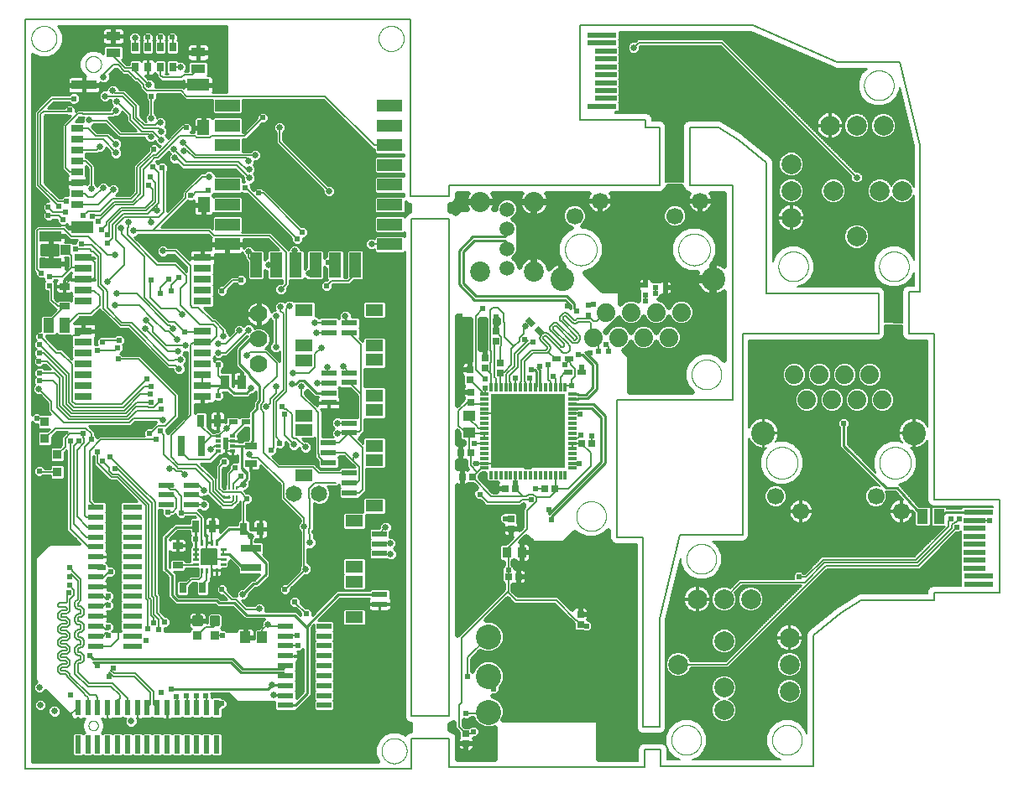
<source format=gbl>
G75*
%MOIN*%
%OFA0B0*%
%FSLAX25Y25*%
%IPPOS*%
%LPD*%
%AMOC8*
5,1,8,0,0,1.08239X$1,22.5*
%
%ADD10C,0.00000*%
%ADD11C,0.00500*%
%ADD12R,0.07087X0.03150*%
%ADD13R,0.08661X0.03937*%
%ADD14R,0.04134X0.03937*%
%ADD15R,0.02165X0.02067*%
%ADD16R,0.03940X0.02760*%
%ADD17R,0.04400X0.05900*%
%ADD18R,0.03800X0.05700*%
%ADD19R,0.01969X0.01181*%
%ADD20R,0.01969X0.04724*%
%ADD21C,0.00378*%
%ADD22C,0.00661*%
%ADD23R,0.02760X0.03940*%
%ADD24R,0.02800X0.04900*%
%ADD25R,0.04900X0.02800*%
%ADD26R,0.07874X0.03150*%
%ADD27R,0.03150X0.07874*%
%ADD28R,0.03400X0.02400*%
%ADD29C,0.01181*%
%ADD30R,0.03800X0.03600*%
%ADD31R,0.06200X0.02300*%
%ADD32R,0.04882X0.03150*%
%ADD33R,0.09843X0.03740*%
%ADD34R,0.08661X0.04528*%
%ADD35R,0.04528X0.05906*%
%ADD36R,0.00866X0.01378*%
%ADD37R,0.01772X0.00866*%
%ADD38R,0.01378X0.00866*%
%ADD39R,0.02600X0.03700*%
%ADD40R,0.05700X0.03800*%
%ADD41C,0.06500*%
%ADD42R,0.09843X0.04724*%
%ADD43R,0.04724X0.09843*%
%ADD44R,0.06496X0.02362*%
%ADD45R,0.07283X0.02362*%
%ADD46R,0.02362X0.06496*%
%ADD47R,0.02362X0.07283*%
%ADD48R,0.06000X0.02300*%
%ADD49R,0.06102X0.02362*%
%ADD50R,0.07087X0.04724*%
%ADD51C,0.07000*%
%ADD52R,0.03959X0.04724*%
%ADD53R,0.03600X0.03800*%
%ADD54R,0.03200X0.01200*%
%ADD55R,0.01200X0.03200*%
%ADD56R,0.29500X0.29500*%
%ADD57R,0.04724X0.03959*%
%ADD58C,0.07400*%
%ADD59C,0.09449*%
%ADD60C,0.06693*%
%ADD61C,0.05906*%
%ADD62C,0.07972*%
%ADD63C,0.10000*%
%ADD64R,0.02600X0.02600*%
%ADD65R,0.02400X0.02200*%
%ADD66R,0.02200X0.02400*%
%ADD67R,0.02800X0.02800*%
%ADD68R,0.03200X0.04200*%
%ADD69C,0.07874*%
%ADD70R,0.11811X0.02362*%
%ADD71R,0.08661X0.02362*%
%ADD72C,0.00600*%
%ADD73C,0.02400*%
%ADD74C,0.02578*%
%ADD75C,0.01000*%
%ADD76C,0.00900*%
%ADD77C,0.00700*%
%ADD78C,0.01969*%
D10*
X0063542Y0056068D02*
X0063544Y0056155D01*
X0063550Y0056242D01*
X0063560Y0056329D01*
X0063574Y0056415D01*
X0063592Y0056500D01*
X0063613Y0056584D01*
X0063639Y0056668D01*
X0063668Y0056750D01*
X0063702Y0056830D01*
X0063738Y0056909D01*
X0063779Y0056986D01*
X0063823Y0057062D01*
X0063870Y0057135D01*
X0063920Y0057206D01*
X0063974Y0057274D01*
X0064031Y0057340D01*
X0064091Y0057404D01*
X0064153Y0057464D01*
X0064219Y0057522D01*
X0064287Y0057576D01*
X0064357Y0057628D01*
X0064430Y0057676D01*
X0064505Y0057721D01*
X0064581Y0057762D01*
X0064660Y0057800D01*
X0064740Y0057834D01*
X0064822Y0057864D01*
X0064905Y0057890D01*
X0064989Y0057913D01*
X0065074Y0057932D01*
X0065160Y0057947D01*
X0065246Y0057958D01*
X0065333Y0057965D01*
X0065420Y0057968D01*
X0065507Y0057967D01*
X0065594Y0057962D01*
X0065681Y0057953D01*
X0065767Y0057940D01*
X0065853Y0057923D01*
X0065937Y0057902D01*
X0066021Y0057878D01*
X0066103Y0057849D01*
X0066184Y0057817D01*
X0066264Y0057781D01*
X0066341Y0057742D01*
X0066417Y0057699D01*
X0066491Y0057652D01*
X0066562Y0057603D01*
X0066631Y0057550D01*
X0066698Y0057493D01*
X0066762Y0057434D01*
X0066823Y0057372D01*
X0066882Y0057308D01*
X0066937Y0057240D01*
X0066989Y0057171D01*
X0067038Y0057099D01*
X0067084Y0057024D01*
X0067126Y0056948D01*
X0067164Y0056870D01*
X0067199Y0056790D01*
X0067231Y0056709D01*
X0067258Y0056626D01*
X0067282Y0056542D01*
X0067302Y0056457D01*
X0067318Y0056372D01*
X0067330Y0056285D01*
X0067338Y0056199D01*
X0067342Y0056112D01*
X0067342Y0056024D01*
X0067338Y0055937D01*
X0067330Y0055851D01*
X0067318Y0055764D01*
X0067302Y0055679D01*
X0067282Y0055594D01*
X0067258Y0055510D01*
X0067231Y0055427D01*
X0067199Y0055346D01*
X0067164Y0055266D01*
X0067126Y0055188D01*
X0067084Y0055112D01*
X0067038Y0055037D01*
X0066989Y0054965D01*
X0066937Y0054896D01*
X0066882Y0054828D01*
X0066823Y0054764D01*
X0066762Y0054702D01*
X0066698Y0054643D01*
X0066631Y0054586D01*
X0066562Y0054533D01*
X0066491Y0054484D01*
X0066417Y0054437D01*
X0066341Y0054394D01*
X0066264Y0054355D01*
X0066184Y0054319D01*
X0066103Y0054287D01*
X0066021Y0054258D01*
X0065937Y0054234D01*
X0065853Y0054213D01*
X0065767Y0054196D01*
X0065681Y0054183D01*
X0065594Y0054174D01*
X0065507Y0054169D01*
X0065420Y0054168D01*
X0065333Y0054171D01*
X0065246Y0054178D01*
X0065160Y0054189D01*
X0065074Y0054204D01*
X0064989Y0054223D01*
X0064905Y0054246D01*
X0064822Y0054272D01*
X0064740Y0054302D01*
X0064660Y0054336D01*
X0064581Y0054374D01*
X0064505Y0054415D01*
X0064430Y0054460D01*
X0064357Y0054508D01*
X0064287Y0054560D01*
X0064219Y0054614D01*
X0064153Y0054672D01*
X0064091Y0054732D01*
X0064031Y0054796D01*
X0063974Y0054862D01*
X0063920Y0054930D01*
X0063870Y0055001D01*
X0063823Y0055074D01*
X0063779Y0055150D01*
X0063738Y0055227D01*
X0063702Y0055306D01*
X0063668Y0055386D01*
X0063639Y0055468D01*
X0063613Y0055552D01*
X0063592Y0055636D01*
X0063574Y0055721D01*
X0063560Y0055807D01*
X0063550Y0055894D01*
X0063544Y0055981D01*
X0063542Y0056068D01*
X0179942Y0046033D02*
X0179944Y0046174D01*
X0179950Y0046315D01*
X0179960Y0046455D01*
X0179974Y0046595D01*
X0179992Y0046735D01*
X0180013Y0046874D01*
X0180039Y0047013D01*
X0180068Y0047151D01*
X0180102Y0047287D01*
X0180139Y0047423D01*
X0180180Y0047558D01*
X0180225Y0047692D01*
X0180274Y0047824D01*
X0180326Y0047955D01*
X0180382Y0048084D01*
X0180442Y0048211D01*
X0180505Y0048337D01*
X0180571Y0048461D01*
X0180642Y0048584D01*
X0180715Y0048704D01*
X0180792Y0048822D01*
X0180872Y0048938D01*
X0180956Y0049051D01*
X0181042Y0049162D01*
X0181132Y0049271D01*
X0181225Y0049377D01*
X0181320Y0049480D01*
X0181419Y0049581D01*
X0181520Y0049679D01*
X0181624Y0049774D01*
X0181731Y0049866D01*
X0181840Y0049955D01*
X0181952Y0050040D01*
X0182066Y0050123D01*
X0182182Y0050203D01*
X0182301Y0050279D01*
X0182422Y0050351D01*
X0182544Y0050421D01*
X0182669Y0050486D01*
X0182795Y0050549D01*
X0182923Y0050607D01*
X0183053Y0050662D01*
X0183184Y0050714D01*
X0183317Y0050761D01*
X0183451Y0050805D01*
X0183586Y0050846D01*
X0183722Y0050882D01*
X0183859Y0050914D01*
X0183997Y0050943D01*
X0184135Y0050968D01*
X0184275Y0050988D01*
X0184415Y0051005D01*
X0184555Y0051018D01*
X0184696Y0051027D01*
X0184836Y0051032D01*
X0184977Y0051033D01*
X0185118Y0051030D01*
X0185259Y0051023D01*
X0185399Y0051012D01*
X0185539Y0050997D01*
X0185679Y0050978D01*
X0185818Y0050956D01*
X0185956Y0050929D01*
X0186094Y0050899D01*
X0186230Y0050864D01*
X0186366Y0050826D01*
X0186500Y0050784D01*
X0186634Y0050738D01*
X0186766Y0050689D01*
X0186896Y0050635D01*
X0187025Y0050578D01*
X0187152Y0050518D01*
X0187278Y0050454D01*
X0187401Y0050386D01*
X0187523Y0050315D01*
X0187643Y0050241D01*
X0187760Y0050163D01*
X0187875Y0050082D01*
X0187988Y0049998D01*
X0188099Y0049911D01*
X0188207Y0049820D01*
X0188312Y0049727D01*
X0188415Y0049630D01*
X0188515Y0049531D01*
X0188612Y0049429D01*
X0188706Y0049324D01*
X0188797Y0049217D01*
X0188885Y0049107D01*
X0188970Y0048995D01*
X0189052Y0048880D01*
X0189131Y0048763D01*
X0189206Y0048644D01*
X0189278Y0048523D01*
X0189346Y0048400D01*
X0189411Y0048275D01*
X0189473Y0048148D01*
X0189530Y0048019D01*
X0189585Y0047889D01*
X0189635Y0047758D01*
X0189682Y0047625D01*
X0189725Y0047491D01*
X0189764Y0047355D01*
X0189799Y0047219D01*
X0189831Y0047082D01*
X0189858Y0046944D01*
X0189882Y0046805D01*
X0189902Y0046665D01*
X0189918Y0046525D01*
X0189930Y0046385D01*
X0189938Y0046244D01*
X0189942Y0046103D01*
X0189942Y0045963D01*
X0189938Y0045822D01*
X0189930Y0045681D01*
X0189918Y0045541D01*
X0189902Y0045401D01*
X0189882Y0045261D01*
X0189858Y0045122D01*
X0189831Y0044984D01*
X0189799Y0044847D01*
X0189764Y0044711D01*
X0189725Y0044575D01*
X0189682Y0044441D01*
X0189635Y0044308D01*
X0189585Y0044177D01*
X0189530Y0044047D01*
X0189473Y0043918D01*
X0189411Y0043791D01*
X0189346Y0043666D01*
X0189278Y0043543D01*
X0189206Y0043422D01*
X0189131Y0043303D01*
X0189052Y0043186D01*
X0188970Y0043071D01*
X0188885Y0042959D01*
X0188797Y0042849D01*
X0188706Y0042742D01*
X0188612Y0042637D01*
X0188515Y0042535D01*
X0188415Y0042436D01*
X0188312Y0042339D01*
X0188207Y0042246D01*
X0188099Y0042155D01*
X0187988Y0042068D01*
X0187875Y0041984D01*
X0187760Y0041903D01*
X0187643Y0041825D01*
X0187523Y0041751D01*
X0187401Y0041680D01*
X0187278Y0041612D01*
X0187152Y0041548D01*
X0187025Y0041488D01*
X0186896Y0041431D01*
X0186766Y0041377D01*
X0186634Y0041328D01*
X0186500Y0041282D01*
X0186366Y0041240D01*
X0186230Y0041202D01*
X0186094Y0041167D01*
X0185956Y0041137D01*
X0185818Y0041110D01*
X0185679Y0041088D01*
X0185539Y0041069D01*
X0185399Y0041054D01*
X0185259Y0041043D01*
X0185118Y0041036D01*
X0184977Y0041033D01*
X0184836Y0041034D01*
X0184696Y0041039D01*
X0184555Y0041048D01*
X0184415Y0041061D01*
X0184275Y0041078D01*
X0184135Y0041098D01*
X0183997Y0041123D01*
X0183859Y0041152D01*
X0183722Y0041184D01*
X0183586Y0041220D01*
X0183451Y0041261D01*
X0183317Y0041305D01*
X0183184Y0041352D01*
X0183053Y0041404D01*
X0182923Y0041459D01*
X0182795Y0041517D01*
X0182669Y0041580D01*
X0182544Y0041645D01*
X0182422Y0041715D01*
X0182301Y0041787D01*
X0182182Y0041863D01*
X0182066Y0041943D01*
X0181952Y0042026D01*
X0181840Y0042111D01*
X0181731Y0042200D01*
X0181624Y0042292D01*
X0181520Y0042387D01*
X0181419Y0042485D01*
X0181320Y0042586D01*
X0181225Y0042689D01*
X0181132Y0042795D01*
X0181042Y0042904D01*
X0180956Y0043015D01*
X0180872Y0043128D01*
X0180792Y0043244D01*
X0180715Y0043362D01*
X0180642Y0043482D01*
X0180571Y0043605D01*
X0180505Y0043729D01*
X0180442Y0043855D01*
X0180382Y0043982D01*
X0180326Y0044111D01*
X0180274Y0044242D01*
X0180225Y0044374D01*
X0180180Y0044508D01*
X0180139Y0044643D01*
X0180102Y0044779D01*
X0180068Y0044915D01*
X0180039Y0045053D01*
X0180013Y0045192D01*
X0179992Y0045331D01*
X0179974Y0045471D01*
X0179960Y0045611D01*
X0179950Y0045751D01*
X0179944Y0045892D01*
X0179942Y0046033D01*
X0257263Y0139317D02*
X0257265Y0139470D01*
X0257271Y0139624D01*
X0257281Y0139777D01*
X0257295Y0139929D01*
X0257313Y0140082D01*
X0257335Y0140233D01*
X0257360Y0140384D01*
X0257390Y0140535D01*
X0257424Y0140685D01*
X0257461Y0140833D01*
X0257502Y0140981D01*
X0257547Y0141127D01*
X0257596Y0141273D01*
X0257649Y0141417D01*
X0257705Y0141559D01*
X0257765Y0141700D01*
X0257829Y0141840D01*
X0257896Y0141978D01*
X0257967Y0142114D01*
X0258042Y0142248D01*
X0258119Y0142380D01*
X0258201Y0142510D01*
X0258285Y0142638D01*
X0258373Y0142764D01*
X0258464Y0142887D01*
X0258558Y0143008D01*
X0258656Y0143126D01*
X0258756Y0143242D01*
X0258860Y0143355D01*
X0258966Y0143466D01*
X0259075Y0143574D01*
X0259187Y0143679D01*
X0259301Y0143780D01*
X0259419Y0143879D01*
X0259538Y0143975D01*
X0259660Y0144068D01*
X0259785Y0144157D01*
X0259912Y0144244D01*
X0260041Y0144326D01*
X0260172Y0144406D01*
X0260305Y0144482D01*
X0260440Y0144555D01*
X0260577Y0144624D01*
X0260716Y0144689D01*
X0260856Y0144751D01*
X0260998Y0144809D01*
X0261141Y0144864D01*
X0261286Y0144915D01*
X0261432Y0144962D01*
X0261579Y0145005D01*
X0261727Y0145044D01*
X0261876Y0145080D01*
X0262026Y0145111D01*
X0262177Y0145139D01*
X0262328Y0145163D01*
X0262481Y0145183D01*
X0262633Y0145199D01*
X0262786Y0145211D01*
X0262939Y0145219D01*
X0263092Y0145223D01*
X0263246Y0145223D01*
X0263399Y0145219D01*
X0263552Y0145211D01*
X0263705Y0145199D01*
X0263857Y0145183D01*
X0264010Y0145163D01*
X0264161Y0145139D01*
X0264312Y0145111D01*
X0264462Y0145080D01*
X0264611Y0145044D01*
X0264759Y0145005D01*
X0264906Y0144962D01*
X0265052Y0144915D01*
X0265197Y0144864D01*
X0265340Y0144809D01*
X0265482Y0144751D01*
X0265622Y0144689D01*
X0265761Y0144624D01*
X0265898Y0144555D01*
X0266033Y0144482D01*
X0266166Y0144406D01*
X0266297Y0144326D01*
X0266426Y0144244D01*
X0266553Y0144157D01*
X0266678Y0144068D01*
X0266800Y0143975D01*
X0266919Y0143879D01*
X0267037Y0143780D01*
X0267151Y0143679D01*
X0267263Y0143574D01*
X0267372Y0143466D01*
X0267478Y0143355D01*
X0267582Y0143242D01*
X0267682Y0143126D01*
X0267780Y0143008D01*
X0267874Y0142887D01*
X0267965Y0142764D01*
X0268053Y0142638D01*
X0268137Y0142510D01*
X0268219Y0142380D01*
X0268296Y0142248D01*
X0268371Y0142114D01*
X0268442Y0141978D01*
X0268509Y0141840D01*
X0268573Y0141700D01*
X0268633Y0141559D01*
X0268689Y0141417D01*
X0268742Y0141273D01*
X0268791Y0141127D01*
X0268836Y0140981D01*
X0268877Y0140833D01*
X0268914Y0140685D01*
X0268948Y0140535D01*
X0268978Y0140384D01*
X0269003Y0140233D01*
X0269025Y0140082D01*
X0269043Y0139929D01*
X0269057Y0139777D01*
X0269067Y0139624D01*
X0269073Y0139470D01*
X0269075Y0139317D01*
X0269073Y0139164D01*
X0269067Y0139010D01*
X0269057Y0138857D01*
X0269043Y0138705D01*
X0269025Y0138552D01*
X0269003Y0138401D01*
X0268978Y0138250D01*
X0268948Y0138099D01*
X0268914Y0137949D01*
X0268877Y0137801D01*
X0268836Y0137653D01*
X0268791Y0137507D01*
X0268742Y0137361D01*
X0268689Y0137217D01*
X0268633Y0137075D01*
X0268573Y0136934D01*
X0268509Y0136794D01*
X0268442Y0136656D01*
X0268371Y0136520D01*
X0268296Y0136386D01*
X0268219Y0136254D01*
X0268137Y0136124D01*
X0268053Y0135996D01*
X0267965Y0135870D01*
X0267874Y0135747D01*
X0267780Y0135626D01*
X0267682Y0135508D01*
X0267582Y0135392D01*
X0267478Y0135279D01*
X0267372Y0135168D01*
X0267263Y0135060D01*
X0267151Y0134955D01*
X0267037Y0134854D01*
X0266919Y0134755D01*
X0266800Y0134659D01*
X0266678Y0134566D01*
X0266553Y0134477D01*
X0266426Y0134390D01*
X0266297Y0134308D01*
X0266166Y0134228D01*
X0266033Y0134152D01*
X0265898Y0134079D01*
X0265761Y0134010D01*
X0265622Y0133945D01*
X0265482Y0133883D01*
X0265340Y0133825D01*
X0265197Y0133770D01*
X0265052Y0133719D01*
X0264906Y0133672D01*
X0264759Y0133629D01*
X0264611Y0133590D01*
X0264462Y0133554D01*
X0264312Y0133523D01*
X0264161Y0133495D01*
X0264010Y0133471D01*
X0263857Y0133451D01*
X0263705Y0133435D01*
X0263552Y0133423D01*
X0263399Y0133415D01*
X0263246Y0133411D01*
X0263092Y0133411D01*
X0262939Y0133415D01*
X0262786Y0133423D01*
X0262633Y0133435D01*
X0262481Y0133451D01*
X0262328Y0133471D01*
X0262177Y0133495D01*
X0262026Y0133523D01*
X0261876Y0133554D01*
X0261727Y0133590D01*
X0261579Y0133629D01*
X0261432Y0133672D01*
X0261286Y0133719D01*
X0261141Y0133770D01*
X0260998Y0133825D01*
X0260856Y0133883D01*
X0260716Y0133945D01*
X0260577Y0134010D01*
X0260440Y0134079D01*
X0260305Y0134152D01*
X0260172Y0134228D01*
X0260041Y0134308D01*
X0259912Y0134390D01*
X0259785Y0134477D01*
X0259660Y0134566D01*
X0259538Y0134659D01*
X0259419Y0134755D01*
X0259301Y0134854D01*
X0259187Y0134955D01*
X0259075Y0135060D01*
X0258966Y0135168D01*
X0258860Y0135279D01*
X0258756Y0135392D01*
X0258656Y0135508D01*
X0258558Y0135626D01*
X0258464Y0135747D01*
X0258373Y0135870D01*
X0258285Y0135996D01*
X0258201Y0136124D01*
X0258119Y0136254D01*
X0258042Y0136386D01*
X0257967Y0136520D01*
X0257896Y0136656D01*
X0257829Y0136794D01*
X0257765Y0136934D01*
X0257705Y0137075D01*
X0257649Y0137217D01*
X0257596Y0137361D01*
X0257547Y0137507D01*
X0257502Y0137653D01*
X0257461Y0137801D01*
X0257424Y0137949D01*
X0257390Y0138099D01*
X0257360Y0138250D01*
X0257335Y0138401D01*
X0257313Y0138552D01*
X0257295Y0138705D01*
X0257281Y0138857D01*
X0257271Y0139010D01*
X0257265Y0139164D01*
X0257263Y0139317D01*
X0301036Y0122333D02*
X0301038Y0122486D01*
X0301044Y0122640D01*
X0301054Y0122793D01*
X0301068Y0122945D01*
X0301086Y0123098D01*
X0301108Y0123249D01*
X0301133Y0123400D01*
X0301163Y0123551D01*
X0301197Y0123701D01*
X0301234Y0123849D01*
X0301275Y0123997D01*
X0301320Y0124143D01*
X0301369Y0124289D01*
X0301422Y0124433D01*
X0301478Y0124575D01*
X0301538Y0124716D01*
X0301602Y0124856D01*
X0301669Y0124994D01*
X0301740Y0125130D01*
X0301815Y0125264D01*
X0301892Y0125396D01*
X0301974Y0125526D01*
X0302058Y0125654D01*
X0302146Y0125780D01*
X0302237Y0125903D01*
X0302331Y0126024D01*
X0302429Y0126142D01*
X0302529Y0126258D01*
X0302633Y0126371D01*
X0302739Y0126482D01*
X0302848Y0126590D01*
X0302960Y0126695D01*
X0303074Y0126796D01*
X0303192Y0126895D01*
X0303311Y0126991D01*
X0303433Y0127084D01*
X0303558Y0127173D01*
X0303685Y0127260D01*
X0303814Y0127342D01*
X0303945Y0127422D01*
X0304078Y0127498D01*
X0304213Y0127571D01*
X0304350Y0127640D01*
X0304489Y0127705D01*
X0304629Y0127767D01*
X0304771Y0127825D01*
X0304914Y0127880D01*
X0305059Y0127931D01*
X0305205Y0127978D01*
X0305352Y0128021D01*
X0305500Y0128060D01*
X0305649Y0128096D01*
X0305799Y0128127D01*
X0305950Y0128155D01*
X0306101Y0128179D01*
X0306254Y0128199D01*
X0306406Y0128215D01*
X0306559Y0128227D01*
X0306712Y0128235D01*
X0306865Y0128239D01*
X0307019Y0128239D01*
X0307172Y0128235D01*
X0307325Y0128227D01*
X0307478Y0128215D01*
X0307630Y0128199D01*
X0307783Y0128179D01*
X0307934Y0128155D01*
X0308085Y0128127D01*
X0308235Y0128096D01*
X0308384Y0128060D01*
X0308532Y0128021D01*
X0308679Y0127978D01*
X0308825Y0127931D01*
X0308970Y0127880D01*
X0309113Y0127825D01*
X0309255Y0127767D01*
X0309395Y0127705D01*
X0309534Y0127640D01*
X0309671Y0127571D01*
X0309806Y0127498D01*
X0309939Y0127422D01*
X0310070Y0127342D01*
X0310199Y0127260D01*
X0310326Y0127173D01*
X0310451Y0127084D01*
X0310573Y0126991D01*
X0310692Y0126895D01*
X0310810Y0126796D01*
X0310924Y0126695D01*
X0311036Y0126590D01*
X0311145Y0126482D01*
X0311251Y0126371D01*
X0311355Y0126258D01*
X0311455Y0126142D01*
X0311553Y0126024D01*
X0311647Y0125903D01*
X0311738Y0125780D01*
X0311826Y0125654D01*
X0311910Y0125526D01*
X0311992Y0125396D01*
X0312069Y0125264D01*
X0312144Y0125130D01*
X0312215Y0124994D01*
X0312282Y0124856D01*
X0312346Y0124716D01*
X0312406Y0124575D01*
X0312462Y0124433D01*
X0312515Y0124289D01*
X0312564Y0124143D01*
X0312609Y0123997D01*
X0312650Y0123849D01*
X0312687Y0123701D01*
X0312721Y0123551D01*
X0312751Y0123400D01*
X0312776Y0123249D01*
X0312798Y0123098D01*
X0312816Y0122945D01*
X0312830Y0122793D01*
X0312840Y0122640D01*
X0312846Y0122486D01*
X0312848Y0122333D01*
X0312846Y0122180D01*
X0312840Y0122026D01*
X0312830Y0121873D01*
X0312816Y0121721D01*
X0312798Y0121568D01*
X0312776Y0121417D01*
X0312751Y0121266D01*
X0312721Y0121115D01*
X0312687Y0120965D01*
X0312650Y0120817D01*
X0312609Y0120669D01*
X0312564Y0120523D01*
X0312515Y0120377D01*
X0312462Y0120233D01*
X0312406Y0120091D01*
X0312346Y0119950D01*
X0312282Y0119810D01*
X0312215Y0119672D01*
X0312144Y0119536D01*
X0312069Y0119402D01*
X0311992Y0119270D01*
X0311910Y0119140D01*
X0311826Y0119012D01*
X0311738Y0118886D01*
X0311647Y0118763D01*
X0311553Y0118642D01*
X0311455Y0118524D01*
X0311355Y0118408D01*
X0311251Y0118295D01*
X0311145Y0118184D01*
X0311036Y0118076D01*
X0310924Y0117971D01*
X0310810Y0117870D01*
X0310692Y0117771D01*
X0310573Y0117675D01*
X0310451Y0117582D01*
X0310326Y0117493D01*
X0310199Y0117406D01*
X0310070Y0117324D01*
X0309939Y0117244D01*
X0309806Y0117168D01*
X0309671Y0117095D01*
X0309534Y0117026D01*
X0309395Y0116961D01*
X0309255Y0116899D01*
X0309113Y0116841D01*
X0308970Y0116786D01*
X0308825Y0116735D01*
X0308679Y0116688D01*
X0308532Y0116645D01*
X0308384Y0116606D01*
X0308235Y0116570D01*
X0308085Y0116539D01*
X0307934Y0116511D01*
X0307783Y0116487D01*
X0307630Y0116467D01*
X0307478Y0116451D01*
X0307325Y0116439D01*
X0307172Y0116431D01*
X0307019Y0116427D01*
X0306865Y0116427D01*
X0306712Y0116431D01*
X0306559Y0116439D01*
X0306406Y0116451D01*
X0306254Y0116467D01*
X0306101Y0116487D01*
X0305950Y0116511D01*
X0305799Y0116539D01*
X0305649Y0116570D01*
X0305500Y0116606D01*
X0305352Y0116645D01*
X0305205Y0116688D01*
X0305059Y0116735D01*
X0304914Y0116786D01*
X0304771Y0116841D01*
X0304629Y0116899D01*
X0304489Y0116961D01*
X0304350Y0117026D01*
X0304213Y0117095D01*
X0304078Y0117168D01*
X0303945Y0117244D01*
X0303814Y0117324D01*
X0303685Y0117406D01*
X0303558Y0117493D01*
X0303433Y0117582D01*
X0303311Y0117675D01*
X0303192Y0117771D01*
X0303074Y0117870D01*
X0302960Y0117971D01*
X0302848Y0118076D01*
X0302739Y0118184D01*
X0302633Y0118295D01*
X0302529Y0118408D01*
X0302429Y0118524D01*
X0302331Y0118642D01*
X0302237Y0118763D01*
X0302146Y0118886D01*
X0302058Y0119012D01*
X0301974Y0119140D01*
X0301892Y0119270D01*
X0301815Y0119402D01*
X0301740Y0119536D01*
X0301669Y0119672D01*
X0301602Y0119810D01*
X0301538Y0119950D01*
X0301478Y0120091D01*
X0301422Y0120233D01*
X0301369Y0120377D01*
X0301320Y0120523D01*
X0301275Y0120669D01*
X0301234Y0120817D01*
X0301197Y0120965D01*
X0301163Y0121115D01*
X0301133Y0121266D01*
X0301108Y0121417D01*
X0301086Y0121568D01*
X0301068Y0121721D01*
X0301054Y0121873D01*
X0301044Y0122026D01*
X0301038Y0122180D01*
X0301036Y0122333D01*
X0332581Y0160523D02*
X0332583Y0160681D01*
X0332589Y0160839D01*
X0332599Y0160997D01*
X0332613Y0161155D01*
X0332631Y0161312D01*
X0332652Y0161469D01*
X0332678Y0161625D01*
X0332708Y0161781D01*
X0332741Y0161936D01*
X0332779Y0162089D01*
X0332820Y0162242D01*
X0332865Y0162394D01*
X0332914Y0162545D01*
X0332967Y0162694D01*
X0333023Y0162842D01*
X0333083Y0162988D01*
X0333147Y0163133D01*
X0333215Y0163276D01*
X0333286Y0163418D01*
X0333360Y0163558D01*
X0333438Y0163695D01*
X0333520Y0163831D01*
X0333604Y0163965D01*
X0333693Y0164096D01*
X0333784Y0164225D01*
X0333879Y0164352D01*
X0333976Y0164477D01*
X0334077Y0164599D01*
X0334181Y0164718D01*
X0334288Y0164835D01*
X0334398Y0164949D01*
X0334511Y0165060D01*
X0334626Y0165169D01*
X0334744Y0165274D01*
X0334865Y0165376D01*
X0334988Y0165476D01*
X0335114Y0165572D01*
X0335242Y0165665D01*
X0335372Y0165755D01*
X0335505Y0165841D01*
X0335640Y0165925D01*
X0335776Y0166004D01*
X0335915Y0166081D01*
X0336056Y0166153D01*
X0336198Y0166223D01*
X0336342Y0166288D01*
X0336488Y0166350D01*
X0336635Y0166408D01*
X0336784Y0166463D01*
X0336934Y0166514D01*
X0337085Y0166561D01*
X0337237Y0166604D01*
X0337390Y0166643D01*
X0337545Y0166679D01*
X0337700Y0166710D01*
X0337856Y0166738D01*
X0338012Y0166762D01*
X0338169Y0166782D01*
X0338327Y0166798D01*
X0338484Y0166810D01*
X0338643Y0166818D01*
X0338801Y0166822D01*
X0338959Y0166822D01*
X0339117Y0166818D01*
X0339276Y0166810D01*
X0339433Y0166798D01*
X0339591Y0166782D01*
X0339748Y0166762D01*
X0339904Y0166738D01*
X0340060Y0166710D01*
X0340215Y0166679D01*
X0340370Y0166643D01*
X0340523Y0166604D01*
X0340675Y0166561D01*
X0340826Y0166514D01*
X0340976Y0166463D01*
X0341125Y0166408D01*
X0341272Y0166350D01*
X0341418Y0166288D01*
X0341562Y0166223D01*
X0341704Y0166153D01*
X0341845Y0166081D01*
X0341984Y0166004D01*
X0342120Y0165925D01*
X0342255Y0165841D01*
X0342388Y0165755D01*
X0342518Y0165665D01*
X0342646Y0165572D01*
X0342772Y0165476D01*
X0342895Y0165376D01*
X0343016Y0165274D01*
X0343134Y0165169D01*
X0343249Y0165060D01*
X0343362Y0164949D01*
X0343472Y0164835D01*
X0343579Y0164718D01*
X0343683Y0164599D01*
X0343784Y0164477D01*
X0343881Y0164352D01*
X0343976Y0164225D01*
X0344067Y0164096D01*
X0344156Y0163965D01*
X0344240Y0163831D01*
X0344322Y0163695D01*
X0344400Y0163558D01*
X0344474Y0163418D01*
X0344545Y0163276D01*
X0344613Y0163133D01*
X0344677Y0162988D01*
X0344737Y0162842D01*
X0344793Y0162694D01*
X0344846Y0162545D01*
X0344895Y0162394D01*
X0344940Y0162242D01*
X0344981Y0162089D01*
X0345019Y0161936D01*
X0345052Y0161781D01*
X0345082Y0161625D01*
X0345108Y0161469D01*
X0345129Y0161312D01*
X0345147Y0161155D01*
X0345161Y0160997D01*
X0345171Y0160839D01*
X0345177Y0160681D01*
X0345179Y0160523D01*
X0345177Y0160365D01*
X0345171Y0160207D01*
X0345161Y0160049D01*
X0345147Y0159891D01*
X0345129Y0159734D01*
X0345108Y0159577D01*
X0345082Y0159421D01*
X0345052Y0159265D01*
X0345019Y0159110D01*
X0344981Y0158957D01*
X0344940Y0158804D01*
X0344895Y0158652D01*
X0344846Y0158501D01*
X0344793Y0158352D01*
X0344737Y0158204D01*
X0344677Y0158058D01*
X0344613Y0157913D01*
X0344545Y0157770D01*
X0344474Y0157628D01*
X0344400Y0157488D01*
X0344322Y0157351D01*
X0344240Y0157215D01*
X0344156Y0157081D01*
X0344067Y0156950D01*
X0343976Y0156821D01*
X0343881Y0156694D01*
X0343784Y0156569D01*
X0343683Y0156447D01*
X0343579Y0156328D01*
X0343472Y0156211D01*
X0343362Y0156097D01*
X0343249Y0155986D01*
X0343134Y0155877D01*
X0343016Y0155772D01*
X0342895Y0155670D01*
X0342772Y0155570D01*
X0342646Y0155474D01*
X0342518Y0155381D01*
X0342388Y0155291D01*
X0342255Y0155205D01*
X0342120Y0155121D01*
X0341984Y0155042D01*
X0341845Y0154965D01*
X0341704Y0154893D01*
X0341562Y0154823D01*
X0341418Y0154758D01*
X0341272Y0154696D01*
X0341125Y0154638D01*
X0340976Y0154583D01*
X0340826Y0154532D01*
X0340675Y0154485D01*
X0340523Y0154442D01*
X0340370Y0154403D01*
X0340215Y0154367D01*
X0340060Y0154336D01*
X0339904Y0154308D01*
X0339748Y0154284D01*
X0339591Y0154264D01*
X0339433Y0154248D01*
X0339276Y0154236D01*
X0339117Y0154228D01*
X0338959Y0154224D01*
X0338801Y0154224D01*
X0338643Y0154228D01*
X0338484Y0154236D01*
X0338327Y0154248D01*
X0338169Y0154264D01*
X0338012Y0154284D01*
X0337856Y0154308D01*
X0337700Y0154336D01*
X0337545Y0154367D01*
X0337390Y0154403D01*
X0337237Y0154442D01*
X0337085Y0154485D01*
X0336934Y0154532D01*
X0336784Y0154583D01*
X0336635Y0154638D01*
X0336488Y0154696D01*
X0336342Y0154758D01*
X0336198Y0154823D01*
X0336056Y0154893D01*
X0335915Y0154965D01*
X0335776Y0155042D01*
X0335640Y0155121D01*
X0335505Y0155205D01*
X0335372Y0155291D01*
X0335242Y0155381D01*
X0335114Y0155474D01*
X0334988Y0155570D01*
X0334865Y0155670D01*
X0334744Y0155772D01*
X0334626Y0155877D01*
X0334511Y0155986D01*
X0334398Y0156097D01*
X0334288Y0156211D01*
X0334181Y0156328D01*
X0334077Y0156447D01*
X0333976Y0156569D01*
X0333879Y0156694D01*
X0333784Y0156821D01*
X0333693Y0156950D01*
X0333604Y0157081D01*
X0333520Y0157215D01*
X0333438Y0157351D01*
X0333360Y0157488D01*
X0333286Y0157628D01*
X0333215Y0157770D01*
X0333147Y0157913D01*
X0333083Y0158058D01*
X0333023Y0158204D01*
X0332967Y0158352D01*
X0332914Y0158501D01*
X0332865Y0158652D01*
X0332820Y0158804D01*
X0332779Y0158957D01*
X0332741Y0159110D01*
X0332708Y0159265D01*
X0332678Y0159421D01*
X0332652Y0159577D01*
X0332631Y0159734D01*
X0332613Y0159891D01*
X0332599Y0160049D01*
X0332589Y0160207D01*
X0332583Y0160365D01*
X0332581Y0160523D01*
X0303063Y0195635D02*
X0303065Y0195788D01*
X0303071Y0195942D01*
X0303081Y0196095D01*
X0303095Y0196247D01*
X0303113Y0196400D01*
X0303135Y0196551D01*
X0303160Y0196702D01*
X0303190Y0196853D01*
X0303224Y0197003D01*
X0303261Y0197151D01*
X0303302Y0197299D01*
X0303347Y0197445D01*
X0303396Y0197591D01*
X0303449Y0197735D01*
X0303505Y0197877D01*
X0303565Y0198018D01*
X0303629Y0198158D01*
X0303696Y0198296D01*
X0303767Y0198432D01*
X0303842Y0198566D01*
X0303919Y0198698D01*
X0304001Y0198828D01*
X0304085Y0198956D01*
X0304173Y0199082D01*
X0304264Y0199205D01*
X0304358Y0199326D01*
X0304456Y0199444D01*
X0304556Y0199560D01*
X0304660Y0199673D01*
X0304766Y0199784D01*
X0304875Y0199892D01*
X0304987Y0199997D01*
X0305101Y0200098D01*
X0305219Y0200197D01*
X0305338Y0200293D01*
X0305460Y0200386D01*
X0305585Y0200475D01*
X0305712Y0200562D01*
X0305841Y0200644D01*
X0305972Y0200724D01*
X0306105Y0200800D01*
X0306240Y0200873D01*
X0306377Y0200942D01*
X0306516Y0201007D01*
X0306656Y0201069D01*
X0306798Y0201127D01*
X0306941Y0201182D01*
X0307086Y0201233D01*
X0307232Y0201280D01*
X0307379Y0201323D01*
X0307527Y0201362D01*
X0307676Y0201398D01*
X0307826Y0201429D01*
X0307977Y0201457D01*
X0308128Y0201481D01*
X0308281Y0201501D01*
X0308433Y0201517D01*
X0308586Y0201529D01*
X0308739Y0201537D01*
X0308892Y0201541D01*
X0309046Y0201541D01*
X0309199Y0201537D01*
X0309352Y0201529D01*
X0309505Y0201517D01*
X0309657Y0201501D01*
X0309810Y0201481D01*
X0309961Y0201457D01*
X0310112Y0201429D01*
X0310262Y0201398D01*
X0310411Y0201362D01*
X0310559Y0201323D01*
X0310706Y0201280D01*
X0310852Y0201233D01*
X0310997Y0201182D01*
X0311140Y0201127D01*
X0311282Y0201069D01*
X0311422Y0201007D01*
X0311561Y0200942D01*
X0311698Y0200873D01*
X0311833Y0200800D01*
X0311966Y0200724D01*
X0312097Y0200644D01*
X0312226Y0200562D01*
X0312353Y0200475D01*
X0312478Y0200386D01*
X0312600Y0200293D01*
X0312719Y0200197D01*
X0312837Y0200098D01*
X0312951Y0199997D01*
X0313063Y0199892D01*
X0313172Y0199784D01*
X0313278Y0199673D01*
X0313382Y0199560D01*
X0313482Y0199444D01*
X0313580Y0199326D01*
X0313674Y0199205D01*
X0313765Y0199082D01*
X0313853Y0198956D01*
X0313937Y0198828D01*
X0314019Y0198698D01*
X0314096Y0198566D01*
X0314171Y0198432D01*
X0314242Y0198296D01*
X0314309Y0198158D01*
X0314373Y0198018D01*
X0314433Y0197877D01*
X0314489Y0197735D01*
X0314542Y0197591D01*
X0314591Y0197445D01*
X0314636Y0197299D01*
X0314677Y0197151D01*
X0314714Y0197003D01*
X0314748Y0196853D01*
X0314778Y0196702D01*
X0314803Y0196551D01*
X0314825Y0196400D01*
X0314843Y0196247D01*
X0314857Y0196095D01*
X0314867Y0195942D01*
X0314873Y0195788D01*
X0314875Y0195635D01*
X0314873Y0195482D01*
X0314867Y0195328D01*
X0314857Y0195175D01*
X0314843Y0195023D01*
X0314825Y0194870D01*
X0314803Y0194719D01*
X0314778Y0194568D01*
X0314748Y0194417D01*
X0314714Y0194267D01*
X0314677Y0194119D01*
X0314636Y0193971D01*
X0314591Y0193825D01*
X0314542Y0193679D01*
X0314489Y0193535D01*
X0314433Y0193393D01*
X0314373Y0193252D01*
X0314309Y0193112D01*
X0314242Y0192974D01*
X0314171Y0192838D01*
X0314096Y0192704D01*
X0314019Y0192572D01*
X0313937Y0192442D01*
X0313853Y0192314D01*
X0313765Y0192188D01*
X0313674Y0192065D01*
X0313580Y0191944D01*
X0313482Y0191826D01*
X0313382Y0191710D01*
X0313278Y0191597D01*
X0313172Y0191486D01*
X0313063Y0191378D01*
X0312951Y0191273D01*
X0312837Y0191172D01*
X0312719Y0191073D01*
X0312600Y0190977D01*
X0312478Y0190884D01*
X0312353Y0190795D01*
X0312226Y0190708D01*
X0312097Y0190626D01*
X0311966Y0190546D01*
X0311833Y0190470D01*
X0311698Y0190397D01*
X0311561Y0190328D01*
X0311422Y0190263D01*
X0311282Y0190201D01*
X0311140Y0190143D01*
X0310997Y0190088D01*
X0310852Y0190037D01*
X0310706Y0189990D01*
X0310559Y0189947D01*
X0310411Y0189908D01*
X0310262Y0189872D01*
X0310112Y0189841D01*
X0309961Y0189813D01*
X0309810Y0189789D01*
X0309657Y0189769D01*
X0309505Y0189753D01*
X0309352Y0189741D01*
X0309199Y0189733D01*
X0309046Y0189729D01*
X0308892Y0189729D01*
X0308739Y0189733D01*
X0308586Y0189741D01*
X0308433Y0189753D01*
X0308281Y0189769D01*
X0308128Y0189789D01*
X0307977Y0189813D01*
X0307826Y0189841D01*
X0307676Y0189872D01*
X0307527Y0189908D01*
X0307379Y0189947D01*
X0307232Y0189990D01*
X0307086Y0190037D01*
X0306941Y0190088D01*
X0306798Y0190143D01*
X0306656Y0190201D01*
X0306516Y0190263D01*
X0306377Y0190328D01*
X0306240Y0190397D01*
X0306105Y0190470D01*
X0305972Y0190546D01*
X0305841Y0190626D01*
X0305712Y0190708D01*
X0305585Y0190795D01*
X0305460Y0190884D01*
X0305338Y0190977D01*
X0305219Y0191073D01*
X0305101Y0191172D01*
X0304987Y0191273D01*
X0304875Y0191378D01*
X0304766Y0191486D01*
X0304660Y0191597D01*
X0304556Y0191710D01*
X0304456Y0191826D01*
X0304358Y0191944D01*
X0304264Y0192065D01*
X0304173Y0192188D01*
X0304085Y0192314D01*
X0304001Y0192442D01*
X0303919Y0192572D01*
X0303842Y0192704D01*
X0303767Y0192838D01*
X0303696Y0192974D01*
X0303629Y0193112D01*
X0303565Y0193252D01*
X0303505Y0193393D01*
X0303449Y0193535D01*
X0303396Y0193679D01*
X0303347Y0193825D01*
X0303302Y0193971D01*
X0303261Y0194119D01*
X0303224Y0194267D01*
X0303190Y0194417D01*
X0303160Y0194568D01*
X0303135Y0194719D01*
X0303113Y0194870D01*
X0303095Y0195023D01*
X0303081Y0195175D01*
X0303071Y0195328D01*
X0303065Y0195482D01*
X0303063Y0195635D01*
X0337536Y0238633D02*
X0337538Y0238786D01*
X0337544Y0238940D01*
X0337554Y0239093D01*
X0337568Y0239245D01*
X0337586Y0239398D01*
X0337608Y0239549D01*
X0337633Y0239700D01*
X0337663Y0239851D01*
X0337697Y0240001D01*
X0337734Y0240149D01*
X0337775Y0240297D01*
X0337820Y0240443D01*
X0337869Y0240589D01*
X0337922Y0240733D01*
X0337978Y0240875D01*
X0338038Y0241016D01*
X0338102Y0241156D01*
X0338169Y0241294D01*
X0338240Y0241430D01*
X0338315Y0241564D01*
X0338392Y0241696D01*
X0338474Y0241826D01*
X0338558Y0241954D01*
X0338646Y0242080D01*
X0338737Y0242203D01*
X0338831Y0242324D01*
X0338929Y0242442D01*
X0339029Y0242558D01*
X0339133Y0242671D01*
X0339239Y0242782D01*
X0339348Y0242890D01*
X0339460Y0242995D01*
X0339574Y0243096D01*
X0339692Y0243195D01*
X0339811Y0243291D01*
X0339933Y0243384D01*
X0340058Y0243473D01*
X0340185Y0243560D01*
X0340314Y0243642D01*
X0340445Y0243722D01*
X0340578Y0243798D01*
X0340713Y0243871D01*
X0340850Y0243940D01*
X0340989Y0244005D01*
X0341129Y0244067D01*
X0341271Y0244125D01*
X0341414Y0244180D01*
X0341559Y0244231D01*
X0341705Y0244278D01*
X0341852Y0244321D01*
X0342000Y0244360D01*
X0342149Y0244396D01*
X0342299Y0244427D01*
X0342450Y0244455D01*
X0342601Y0244479D01*
X0342754Y0244499D01*
X0342906Y0244515D01*
X0343059Y0244527D01*
X0343212Y0244535D01*
X0343365Y0244539D01*
X0343519Y0244539D01*
X0343672Y0244535D01*
X0343825Y0244527D01*
X0343978Y0244515D01*
X0344130Y0244499D01*
X0344283Y0244479D01*
X0344434Y0244455D01*
X0344585Y0244427D01*
X0344735Y0244396D01*
X0344884Y0244360D01*
X0345032Y0244321D01*
X0345179Y0244278D01*
X0345325Y0244231D01*
X0345470Y0244180D01*
X0345613Y0244125D01*
X0345755Y0244067D01*
X0345895Y0244005D01*
X0346034Y0243940D01*
X0346171Y0243871D01*
X0346306Y0243798D01*
X0346439Y0243722D01*
X0346570Y0243642D01*
X0346699Y0243560D01*
X0346826Y0243473D01*
X0346951Y0243384D01*
X0347073Y0243291D01*
X0347192Y0243195D01*
X0347310Y0243096D01*
X0347424Y0242995D01*
X0347536Y0242890D01*
X0347645Y0242782D01*
X0347751Y0242671D01*
X0347855Y0242558D01*
X0347955Y0242442D01*
X0348053Y0242324D01*
X0348147Y0242203D01*
X0348238Y0242080D01*
X0348326Y0241954D01*
X0348410Y0241826D01*
X0348492Y0241696D01*
X0348569Y0241564D01*
X0348644Y0241430D01*
X0348715Y0241294D01*
X0348782Y0241156D01*
X0348846Y0241016D01*
X0348906Y0240875D01*
X0348962Y0240733D01*
X0349015Y0240589D01*
X0349064Y0240443D01*
X0349109Y0240297D01*
X0349150Y0240149D01*
X0349187Y0240001D01*
X0349221Y0239851D01*
X0349251Y0239700D01*
X0349276Y0239549D01*
X0349298Y0239398D01*
X0349316Y0239245D01*
X0349330Y0239093D01*
X0349340Y0238940D01*
X0349346Y0238786D01*
X0349348Y0238633D01*
X0349346Y0238480D01*
X0349340Y0238326D01*
X0349330Y0238173D01*
X0349316Y0238021D01*
X0349298Y0237868D01*
X0349276Y0237717D01*
X0349251Y0237566D01*
X0349221Y0237415D01*
X0349187Y0237265D01*
X0349150Y0237117D01*
X0349109Y0236969D01*
X0349064Y0236823D01*
X0349015Y0236677D01*
X0348962Y0236533D01*
X0348906Y0236391D01*
X0348846Y0236250D01*
X0348782Y0236110D01*
X0348715Y0235972D01*
X0348644Y0235836D01*
X0348569Y0235702D01*
X0348492Y0235570D01*
X0348410Y0235440D01*
X0348326Y0235312D01*
X0348238Y0235186D01*
X0348147Y0235063D01*
X0348053Y0234942D01*
X0347955Y0234824D01*
X0347855Y0234708D01*
X0347751Y0234595D01*
X0347645Y0234484D01*
X0347536Y0234376D01*
X0347424Y0234271D01*
X0347310Y0234170D01*
X0347192Y0234071D01*
X0347073Y0233975D01*
X0346951Y0233882D01*
X0346826Y0233793D01*
X0346699Y0233706D01*
X0346570Y0233624D01*
X0346439Y0233544D01*
X0346306Y0233468D01*
X0346171Y0233395D01*
X0346034Y0233326D01*
X0345895Y0233261D01*
X0345755Y0233199D01*
X0345613Y0233141D01*
X0345470Y0233086D01*
X0345325Y0233035D01*
X0345179Y0232988D01*
X0345032Y0232945D01*
X0344884Y0232906D01*
X0344735Y0232870D01*
X0344585Y0232839D01*
X0344434Y0232811D01*
X0344283Y0232787D01*
X0344130Y0232767D01*
X0343978Y0232751D01*
X0343825Y0232739D01*
X0343672Y0232731D01*
X0343519Y0232727D01*
X0343365Y0232727D01*
X0343212Y0232731D01*
X0343059Y0232739D01*
X0342906Y0232751D01*
X0342754Y0232767D01*
X0342601Y0232787D01*
X0342450Y0232811D01*
X0342299Y0232839D01*
X0342149Y0232870D01*
X0342000Y0232906D01*
X0341852Y0232945D01*
X0341705Y0232988D01*
X0341559Y0233035D01*
X0341414Y0233086D01*
X0341271Y0233141D01*
X0341129Y0233199D01*
X0340989Y0233261D01*
X0340850Y0233326D01*
X0340713Y0233395D01*
X0340578Y0233468D01*
X0340445Y0233544D01*
X0340314Y0233624D01*
X0340185Y0233706D01*
X0340058Y0233793D01*
X0339933Y0233882D01*
X0339811Y0233975D01*
X0339692Y0234071D01*
X0339574Y0234170D01*
X0339460Y0234271D01*
X0339348Y0234376D01*
X0339239Y0234484D01*
X0339133Y0234595D01*
X0339029Y0234708D01*
X0338929Y0234824D01*
X0338831Y0234942D01*
X0338737Y0235063D01*
X0338646Y0235186D01*
X0338558Y0235312D01*
X0338474Y0235440D01*
X0338392Y0235570D01*
X0338315Y0235702D01*
X0338240Y0235836D01*
X0338169Y0235972D01*
X0338102Y0236110D01*
X0338038Y0236250D01*
X0337978Y0236391D01*
X0337922Y0236533D01*
X0337869Y0236677D01*
X0337820Y0236823D01*
X0337775Y0236969D01*
X0337734Y0237117D01*
X0337697Y0237265D01*
X0337663Y0237415D01*
X0337633Y0237566D01*
X0337608Y0237717D01*
X0337586Y0237868D01*
X0337568Y0238021D01*
X0337554Y0238173D01*
X0337544Y0238326D01*
X0337538Y0238480D01*
X0337536Y0238633D01*
X0297781Y0245343D02*
X0297783Y0245501D01*
X0297789Y0245659D01*
X0297799Y0245817D01*
X0297813Y0245975D01*
X0297831Y0246132D01*
X0297852Y0246289D01*
X0297878Y0246445D01*
X0297908Y0246601D01*
X0297941Y0246756D01*
X0297979Y0246909D01*
X0298020Y0247062D01*
X0298065Y0247214D01*
X0298114Y0247365D01*
X0298167Y0247514D01*
X0298223Y0247662D01*
X0298283Y0247808D01*
X0298347Y0247953D01*
X0298415Y0248096D01*
X0298486Y0248238D01*
X0298560Y0248378D01*
X0298638Y0248515D01*
X0298720Y0248651D01*
X0298804Y0248785D01*
X0298893Y0248916D01*
X0298984Y0249045D01*
X0299079Y0249172D01*
X0299176Y0249297D01*
X0299277Y0249419D01*
X0299381Y0249538D01*
X0299488Y0249655D01*
X0299598Y0249769D01*
X0299711Y0249880D01*
X0299826Y0249989D01*
X0299944Y0250094D01*
X0300065Y0250196D01*
X0300188Y0250296D01*
X0300314Y0250392D01*
X0300442Y0250485D01*
X0300572Y0250575D01*
X0300705Y0250661D01*
X0300840Y0250745D01*
X0300976Y0250824D01*
X0301115Y0250901D01*
X0301256Y0250973D01*
X0301398Y0251043D01*
X0301542Y0251108D01*
X0301688Y0251170D01*
X0301835Y0251228D01*
X0301984Y0251283D01*
X0302134Y0251334D01*
X0302285Y0251381D01*
X0302437Y0251424D01*
X0302590Y0251463D01*
X0302745Y0251499D01*
X0302900Y0251530D01*
X0303056Y0251558D01*
X0303212Y0251582D01*
X0303369Y0251602D01*
X0303527Y0251618D01*
X0303684Y0251630D01*
X0303843Y0251638D01*
X0304001Y0251642D01*
X0304159Y0251642D01*
X0304317Y0251638D01*
X0304476Y0251630D01*
X0304633Y0251618D01*
X0304791Y0251602D01*
X0304948Y0251582D01*
X0305104Y0251558D01*
X0305260Y0251530D01*
X0305415Y0251499D01*
X0305570Y0251463D01*
X0305723Y0251424D01*
X0305875Y0251381D01*
X0306026Y0251334D01*
X0306176Y0251283D01*
X0306325Y0251228D01*
X0306472Y0251170D01*
X0306618Y0251108D01*
X0306762Y0251043D01*
X0306904Y0250973D01*
X0307045Y0250901D01*
X0307184Y0250824D01*
X0307320Y0250745D01*
X0307455Y0250661D01*
X0307588Y0250575D01*
X0307718Y0250485D01*
X0307846Y0250392D01*
X0307972Y0250296D01*
X0308095Y0250196D01*
X0308216Y0250094D01*
X0308334Y0249989D01*
X0308449Y0249880D01*
X0308562Y0249769D01*
X0308672Y0249655D01*
X0308779Y0249538D01*
X0308883Y0249419D01*
X0308984Y0249297D01*
X0309081Y0249172D01*
X0309176Y0249045D01*
X0309267Y0248916D01*
X0309356Y0248785D01*
X0309440Y0248651D01*
X0309522Y0248515D01*
X0309600Y0248378D01*
X0309674Y0248238D01*
X0309745Y0248096D01*
X0309813Y0247953D01*
X0309877Y0247808D01*
X0309937Y0247662D01*
X0309993Y0247514D01*
X0310046Y0247365D01*
X0310095Y0247214D01*
X0310140Y0247062D01*
X0310181Y0246909D01*
X0310219Y0246756D01*
X0310252Y0246601D01*
X0310282Y0246445D01*
X0310308Y0246289D01*
X0310329Y0246132D01*
X0310347Y0245975D01*
X0310361Y0245817D01*
X0310371Y0245659D01*
X0310377Y0245501D01*
X0310379Y0245343D01*
X0310377Y0245185D01*
X0310371Y0245027D01*
X0310361Y0244869D01*
X0310347Y0244711D01*
X0310329Y0244554D01*
X0310308Y0244397D01*
X0310282Y0244241D01*
X0310252Y0244085D01*
X0310219Y0243930D01*
X0310181Y0243777D01*
X0310140Y0243624D01*
X0310095Y0243472D01*
X0310046Y0243321D01*
X0309993Y0243172D01*
X0309937Y0243024D01*
X0309877Y0242878D01*
X0309813Y0242733D01*
X0309745Y0242590D01*
X0309674Y0242448D01*
X0309600Y0242308D01*
X0309522Y0242171D01*
X0309440Y0242035D01*
X0309356Y0241901D01*
X0309267Y0241770D01*
X0309176Y0241641D01*
X0309081Y0241514D01*
X0308984Y0241389D01*
X0308883Y0241267D01*
X0308779Y0241148D01*
X0308672Y0241031D01*
X0308562Y0240917D01*
X0308449Y0240806D01*
X0308334Y0240697D01*
X0308216Y0240592D01*
X0308095Y0240490D01*
X0307972Y0240390D01*
X0307846Y0240294D01*
X0307718Y0240201D01*
X0307588Y0240111D01*
X0307455Y0240025D01*
X0307320Y0239941D01*
X0307184Y0239862D01*
X0307045Y0239785D01*
X0306904Y0239713D01*
X0306762Y0239643D01*
X0306618Y0239578D01*
X0306472Y0239516D01*
X0306325Y0239458D01*
X0306176Y0239403D01*
X0306026Y0239352D01*
X0305875Y0239305D01*
X0305723Y0239262D01*
X0305570Y0239223D01*
X0305415Y0239187D01*
X0305260Y0239156D01*
X0305104Y0239128D01*
X0304948Y0239104D01*
X0304791Y0239084D01*
X0304633Y0239068D01*
X0304476Y0239056D01*
X0304317Y0239048D01*
X0304159Y0239044D01*
X0304001Y0239044D01*
X0303843Y0239048D01*
X0303684Y0239056D01*
X0303527Y0239068D01*
X0303369Y0239084D01*
X0303212Y0239104D01*
X0303056Y0239128D01*
X0302900Y0239156D01*
X0302745Y0239187D01*
X0302590Y0239223D01*
X0302437Y0239262D01*
X0302285Y0239305D01*
X0302134Y0239352D01*
X0301984Y0239403D01*
X0301835Y0239458D01*
X0301688Y0239516D01*
X0301542Y0239578D01*
X0301398Y0239643D01*
X0301256Y0239713D01*
X0301115Y0239785D01*
X0300976Y0239862D01*
X0300840Y0239941D01*
X0300705Y0240025D01*
X0300572Y0240111D01*
X0300442Y0240201D01*
X0300314Y0240294D01*
X0300188Y0240390D01*
X0300065Y0240490D01*
X0299944Y0240592D01*
X0299826Y0240697D01*
X0299711Y0240806D01*
X0299598Y0240917D01*
X0299488Y0241031D01*
X0299381Y0241148D01*
X0299277Y0241267D01*
X0299176Y0241389D01*
X0299079Y0241514D01*
X0298984Y0241641D01*
X0298893Y0241770D01*
X0298804Y0241901D01*
X0298720Y0242035D01*
X0298638Y0242171D01*
X0298560Y0242308D01*
X0298486Y0242448D01*
X0298415Y0242590D01*
X0298347Y0242733D01*
X0298283Y0242878D01*
X0298223Y0243024D01*
X0298167Y0243172D01*
X0298114Y0243321D01*
X0298065Y0243472D01*
X0298020Y0243624D01*
X0297979Y0243777D01*
X0297941Y0243930D01*
X0297908Y0244085D01*
X0297878Y0244241D01*
X0297852Y0244397D01*
X0297831Y0244554D01*
X0297813Y0244711D01*
X0297799Y0244869D01*
X0297789Y0245027D01*
X0297783Y0245185D01*
X0297781Y0245343D01*
X0252781Y0245343D02*
X0252783Y0245501D01*
X0252789Y0245659D01*
X0252799Y0245817D01*
X0252813Y0245975D01*
X0252831Y0246132D01*
X0252852Y0246289D01*
X0252878Y0246445D01*
X0252908Y0246601D01*
X0252941Y0246756D01*
X0252979Y0246909D01*
X0253020Y0247062D01*
X0253065Y0247214D01*
X0253114Y0247365D01*
X0253167Y0247514D01*
X0253223Y0247662D01*
X0253283Y0247808D01*
X0253347Y0247953D01*
X0253415Y0248096D01*
X0253486Y0248238D01*
X0253560Y0248378D01*
X0253638Y0248515D01*
X0253720Y0248651D01*
X0253804Y0248785D01*
X0253893Y0248916D01*
X0253984Y0249045D01*
X0254079Y0249172D01*
X0254176Y0249297D01*
X0254277Y0249419D01*
X0254381Y0249538D01*
X0254488Y0249655D01*
X0254598Y0249769D01*
X0254711Y0249880D01*
X0254826Y0249989D01*
X0254944Y0250094D01*
X0255065Y0250196D01*
X0255188Y0250296D01*
X0255314Y0250392D01*
X0255442Y0250485D01*
X0255572Y0250575D01*
X0255705Y0250661D01*
X0255840Y0250745D01*
X0255976Y0250824D01*
X0256115Y0250901D01*
X0256256Y0250973D01*
X0256398Y0251043D01*
X0256542Y0251108D01*
X0256688Y0251170D01*
X0256835Y0251228D01*
X0256984Y0251283D01*
X0257134Y0251334D01*
X0257285Y0251381D01*
X0257437Y0251424D01*
X0257590Y0251463D01*
X0257745Y0251499D01*
X0257900Y0251530D01*
X0258056Y0251558D01*
X0258212Y0251582D01*
X0258369Y0251602D01*
X0258527Y0251618D01*
X0258684Y0251630D01*
X0258843Y0251638D01*
X0259001Y0251642D01*
X0259159Y0251642D01*
X0259317Y0251638D01*
X0259476Y0251630D01*
X0259633Y0251618D01*
X0259791Y0251602D01*
X0259948Y0251582D01*
X0260104Y0251558D01*
X0260260Y0251530D01*
X0260415Y0251499D01*
X0260570Y0251463D01*
X0260723Y0251424D01*
X0260875Y0251381D01*
X0261026Y0251334D01*
X0261176Y0251283D01*
X0261325Y0251228D01*
X0261472Y0251170D01*
X0261618Y0251108D01*
X0261762Y0251043D01*
X0261904Y0250973D01*
X0262045Y0250901D01*
X0262184Y0250824D01*
X0262320Y0250745D01*
X0262455Y0250661D01*
X0262588Y0250575D01*
X0262718Y0250485D01*
X0262846Y0250392D01*
X0262972Y0250296D01*
X0263095Y0250196D01*
X0263216Y0250094D01*
X0263334Y0249989D01*
X0263449Y0249880D01*
X0263562Y0249769D01*
X0263672Y0249655D01*
X0263779Y0249538D01*
X0263883Y0249419D01*
X0263984Y0249297D01*
X0264081Y0249172D01*
X0264176Y0249045D01*
X0264267Y0248916D01*
X0264356Y0248785D01*
X0264440Y0248651D01*
X0264522Y0248515D01*
X0264600Y0248378D01*
X0264674Y0248238D01*
X0264745Y0248096D01*
X0264813Y0247953D01*
X0264877Y0247808D01*
X0264937Y0247662D01*
X0264993Y0247514D01*
X0265046Y0247365D01*
X0265095Y0247214D01*
X0265140Y0247062D01*
X0265181Y0246909D01*
X0265219Y0246756D01*
X0265252Y0246601D01*
X0265282Y0246445D01*
X0265308Y0246289D01*
X0265329Y0246132D01*
X0265347Y0245975D01*
X0265361Y0245817D01*
X0265371Y0245659D01*
X0265377Y0245501D01*
X0265379Y0245343D01*
X0265377Y0245185D01*
X0265371Y0245027D01*
X0265361Y0244869D01*
X0265347Y0244711D01*
X0265329Y0244554D01*
X0265308Y0244397D01*
X0265282Y0244241D01*
X0265252Y0244085D01*
X0265219Y0243930D01*
X0265181Y0243777D01*
X0265140Y0243624D01*
X0265095Y0243472D01*
X0265046Y0243321D01*
X0264993Y0243172D01*
X0264937Y0243024D01*
X0264877Y0242878D01*
X0264813Y0242733D01*
X0264745Y0242590D01*
X0264674Y0242448D01*
X0264600Y0242308D01*
X0264522Y0242171D01*
X0264440Y0242035D01*
X0264356Y0241901D01*
X0264267Y0241770D01*
X0264176Y0241641D01*
X0264081Y0241514D01*
X0263984Y0241389D01*
X0263883Y0241267D01*
X0263779Y0241148D01*
X0263672Y0241031D01*
X0263562Y0240917D01*
X0263449Y0240806D01*
X0263334Y0240697D01*
X0263216Y0240592D01*
X0263095Y0240490D01*
X0262972Y0240390D01*
X0262846Y0240294D01*
X0262718Y0240201D01*
X0262588Y0240111D01*
X0262455Y0240025D01*
X0262320Y0239941D01*
X0262184Y0239862D01*
X0262045Y0239785D01*
X0261904Y0239713D01*
X0261762Y0239643D01*
X0261618Y0239578D01*
X0261472Y0239516D01*
X0261325Y0239458D01*
X0261176Y0239403D01*
X0261026Y0239352D01*
X0260875Y0239305D01*
X0260723Y0239262D01*
X0260570Y0239223D01*
X0260415Y0239187D01*
X0260260Y0239156D01*
X0260104Y0239128D01*
X0259948Y0239104D01*
X0259791Y0239084D01*
X0259633Y0239068D01*
X0259476Y0239056D01*
X0259317Y0239048D01*
X0259159Y0239044D01*
X0259001Y0239044D01*
X0258843Y0239048D01*
X0258684Y0239056D01*
X0258527Y0239068D01*
X0258369Y0239084D01*
X0258212Y0239104D01*
X0258056Y0239128D01*
X0257900Y0239156D01*
X0257745Y0239187D01*
X0257590Y0239223D01*
X0257437Y0239262D01*
X0257285Y0239305D01*
X0257134Y0239352D01*
X0256984Y0239403D01*
X0256835Y0239458D01*
X0256688Y0239516D01*
X0256542Y0239578D01*
X0256398Y0239643D01*
X0256256Y0239713D01*
X0256115Y0239785D01*
X0255976Y0239862D01*
X0255840Y0239941D01*
X0255705Y0240025D01*
X0255572Y0240111D01*
X0255442Y0240201D01*
X0255314Y0240294D01*
X0255188Y0240390D01*
X0255065Y0240490D01*
X0254944Y0240592D01*
X0254826Y0240697D01*
X0254711Y0240806D01*
X0254598Y0240917D01*
X0254488Y0241031D01*
X0254381Y0241148D01*
X0254277Y0241267D01*
X0254176Y0241389D01*
X0254079Y0241514D01*
X0253984Y0241641D01*
X0253893Y0241770D01*
X0253804Y0241901D01*
X0253720Y0242035D01*
X0253638Y0242171D01*
X0253560Y0242308D01*
X0253486Y0242448D01*
X0253415Y0242590D01*
X0253347Y0242733D01*
X0253283Y0242878D01*
X0253223Y0243024D01*
X0253167Y0243172D01*
X0253114Y0243321D01*
X0253065Y0243472D01*
X0253020Y0243624D01*
X0252979Y0243777D01*
X0252941Y0243930D01*
X0252908Y0244085D01*
X0252878Y0244241D01*
X0252852Y0244397D01*
X0252831Y0244554D01*
X0252813Y0244711D01*
X0252799Y0244869D01*
X0252789Y0245027D01*
X0252783Y0245185D01*
X0252781Y0245343D01*
X0178742Y0329233D02*
X0178744Y0329374D01*
X0178750Y0329515D01*
X0178760Y0329655D01*
X0178774Y0329795D01*
X0178792Y0329935D01*
X0178813Y0330074D01*
X0178839Y0330213D01*
X0178868Y0330351D01*
X0178902Y0330487D01*
X0178939Y0330623D01*
X0178980Y0330758D01*
X0179025Y0330892D01*
X0179074Y0331024D01*
X0179126Y0331155D01*
X0179182Y0331284D01*
X0179242Y0331411D01*
X0179305Y0331537D01*
X0179371Y0331661D01*
X0179442Y0331784D01*
X0179515Y0331904D01*
X0179592Y0332022D01*
X0179672Y0332138D01*
X0179756Y0332251D01*
X0179842Y0332362D01*
X0179932Y0332471D01*
X0180025Y0332577D01*
X0180120Y0332680D01*
X0180219Y0332781D01*
X0180320Y0332879D01*
X0180424Y0332974D01*
X0180531Y0333066D01*
X0180640Y0333155D01*
X0180752Y0333240D01*
X0180866Y0333323D01*
X0180982Y0333403D01*
X0181101Y0333479D01*
X0181222Y0333551D01*
X0181344Y0333621D01*
X0181469Y0333686D01*
X0181595Y0333749D01*
X0181723Y0333807D01*
X0181853Y0333862D01*
X0181984Y0333914D01*
X0182117Y0333961D01*
X0182251Y0334005D01*
X0182386Y0334046D01*
X0182522Y0334082D01*
X0182659Y0334114D01*
X0182797Y0334143D01*
X0182935Y0334168D01*
X0183075Y0334188D01*
X0183215Y0334205D01*
X0183355Y0334218D01*
X0183496Y0334227D01*
X0183636Y0334232D01*
X0183777Y0334233D01*
X0183918Y0334230D01*
X0184059Y0334223D01*
X0184199Y0334212D01*
X0184339Y0334197D01*
X0184479Y0334178D01*
X0184618Y0334156D01*
X0184756Y0334129D01*
X0184894Y0334099D01*
X0185030Y0334064D01*
X0185166Y0334026D01*
X0185300Y0333984D01*
X0185434Y0333938D01*
X0185566Y0333889D01*
X0185696Y0333835D01*
X0185825Y0333778D01*
X0185952Y0333718D01*
X0186078Y0333654D01*
X0186201Y0333586D01*
X0186323Y0333515D01*
X0186443Y0333441D01*
X0186560Y0333363D01*
X0186675Y0333282D01*
X0186788Y0333198D01*
X0186899Y0333111D01*
X0187007Y0333020D01*
X0187112Y0332927D01*
X0187215Y0332830D01*
X0187315Y0332731D01*
X0187412Y0332629D01*
X0187506Y0332524D01*
X0187597Y0332417D01*
X0187685Y0332307D01*
X0187770Y0332195D01*
X0187852Y0332080D01*
X0187931Y0331963D01*
X0188006Y0331844D01*
X0188078Y0331723D01*
X0188146Y0331600D01*
X0188211Y0331475D01*
X0188273Y0331348D01*
X0188330Y0331219D01*
X0188385Y0331089D01*
X0188435Y0330958D01*
X0188482Y0330825D01*
X0188525Y0330691D01*
X0188564Y0330555D01*
X0188599Y0330419D01*
X0188631Y0330282D01*
X0188658Y0330144D01*
X0188682Y0330005D01*
X0188702Y0329865D01*
X0188718Y0329725D01*
X0188730Y0329585D01*
X0188738Y0329444D01*
X0188742Y0329303D01*
X0188742Y0329163D01*
X0188738Y0329022D01*
X0188730Y0328881D01*
X0188718Y0328741D01*
X0188702Y0328601D01*
X0188682Y0328461D01*
X0188658Y0328322D01*
X0188631Y0328184D01*
X0188599Y0328047D01*
X0188564Y0327911D01*
X0188525Y0327775D01*
X0188482Y0327641D01*
X0188435Y0327508D01*
X0188385Y0327377D01*
X0188330Y0327247D01*
X0188273Y0327118D01*
X0188211Y0326991D01*
X0188146Y0326866D01*
X0188078Y0326743D01*
X0188006Y0326622D01*
X0187931Y0326503D01*
X0187852Y0326386D01*
X0187770Y0326271D01*
X0187685Y0326159D01*
X0187597Y0326049D01*
X0187506Y0325942D01*
X0187412Y0325837D01*
X0187315Y0325735D01*
X0187215Y0325636D01*
X0187112Y0325539D01*
X0187007Y0325446D01*
X0186899Y0325355D01*
X0186788Y0325268D01*
X0186675Y0325184D01*
X0186560Y0325103D01*
X0186443Y0325025D01*
X0186323Y0324951D01*
X0186201Y0324880D01*
X0186078Y0324812D01*
X0185952Y0324748D01*
X0185825Y0324688D01*
X0185696Y0324631D01*
X0185566Y0324577D01*
X0185434Y0324528D01*
X0185300Y0324482D01*
X0185166Y0324440D01*
X0185030Y0324402D01*
X0184894Y0324367D01*
X0184756Y0324337D01*
X0184618Y0324310D01*
X0184479Y0324288D01*
X0184339Y0324269D01*
X0184199Y0324254D01*
X0184059Y0324243D01*
X0183918Y0324236D01*
X0183777Y0324233D01*
X0183636Y0324234D01*
X0183496Y0324239D01*
X0183355Y0324248D01*
X0183215Y0324261D01*
X0183075Y0324278D01*
X0182935Y0324298D01*
X0182797Y0324323D01*
X0182659Y0324352D01*
X0182522Y0324384D01*
X0182386Y0324420D01*
X0182251Y0324461D01*
X0182117Y0324505D01*
X0181984Y0324552D01*
X0181853Y0324604D01*
X0181723Y0324659D01*
X0181595Y0324717D01*
X0181469Y0324780D01*
X0181344Y0324845D01*
X0181222Y0324915D01*
X0181101Y0324987D01*
X0180982Y0325063D01*
X0180866Y0325143D01*
X0180752Y0325226D01*
X0180640Y0325311D01*
X0180531Y0325400D01*
X0180424Y0325492D01*
X0180320Y0325587D01*
X0180219Y0325685D01*
X0180120Y0325786D01*
X0180025Y0325889D01*
X0179932Y0325995D01*
X0179842Y0326104D01*
X0179756Y0326215D01*
X0179672Y0326328D01*
X0179592Y0326444D01*
X0179515Y0326562D01*
X0179442Y0326682D01*
X0179371Y0326805D01*
X0179305Y0326929D01*
X0179242Y0327055D01*
X0179182Y0327182D01*
X0179126Y0327311D01*
X0179074Y0327442D01*
X0179025Y0327574D01*
X0178980Y0327708D01*
X0178939Y0327843D01*
X0178902Y0327979D01*
X0178868Y0328115D01*
X0178839Y0328253D01*
X0178813Y0328392D01*
X0178792Y0328531D01*
X0178774Y0328671D01*
X0178760Y0328811D01*
X0178750Y0328951D01*
X0178744Y0329092D01*
X0178742Y0329233D01*
X0062293Y0319060D02*
X0062295Y0319172D01*
X0062301Y0319283D01*
X0062311Y0319395D01*
X0062325Y0319506D01*
X0062342Y0319616D01*
X0062364Y0319726D01*
X0062390Y0319834D01*
X0062419Y0319942D01*
X0062452Y0320049D01*
X0062489Y0320155D01*
X0062530Y0320259D01*
X0062574Y0320361D01*
X0062622Y0320462D01*
X0062674Y0320561D01*
X0062729Y0320659D01*
X0062787Y0320754D01*
X0062849Y0320847D01*
X0062914Y0320938D01*
X0062983Y0321026D01*
X0063054Y0321113D01*
X0063128Y0321196D01*
X0063205Y0321277D01*
X0063286Y0321355D01*
X0063368Y0321430D01*
X0063454Y0321502D01*
X0063542Y0321571D01*
X0063632Y0321637D01*
X0063725Y0321699D01*
X0063819Y0321759D01*
X0063916Y0321815D01*
X0064015Y0321867D01*
X0064115Y0321916D01*
X0064218Y0321961D01*
X0064321Y0322003D01*
X0064426Y0322041D01*
X0064533Y0322075D01*
X0064640Y0322105D01*
X0064749Y0322132D01*
X0064859Y0322154D01*
X0064969Y0322173D01*
X0065080Y0322188D01*
X0065191Y0322199D01*
X0065302Y0322206D01*
X0065414Y0322209D01*
X0065526Y0322208D01*
X0065637Y0322203D01*
X0065749Y0322194D01*
X0065860Y0322181D01*
X0065970Y0322164D01*
X0066080Y0322144D01*
X0066189Y0322119D01*
X0066297Y0322091D01*
X0066404Y0322058D01*
X0066510Y0322022D01*
X0066615Y0321982D01*
X0066718Y0321939D01*
X0066819Y0321892D01*
X0066919Y0321841D01*
X0067016Y0321787D01*
X0067112Y0321730D01*
X0067206Y0321669D01*
X0067297Y0321604D01*
X0067387Y0321537D01*
X0067473Y0321466D01*
X0067557Y0321393D01*
X0067639Y0321316D01*
X0067718Y0321237D01*
X0067793Y0321155D01*
X0067866Y0321070D01*
X0067936Y0320983D01*
X0068003Y0320893D01*
X0068066Y0320801D01*
X0068126Y0320707D01*
X0068183Y0320610D01*
X0068236Y0320512D01*
X0068286Y0320412D01*
X0068332Y0320310D01*
X0068375Y0320207D01*
X0068414Y0320102D01*
X0068449Y0319996D01*
X0068480Y0319889D01*
X0068508Y0319780D01*
X0068531Y0319671D01*
X0068551Y0319561D01*
X0068567Y0319450D01*
X0068579Y0319339D01*
X0068587Y0319228D01*
X0068591Y0319116D01*
X0068591Y0319004D01*
X0068587Y0318892D01*
X0068579Y0318781D01*
X0068567Y0318670D01*
X0068551Y0318559D01*
X0068531Y0318449D01*
X0068508Y0318340D01*
X0068480Y0318231D01*
X0068449Y0318124D01*
X0068414Y0318018D01*
X0068375Y0317913D01*
X0068332Y0317810D01*
X0068286Y0317708D01*
X0068236Y0317608D01*
X0068183Y0317510D01*
X0068126Y0317413D01*
X0068066Y0317319D01*
X0068003Y0317227D01*
X0067936Y0317137D01*
X0067866Y0317050D01*
X0067793Y0316965D01*
X0067718Y0316883D01*
X0067639Y0316804D01*
X0067557Y0316727D01*
X0067473Y0316654D01*
X0067387Y0316583D01*
X0067297Y0316516D01*
X0067206Y0316451D01*
X0067112Y0316390D01*
X0067017Y0316333D01*
X0066919Y0316279D01*
X0066819Y0316228D01*
X0066718Y0316181D01*
X0066615Y0316138D01*
X0066510Y0316098D01*
X0066404Y0316062D01*
X0066297Y0316029D01*
X0066189Y0316001D01*
X0066080Y0315976D01*
X0065970Y0315956D01*
X0065860Y0315939D01*
X0065749Y0315926D01*
X0065637Y0315917D01*
X0065526Y0315912D01*
X0065414Y0315911D01*
X0065302Y0315914D01*
X0065191Y0315921D01*
X0065080Y0315932D01*
X0064969Y0315947D01*
X0064859Y0315966D01*
X0064749Y0315988D01*
X0064640Y0316015D01*
X0064533Y0316045D01*
X0064426Y0316079D01*
X0064321Y0316117D01*
X0064218Y0316159D01*
X0064115Y0316204D01*
X0064015Y0316253D01*
X0063916Y0316305D01*
X0063819Y0316361D01*
X0063725Y0316421D01*
X0063632Y0316483D01*
X0063542Y0316549D01*
X0063454Y0316618D01*
X0063368Y0316690D01*
X0063286Y0316765D01*
X0063205Y0316843D01*
X0063128Y0316924D01*
X0063054Y0317007D01*
X0062983Y0317094D01*
X0062914Y0317182D01*
X0062849Y0317273D01*
X0062787Y0317366D01*
X0062729Y0317461D01*
X0062674Y0317559D01*
X0062622Y0317658D01*
X0062574Y0317759D01*
X0062530Y0317861D01*
X0062489Y0317965D01*
X0062452Y0318071D01*
X0062419Y0318178D01*
X0062390Y0318286D01*
X0062364Y0318394D01*
X0062342Y0318504D01*
X0062325Y0318614D01*
X0062311Y0318725D01*
X0062301Y0318837D01*
X0062295Y0318948D01*
X0062293Y0319060D01*
X0040842Y0329233D02*
X0040844Y0329374D01*
X0040850Y0329515D01*
X0040860Y0329655D01*
X0040874Y0329795D01*
X0040892Y0329935D01*
X0040913Y0330074D01*
X0040939Y0330213D01*
X0040968Y0330351D01*
X0041002Y0330487D01*
X0041039Y0330623D01*
X0041080Y0330758D01*
X0041125Y0330892D01*
X0041174Y0331024D01*
X0041226Y0331155D01*
X0041282Y0331284D01*
X0041342Y0331411D01*
X0041405Y0331537D01*
X0041471Y0331661D01*
X0041542Y0331784D01*
X0041615Y0331904D01*
X0041692Y0332022D01*
X0041772Y0332138D01*
X0041856Y0332251D01*
X0041942Y0332362D01*
X0042032Y0332471D01*
X0042125Y0332577D01*
X0042220Y0332680D01*
X0042319Y0332781D01*
X0042420Y0332879D01*
X0042524Y0332974D01*
X0042631Y0333066D01*
X0042740Y0333155D01*
X0042852Y0333240D01*
X0042966Y0333323D01*
X0043082Y0333403D01*
X0043201Y0333479D01*
X0043322Y0333551D01*
X0043444Y0333621D01*
X0043569Y0333686D01*
X0043695Y0333749D01*
X0043823Y0333807D01*
X0043953Y0333862D01*
X0044084Y0333914D01*
X0044217Y0333961D01*
X0044351Y0334005D01*
X0044486Y0334046D01*
X0044622Y0334082D01*
X0044759Y0334114D01*
X0044897Y0334143D01*
X0045035Y0334168D01*
X0045175Y0334188D01*
X0045315Y0334205D01*
X0045455Y0334218D01*
X0045596Y0334227D01*
X0045736Y0334232D01*
X0045877Y0334233D01*
X0046018Y0334230D01*
X0046159Y0334223D01*
X0046299Y0334212D01*
X0046439Y0334197D01*
X0046579Y0334178D01*
X0046718Y0334156D01*
X0046856Y0334129D01*
X0046994Y0334099D01*
X0047130Y0334064D01*
X0047266Y0334026D01*
X0047400Y0333984D01*
X0047534Y0333938D01*
X0047666Y0333889D01*
X0047796Y0333835D01*
X0047925Y0333778D01*
X0048052Y0333718D01*
X0048178Y0333654D01*
X0048301Y0333586D01*
X0048423Y0333515D01*
X0048543Y0333441D01*
X0048660Y0333363D01*
X0048775Y0333282D01*
X0048888Y0333198D01*
X0048999Y0333111D01*
X0049107Y0333020D01*
X0049212Y0332927D01*
X0049315Y0332830D01*
X0049415Y0332731D01*
X0049512Y0332629D01*
X0049606Y0332524D01*
X0049697Y0332417D01*
X0049785Y0332307D01*
X0049870Y0332195D01*
X0049952Y0332080D01*
X0050031Y0331963D01*
X0050106Y0331844D01*
X0050178Y0331723D01*
X0050246Y0331600D01*
X0050311Y0331475D01*
X0050373Y0331348D01*
X0050430Y0331219D01*
X0050485Y0331089D01*
X0050535Y0330958D01*
X0050582Y0330825D01*
X0050625Y0330691D01*
X0050664Y0330555D01*
X0050699Y0330419D01*
X0050731Y0330282D01*
X0050758Y0330144D01*
X0050782Y0330005D01*
X0050802Y0329865D01*
X0050818Y0329725D01*
X0050830Y0329585D01*
X0050838Y0329444D01*
X0050842Y0329303D01*
X0050842Y0329163D01*
X0050838Y0329022D01*
X0050830Y0328881D01*
X0050818Y0328741D01*
X0050802Y0328601D01*
X0050782Y0328461D01*
X0050758Y0328322D01*
X0050731Y0328184D01*
X0050699Y0328047D01*
X0050664Y0327911D01*
X0050625Y0327775D01*
X0050582Y0327641D01*
X0050535Y0327508D01*
X0050485Y0327377D01*
X0050430Y0327247D01*
X0050373Y0327118D01*
X0050311Y0326991D01*
X0050246Y0326866D01*
X0050178Y0326743D01*
X0050106Y0326622D01*
X0050031Y0326503D01*
X0049952Y0326386D01*
X0049870Y0326271D01*
X0049785Y0326159D01*
X0049697Y0326049D01*
X0049606Y0325942D01*
X0049512Y0325837D01*
X0049415Y0325735D01*
X0049315Y0325636D01*
X0049212Y0325539D01*
X0049107Y0325446D01*
X0048999Y0325355D01*
X0048888Y0325268D01*
X0048775Y0325184D01*
X0048660Y0325103D01*
X0048543Y0325025D01*
X0048423Y0324951D01*
X0048301Y0324880D01*
X0048178Y0324812D01*
X0048052Y0324748D01*
X0047925Y0324688D01*
X0047796Y0324631D01*
X0047666Y0324577D01*
X0047534Y0324528D01*
X0047400Y0324482D01*
X0047266Y0324440D01*
X0047130Y0324402D01*
X0046994Y0324367D01*
X0046856Y0324337D01*
X0046718Y0324310D01*
X0046579Y0324288D01*
X0046439Y0324269D01*
X0046299Y0324254D01*
X0046159Y0324243D01*
X0046018Y0324236D01*
X0045877Y0324233D01*
X0045736Y0324234D01*
X0045596Y0324239D01*
X0045455Y0324248D01*
X0045315Y0324261D01*
X0045175Y0324278D01*
X0045035Y0324298D01*
X0044897Y0324323D01*
X0044759Y0324352D01*
X0044622Y0324384D01*
X0044486Y0324420D01*
X0044351Y0324461D01*
X0044217Y0324505D01*
X0044084Y0324552D01*
X0043953Y0324604D01*
X0043823Y0324659D01*
X0043695Y0324717D01*
X0043569Y0324780D01*
X0043444Y0324845D01*
X0043322Y0324915D01*
X0043201Y0324987D01*
X0043082Y0325063D01*
X0042966Y0325143D01*
X0042852Y0325226D01*
X0042740Y0325311D01*
X0042631Y0325400D01*
X0042524Y0325492D01*
X0042420Y0325587D01*
X0042319Y0325685D01*
X0042220Y0325786D01*
X0042125Y0325889D01*
X0042032Y0325995D01*
X0041942Y0326104D01*
X0041856Y0326215D01*
X0041772Y0326328D01*
X0041692Y0326444D01*
X0041615Y0326562D01*
X0041542Y0326682D01*
X0041471Y0326805D01*
X0041405Y0326929D01*
X0041342Y0327055D01*
X0041282Y0327182D01*
X0041226Y0327311D01*
X0041174Y0327442D01*
X0041125Y0327574D01*
X0041080Y0327708D01*
X0041039Y0327843D01*
X0041002Y0327979D01*
X0040968Y0328115D01*
X0040939Y0328253D01*
X0040913Y0328392D01*
X0040892Y0328531D01*
X0040874Y0328671D01*
X0040860Y0328811D01*
X0040850Y0328951D01*
X0040844Y0329092D01*
X0040842Y0329233D01*
X0295036Y0050333D02*
X0295038Y0050486D01*
X0295044Y0050640D01*
X0295054Y0050793D01*
X0295068Y0050945D01*
X0295086Y0051098D01*
X0295108Y0051249D01*
X0295133Y0051400D01*
X0295163Y0051551D01*
X0295197Y0051701D01*
X0295234Y0051849D01*
X0295275Y0051997D01*
X0295320Y0052143D01*
X0295369Y0052289D01*
X0295422Y0052433D01*
X0295478Y0052575D01*
X0295538Y0052716D01*
X0295602Y0052856D01*
X0295669Y0052994D01*
X0295740Y0053130D01*
X0295815Y0053264D01*
X0295892Y0053396D01*
X0295974Y0053526D01*
X0296058Y0053654D01*
X0296146Y0053780D01*
X0296237Y0053903D01*
X0296331Y0054024D01*
X0296429Y0054142D01*
X0296529Y0054258D01*
X0296633Y0054371D01*
X0296739Y0054482D01*
X0296848Y0054590D01*
X0296960Y0054695D01*
X0297074Y0054796D01*
X0297192Y0054895D01*
X0297311Y0054991D01*
X0297433Y0055084D01*
X0297558Y0055173D01*
X0297685Y0055260D01*
X0297814Y0055342D01*
X0297945Y0055422D01*
X0298078Y0055498D01*
X0298213Y0055571D01*
X0298350Y0055640D01*
X0298489Y0055705D01*
X0298629Y0055767D01*
X0298771Y0055825D01*
X0298914Y0055880D01*
X0299059Y0055931D01*
X0299205Y0055978D01*
X0299352Y0056021D01*
X0299500Y0056060D01*
X0299649Y0056096D01*
X0299799Y0056127D01*
X0299950Y0056155D01*
X0300101Y0056179D01*
X0300254Y0056199D01*
X0300406Y0056215D01*
X0300559Y0056227D01*
X0300712Y0056235D01*
X0300865Y0056239D01*
X0301019Y0056239D01*
X0301172Y0056235D01*
X0301325Y0056227D01*
X0301478Y0056215D01*
X0301630Y0056199D01*
X0301783Y0056179D01*
X0301934Y0056155D01*
X0302085Y0056127D01*
X0302235Y0056096D01*
X0302384Y0056060D01*
X0302532Y0056021D01*
X0302679Y0055978D01*
X0302825Y0055931D01*
X0302970Y0055880D01*
X0303113Y0055825D01*
X0303255Y0055767D01*
X0303395Y0055705D01*
X0303534Y0055640D01*
X0303671Y0055571D01*
X0303806Y0055498D01*
X0303939Y0055422D01*
X0304070Y0055342D01*
X0304199Y0055260D01*
X0304326Y0055173D01*
X0304451Y0055084D01*
X0304573Y0054991D01*
X0304692Y0054895D01*
X0304810Y0054796D01*
X0304924Y0054695D01*
X0305036Y0054590D01*
X0305145Y0054482D01*
X0305251Y0054371D01*
X0305355Y0054258D01*
X0305455Y0054142D01*
X0305553Y0054024D01*
X0305647Y0053903D01*
X0305738Y0053780D01*
X0305826Y0053654D01*
X0305910Y0053526D01*
X0305992Y0053396D01*
X0306069Y0053264D01*
X0306144Y0053130D01*
X0306215Y0052994D01*
X0306282Y0052856D01*
X0306346Y0052716D01*
X0306406Y0052575D01*
X0306462Y0052433D01*
X0306515Y0052289D01*
X0306564Y0052143D01*
X0306609Y0051997D01*
X0306650Y0051849D01*
X0306687Y0051701D01*
X0306721Y0051551D01*
X0306751Y0051400D01*
X0306776Y0051249D01*
X0306798Y0051098D01*
X0306816Y0050945D01*
X0306830Y0050793D01*
X0306840Y0050640D01*
X0306846Y0050486D01*
X0306848Y0050333D01*
X0306846Y0050180D01*
X0306840Y0050026D01*
X0306830Y0049873D01*
X0306816Y0049721D01*
X0306798Y0049568D01*
X0306776Y0049417D01*
X0306751Y0049266D01*
X0306721Y0049115D01*
X0306687Y0048965D01*
X0306650Y0048817D01*
X0306609Y0048669D01*
X0306564Y0048523D01*
X0306515Y0048377D01*
X0306462Y0048233D01*
X0306406Y0048091D01*
X0306346Y0047950D01*
X0306282Y0047810D01*
X0306215Y0047672D01*
X0306144Y0047536D01*
X0306069Y0047402D01*
X0305992Y0047270D01*
X0305910Y0047140D01*
X0305826Y0047012D01*
X0305738Y0046886D01*
X0305647Y0046763D01*
X0305553Y0046642D01*
X0305455Y0046524D01*
X0305355Y0046408D01*
X0305251Y0046295D01*
X0305145Y0046184D01*
X0305036Y0046076D01*
X0304924Y0045971D01*
X0304810Y0045870D01*
X0304692Y0045771D01*
X0304573Y0045675D01*
X0304451Y0045582D01*
X0304326Y0045493D01*
X0304199Y0045406D01*
X0304070Y0045324D01*
X0303939Y0045244D01*
X0303806Y0045168D01*
X0303671Y0045095D01*
X0303534Y0045026D01*
X0303395Y0044961D01*
X0303255Y0044899D01*
X0303113Y0044841D01*
X0302970Y0044786D01*
X0302825Y0044735D01*
X0302679Y0044688D01*
X0302532Y0044645D01*
X0302384Y0044606D01*
X0302235Y0044570D01*
X0302085Y0044539D01*
X0301934Y0044511D01*
X0301783Y0044487D01*
X0301630Y0044467D01*
X0301478Y0044451D01*
X0301325Y0044439D01*
X0301172Y0044431D01*
X0301019Y0044427D01*
X0300865Y0044427D01*
X0300712Y0044431D01*
X0300559Y0044439D01*
X0300406Y0044451D01*
X0300254Y0044467D01*
X0300101Y0044487D01*
X0299950Y0044511D01*
X0299799Y0044539D01*
X0299649Y0044570D01*
X0299500Y0044606D01*
X0299352Y0044645D01*
X0299205Y0044688D01*
X0299059Y0044735D01*
X0298914Y0044786D01*
X0298771Y0044841D01*
X0298629Y0044899D01*
X0298489Y0044961D01*
X0298350Y0045026D01*
X0298213Y0045095D01*
X0298078Y0045168D01*
X0297945Y0045244D01*
X0297814Y0045324D01*
X0297685Y0045406D01*
X0297558Y0045493D01*
X0297433Y0045582D01*
X0297311Y0045675D01*
X0297192Y0045771D01*
X0297074Y0045870D01*
X0296960Y0045971D01*
X0296848Y0046076D01*
X0296739Y0046184D01*
X0296633Y0046295D01*
X0296529Y0046408D01*
X0296429Y0046524D01*
X0296331Y0046642D01*
X0296237Y0046763D01*
X0296146Y0046886D01*
X0296058Y0047012D01*
X0295974Y0047140D01*
X0295892Y0047270D01*
X0295815Y0047402D01*
X0295740Y0047536D01*
X0295669Y0047672D01*
X0295602Y0047810D01*
X0295538Y0047950D01*
X0295478Y0048091D01*
X0295422Y0048233D01*
X0295369Y0048377D01*
X0295320Y0048523D01*
X0295275Y0048669D01*
X0295234Y0048817D01*
X0295197Y0048965D01*
X0295163Y0049115D01*
X0295133Y0049266D01*
X0295108Y0049417D01*
X0295086Y0049568D01*
X0295068Y0049721D01*
X0295054Y0049873D01*
X0295044Y0050026D01*
X0295038Y0050180D01*
X0295036Y0050333D01*
X0335036Y0050333D02*
X0335038Y0050486D01*
X0335044Y0050640D01*
X0335054Y0050793D01*
X0335068Y0050945D01*
X0335086Y0051098D01*
X0335108Y0051249D01*
X0335133Y0051400D01*
X0335163Y0051551D01*
X0335197Y0051701D01*
X0335234Y0051849D01*
X0335275Y0051997D01*
X0335320Y0052143D01*
X0335369Y0052289D01*
X0335422Y0052433D01*
X0335478Y0052575D01*
X0335538Y0052716D01*
X0335602Y0052856D01*
X0335669Y0052994D01*
X0335740Y0053130D01*
X0335815Y0053264D01*
X0335892Y0053396D01*
X0335974Y0053526D01*
X0336058Y0053654D01*
X0336146Y0053780D01*
X0336237Y0053903D01*
X0336331Y0054024D01*
X0336429Y0054142D01*
X0336529Y0054258D01*
X0336633Y0054371D01*
X0336739Y0054482D01*
X0336848Y0054590D01*
X0336960Y0054695D01*
X0337074Y0054796D01*
X0337192Y0054895D01*
X0337311Y0054991D01*
X0337433Y0055084D01*
X0337558Y0055173D01*
X0337685Y0055260D01*
X0337814Y0055342D01*
X0337945Y0055422D01*
X0338078Y0055498D01*
X0338213Y0055571D01*
X0338350Y0055640D01*
X0338489Y0055705D01*
X0338629Y0055767D01*
X0338771Y0055825D01*
X0338914Y0055880D01*
X0339059Y0055931D01*
X0339205Y0055978D01*
X0339352Y0056021D01*
X0339500Y0056060D01*
X0339649Y0056096D01*
X0339799Y0056127D01*
X0339950Y0056155D01*
X0340101Y0056179D01*
X0340254Y0056199D01*
X0340406Y0056215D01*
X0340559Y0056227D01*
X0340712Y0056235D01*
X0340865Y0056239D01*
X0341019Y0056239D01*
X0341172Y0056235D01*
X0341325Y0056227D01*
X0341478Y0056215D01*
X0341630Y0056199D01*
X0341783Y0056179D01*
X0341934Y0056155D01*
X0342085Y0056127D01*
X0342235Y0056096D01*
X0342384Y0056060D01*
X0342532Y0056021D01*
X0342679Y0055978D01*
X0342825Y0055931D01*
X0342970Y0055880D01*
X0343113Y0055825D01*
X0343255Y0055767D01*
X0343395Y0055705D01*
X0343534Y0055640D01*
X0343671Y0055571D01*
X0343806Y0055498D01*
X0343939Y0055422D01*
X0344070Y0055342D01*
X0344199Y0055260D01*
X0344326Y0055173D01*
X0344451Y0055084D01*
X0344573Y0054991D01*
X0344692Y0054895D01*
X0344810Y0054796D01*
X0344924Y0054695D01*
X0345036Y0054590D01*
X0345145Y0054482D01*
X0345251Y0054371D01*
X0345355Y0054258D01*
X0345455Y0054142D01*
X0345553Y0054024D01*
X0345647Y0053903D01*
X0345738Y0053780D01*
X0345826Y0053654D01*
X0345910Y0053526D01*
X0345992Y0053396D01*
X0346069Y0053264D01*
X0346144Y0053130D01*
X0346215Y0052994D01*
X0346282Y0052856D01*
X0346346Y0052716D01*
X0346406Y0052575D01*
X0346462Y0052433D01*
X0346515Y0052289D01*
X0346564Y0052143D01*
X0346609Y0051997D01*
X0346650Y0051849D01*
X0346687Y0051701D01*
X0346721Y0051551D01*
X0346751Y0051400D01*
X0346776Y0051249D01*
X0346798Y0051098D01*
X0346816Y0050945D01*
X0346830Y0050793D01*
X0346840Y0050640D01*
X0346846Y0050486D01*
X0346848Y0050333D01*
X0346846Y0050180D01*
X0346840Y0050026D01*
X0346830Y0049873D01*
X0346816Y0049721D01*
X0346798Y0049568D01*
X0346776Y0049417D01*
X0346751Y0049266D01*
X0346721Y0049115D01*
X0346687Y0048965D01*
X0346650Y0048817D01*
X0346609Y0048669D01*
X0346564Y0048523D01*
X0346515Y0048377D01*
X0346462Y0048233D01*
X0346406Y0048091D01*
X0346346Y0047950D01*
X0346282Y0047810D01*
X0346215Y0047672D01*
X0346144Y0047536D01*
X0346069Y0047402D01*
X0345992Y0047270D01*
X0345910Y0047140D01*
X0345826Y0047012D01*
X0345738Y0046886D01*
X0345647Y0046763D01*
X0345553Y0046642D01*
X0345455Y0046524D01*
X0345355Y0046408D01*
X0345251Y0046295D01*
X0345145Y0046184D01*
X0345036Y0046076D01*
X0344924Y0045971D01*
X0344810Y0045870D01*
X0344692Y0045771D01*
X0344573Y0045675D01*
X0344451Y0045582D01*
X0344326Y0045493D01*
X0344199Y0045406D01*
X0344070Y0045324D01*
X0343939Y0045244D01*
X0343806Y0045168D01*
X0343671Y0045095D01*
X0343534Y0045026D01*
X0343395Y0044961D01*
X0343255Y0044899D01*
X0343113Y0044841D01*
X0342970Y0044786D01*
X0342825Y0044735D01*
X0342679Y0044688D01*
X0342532Y0044645D01*
X0342384Y0044606D01*
X0342235Y0044570D01*
X0342085Y0044539D01*
X0341934Y0044511D01*
X0341783Y0044487D01*
X0341630Y0044467D01*
X0341478Y0044451D01*
X0341325Y0044439D01*
X0341172Y0044431D01*
X0341019Y0044427D01*
X0340865Y0044427D01*
X0340712Y0044431D01*
X0340559Y0044439D01*
X0340406Y0044451D01*
X0340254Y0044467D01*
X0340101Y0044487D01*
X0339950Y0044511D01*
X0339799Y0044539D01*
X0339649Y0044570D01*
X0339500Y0044606D01*
X0339352Y0044645D01*
X0339205Y0044688D01*
X0339059Y0044735D01*
X0338914Y0044786D01*
X0338771Y0044841D01*
X0338629Y0044899D01*
X0338489Y0044961D01*
X0338350Y0045026D01*
X0338213Y0045095D01*
X0338078Y0045168D01*
X0337945Y0045244D01*
X0337814Y0045324D01*
X0337685Y0045406D01*
X0337558Y0045493D01*
X0337433Y0045582D01*
X0337311Y0045675D01*
X0337192Y0045771D01*
X0337074Y0045870D01*
X0336960Y0045971D01*
X0336848Y0046076D01*
X0336739Y0046184D01*
X0336633Y0046295D01*
X0336529Y0046408D01*
X0336429Y0046524D01*
X0336331Y0046642D01*
X0336237Y0046763D01*
X0336146Y0046886D01*
X0336058Y0047012D01*
X0335974Y0047140D01*
X0335892Y0047270D01*
X0335815Y0047402D01*
X0335740Y0047536D01*
X0335669Y0047672D01*
X0335602Y0047810D01*
X0335538Y0047950D01*
X0335478Y0048091D01*
X0335422Y0048233D01*
X0335369Y0048377D01*
X0335320Y0048523D01*
X0335275Y0048669D01*
X0335234Y0048817D01*
X0335197Y0048965D01*
X0335163Y0049115D01*
X0335133Y0049266D01*
X0335108Y0049417D01*
X0335086Y0049568D01*
X0335068Y0049721D01*
X0335054Y0049873D01*
X0335044Y0050026D01*
X0335038Y0050180D01*
X0335036Y0050333D01*
X0377581Y0160523D02*
X0377583Y0160681D01*
X0377589Y0160839D01*
X0377599Y0160997D01*
X0377613Y0161155D01*
X0377631Y0161312D01*
X0377652Y0161469D01*
X0377678Y0161625D01*
X0377708Y0161781D01*
X0377741Y0161936D01*
X0377779Y0162089D01*
X0377820Y0162242D01*
X0377865Y0162394D01*
X0377914Y0162545D01*
X0377967Y0162694D01*
X0378023Y0162842D01*
X0378083Y0162988D01*
X0378147Y0163133D01*
X0378215Y0163276D01*
X0378286Y0163418D01*
X0378360Y0163558D01*
X0378438Y0163695D01*
X0378520Y0163831D01*
X0378604Y0163965D01*
X0378693Y0164096D01*
X0378784Y0164225D01*
X0378879Y0164352D01*
X0378976Y0164477D01*
X0379077Y0164599D01*
X0379181Y0164718D01*
X0379288Y0164835D01*
X0379398Y0164949D01*
X0379511Y0165060D01*
X0379626Y0165169D01*
X0379744Y0165274D01*
X0379865Y0165376D01*
X0379988Y0165476D01*
X0380114Y0165572D01*
X0380242Y0165665D01*
X0380372Y0165755D01*
X0380505Y0165841D01*
X0380640Y0165925D01*
X0380776Y0166004D01*
X0380915Y0166081D01*
X0381056Y0166153D01*
X0381198Y0166223D01*
X0381342Y0166288D01*
X0381488Y0166350D01*
X0381635Y0166408D01*
X0381784Y0166463D01*
X0381934Y0166514D01*
X0382085Y0166561D01*
X0382237Y0166604D01*
X0382390Y0166643D01*
X0382545Y0166679D01*
X0382700Y0166710D01*
X0382856Y0166738D01*
X0383012Y0166762D01*
X0383169Y0166782D01*
X0383327Y0166798D01*
X0383484Y0166810D01*
X0383643Y0166818D01*
X0383801Y0166822D01*
X0383959Y0166822D01*
X0384117Y0166818D01*
X0384276Y0166810D01*
X0384433Y0166798D01*
X0384591Y0166782D01*
X0384748Y0166762D01*
X0384904Y0166738D01*
X0385060Y0166710D01*
X0385215Y0166679D01*
X0385370Y0166643D01*
X0385523Y0166604D01*
X0385675Y0166561D01*
X0385826Y0166514D01*
X0385976Y0166463D01*
X0386125Y0166408D01*
X0386272Y0166350D01*
X0386418Y0166288D01*
X0386562Y0166223D01*
X0386704Y0166153D01*
X0386845Y0166081D01*
X0386984Y0166004D01*
X0387120Y0165925D01*
X0387255Y0165841D01*
X0387388Y0165755D01*
X0387518Y0165665D01*
X0387646Y0165572D01*
X0387772Y0165476D01*
X0387895Y0165376D01*
X0388016Y0165274D01*
X0388134Y0165169D01*
X0388249Y0165060D01*
X0388362Y0164949D01*
X0388472Y0164835D01*
X0388579Y0164718D01*
X0388683Y0164599D01*
X0388784Y0164477D01*
X0388881Y0164352D01*
X0388976Y0164225D01*
X0389067Y0164096D01*
X0389156Y0163965D01*
X0389240Y0163831D01*
X0389322Y0163695D01*
X0389400Y0163558D01*
X0389474Y0163418D01*
X0389545Y0163276D01*
X0389613Y0163133D01*
X0389677Y0162988D01*
X0389737Y0162842D01*
X0389793Y0162694D01*
X0389846Y0162545D01*
X0389895Y0162394D01*
X0389940Y0162242D01*
X0389981Y0162089D01*
X0390019Y0161936D01*
X0390052Y0161781D01*
X0390082Y0161625D01*
X0390108Y0161469D01*
X0390129Y0161312D01*
X0390147Y0161155D01*
X0390161Y0160997D01*
X0390171Y0160839D01*
X0390177Y0160681D01*
X0390179Y0160523D01*
X0390177Y0160365D01*
X0390171Y0160207D01*
X0390161Y0160049D01*
X0390147Y0159891D01*
X0390129Y0159734D01*
X0390108Y0159577D01*
X0390082Y0159421D01*
X0390052Y0159265D01*
X0390019Y0159110D01*
X0389981Y0158957D01*
X0389940Y0158804D01*
X0389895Y0158652D01*
X0389846Y0158501D01*
X0389793Y0158352D01*
X0389737Y0158204D01*
X0389677Y0158058D01*
X0389613Y0157913D01*
X0389545Y0157770D01*
X0389474Y0157628D01*
X0389400Y0157488D01*
X0389322Y0157351D01*
X0389240Y0157215D01*
X0389156Y0157081D01*
X0389067Y0156950D01*
X0388976Y0156821D01*
X0388881Y0156694D01*
X0388784Y0156569D01*
X0388683Y0156447D01*
X0388579Y0156328D01*
X0388472Y0156211D01*
X0388362Y0156097D01*
X0388249Y0155986D01*
X0388134Y0155877D01*
X0388016Y0155772D01*
X0387895Y0155670D01*
X0387772Y0155570D01*
X0387646Y0155474D01*
X0387518Y0155381D01*
X0387388Y0155291D01*
X0387255Y0155205D01*
X0387120Y0155121D01*
X0386984Y0155042D01*
X0386845Y0154965D01*
X0386704Y0154893D01*
X0386562Y0154823D01*
X0386418Y0154758D01*
X0386272Y0154696D01*
X0386125Y0154638D01*
X0385976Y0154583D01*
X0385826Y0154532D01*
X0385675Y0154485D01*
X0385523Y0154442D01*
X0385370Y0154403D01*
X0385215Y0154367D01*
X0385060Y0154336D01*
X0384904Y0154308D01*
X0384748Y0154284D01*
X0384591Y0154264D01*
X0384433Y0154248D01*
X0384276Y0154236D01*
X0384117Y0154228D01*
X0383959Y0154224D01*
X0383801Y0154224D01*
X0383643Y0154228D01*
X0383484Y0154236D01*
X0383327Y0154248D01*
X0383169Y0154264D01*
X0383012Y0154284D01*
X0382856Y0154308D01*
X0382700Y0154336D01*
X0382545Y0154367D01*
X0382390Y0154403D01*
X0382237Y0154442D01*
X0382085Y0154485D01*
X0381934Y0154532D01*
X0381784Y0154583D01*
X0381635Y0154638D01*
X0381488Y0154696D01*
X0381342Y0154758D01*
X0381198Y0154823D01*
X0381056Y0154893D01*
X0380915Y0154965D01*
X0380776Y0155042D01*
X0380640Y0155121D01*
X0380505Y0155205D01*
X0380372Y0155291D01*
X0380242Y0155381D01*
X0380114Y0155474D01*
X0379988Y0155570D01*
X0379865Y0155670D01*
X0379744Y0155772D01*
X0379626Y0155877D01*
X0379511Y0155986D01*
X0379398Y0156097D01*
X0379288Y0156211D01*
X0379181Y0156328D01*
X0379077Y0156447D01*
X0378976Y0156569D01*
X0378879Y0156694D01*
X0378784Y0156821D01*
X0378693Y0156950D01*
X0378604Y0157081D01*
X0378520Y0157215D01*
X0378438Y0157351D01*
X0378360Y0157488D01*
X0378286Y0157628D01*
X0378215Y0157770D01*
X0378147Y0157913D01*
X0378083Y0158058D01*
X0378023Y0158204D01*
X0377967Y0158352D01*
X0377914Y0158501D01*
X0377865Y0158652D01*
X0377820Y0158804D01*
X0377779Y0158957D01*
X0377741Y0159110D01*
X0377708Y0159265D01*
X0377678Y0159421D01*
X0377652Y0159577D01*
X0377631Y0159734D01*
X0377613Y0159891D01*
X0377599Y0160049D01*
X0377589Y0160207D01*
X0377583Y0160365D01*
X0377581Y0160523D01*
X0377536Y0238633D02*
X0377538Y0238786D01*
X0377544Y0238940D01*
X0377554Y0239093D01*
X0377568Y0239245D01*
X0377586Y0239398D01*
X0377608Y0239549D01*
X0377633Y0239700D01*
X0377663Y0239851D01*
X0377697Y0240001D01*
X0377734Y0240149D01*
X0377775Y0240297D01*
X0377820Y0240443D01*
X0377869Y0240589D01*
X0377922Y0240733D01*
X0377978Y0240875D01*
X0378038Y0241016D01*
X0378102Y0241156D01*
X0378169Y0241294D01*
X0378240Y0241430D01*
X0378315Y0241564D01*
X0378392Y0241696D01*
X0378474Y0241826D01*
X0378558Y0241954D01*
X0378646Y0242080D01*
X0378737Y0242203D01*
X0378831Y0242324D01*
X0378929Y0242442D01*
X0379029Y0242558D01*
X0379133Y0242671D01*
X0379239Y0242782D01*
X0379348Y0242890D01*
X0379460Y0242995D01*
X0379574Y0243096D01*
X0379692Y0243195D01*
X0379811Y0243291D01*
X0379933Y0243384D01*
X0380058Y0243473D01*
X0380185Y0243560D01*
X0380314Y0243642D01*
X0380445Y0243722D01*
X0380578Y0243798D01*
X0380713Y0243871D01*
X0380850Y0243940D01*
X0380989Y0244005D01*
X0381129Y0244067D01*
X0381271Y0244125D01*
X0381414Y0244180D01*
X0381559Y0244231D01*
X0381705Y0244278D01*
X0381852Y0244321D01*
X0382000Y0244360D01*
X0382149Y0244396D01*
X0382299Y0244427D01*
X0382450Y0244455D01*
X0382601Y0244479D01*
X0382754Y0244499D01*
X0382906Y0244515D01*
X0383059Y0244527D01*
X0383212Y0244535D01*
X0383365Y0244539D01*
X0383519Y0244539D01*
X0383672Y0244535D01*
X0383825Y0244527D01*
X0383978Y0244515D01*
X0384130Y0244499D01*
X0384283Y0244479D01*
X0384434Y0244455D01*
X0384585Y0244427D01*
X0384735Y0244396D01*
X0384884Y0244360D01*
X0385032Y0244321D01*
X0385179Y0244278D01*
X0385325Y0244231D01*
X0385470Y0244180D01*
X0385613Y0244125D01*
X0385755Y0244067D01*
X0385895Y0244005D01*
X0386034Y0243940D01*
X0386171Y0243871D01*
X0386306Y0243798D01*
X0386439Y0243722D01*
X0386570Y0243642D01*
X0386699Y0243560D01*
X0386826Y0243473D01*
X0386951Y0243384D01*
X0387073Y0243291D01*
X0387192Y0243195D01*
X0387310Y0243096D01*
X0387424Y0242995D01*
X0387536Y0242890D01*
X0387645Y0242782D01*
X0387751Y0242671D01*
X0387855Y0242558D01*
X0387955Y0242442D01*
X0388053Y0242324D01*
X0388147Y0242203D01*
X0388238Y0242080D01*
X0388326Y0241954D01*
X0388410Y0241826D01*
X0388492Y0241696D01*
X0388569Y0241564D01*
X0388644Y0241430D01*
X0388715Y0241294D01*
X0388782Y0241156D01*
X0388846Y0241016D01*
X0388906Y0240875D01*
X0388962Y0240733D01*
X0389015Y0240589D01*
X0389064Y0240443D01*
X0389109Y0240297D01*
X0389150Y0240149D01*
X0389187Y0240001D01*
X0389221Y0239851D01*
X0389251Y0239700D01*
X0389276Y0239549D01*
X0389298Y0239398D01*
X0389316Y0239245D01*
X0389330Y0239093D01*
X0389340Y0238940D01*
X0389346Y0238786D01*
X0389348Y0238633D01*
X0389346Y0238480D01*
X0389340Y0238326D01*
X0389330Y0238173D01*
X0389316Y0238021D01*
X0389298Y0237868D01*
X0389276Y0237717D01*
X0389251Y0237566D01*
X0389221Y0237415D01*
X0389187Y0237265D01*
X0389150Y0237117D01*
X0389109Y0236969D01*
X0389064Y0236823D01*
X0389015Y0236677D01*
X0388962Y0236533D01*
X0388906Y0236391D01*
X0388846Y0236250D01*
X0388782Y0236110D01*
X0388715Y0235972D01*
X0388644Y0235836D01*
X0388569Y0235702D01*
X0388492Y0235570D01*
X0388410Y0235440D01*
X0388326Y0235312D01*
X0388238Y0235186D01*
X0388147Y0235063D01*
X0388053Y0234942D01*
X0387955Y0234824D01*
X0387855Y0234708D01*
X0387751Y0234595D01*
X0387645Y0234484D01*
X0387536Y0234376D01*
X0387424Y0234271D01*
X0387310Y0234170D01*
X0387192Y0234071D01*
X0387073Y0233975D01*
X0386951Y0233882D01*
X0386826Y0233793D01*
X0386699Y0233706D01*
X0386570Y0233624D01*
X0386439Y0233544D01*
X0386306Y0233468D01*
X0386171Y0233395D01*
X0386034Y0233326D01*
X0385895Y0233261D01*
X0385755Y0233199D01*
X0385613Y0233141D01*
X0385470Y0233086D01*
X0385325Y0233035D01*
X0385179Y0232988D01*
X0385032Y0232945D01*
X0384884Y0232906D01*
X0384735Y0232870D01*
X0384585Y0232839D01*
X0384434Y0232811D01*
X0384283Y0232787D01*
X0384130Y0232767D01*
X0383978Y0232751D01*
X0383825Y0232739D01*
X0383672Y0232731D01*
X0383519Y0232727D01*
X0383365Y0232727D01*
X0383212Y0232731D01*
X0383059Y0232739D01*
X0382906Y0232751D01*
X0382754Y0232767D01*
X0382601Y0232787D01*
X0382450Y0232811D01*
X0382299Y0232839D01*
X0382149Y0232870D01*
X0382000Y0232906D01*
X0381852Y0232945D01*
X0381705Y0232988D01*
X0381559Y0233035D01*
X0381414Y0233086D01*
X0381271Y0233141D01*
X0381129Y0233199D01*
X0380989Y0233261D01*
X0380850Y0233326D01*
X0380713Y0233395D01*
X0380578Y0233468D01*
X0380445Y0233544D01*
X0380314Y0233624D01*
X0380185Y0233706D01*
X0380058Y0233793D01*
X0379933Y0233882D01*
X0379811Y0233975D01*
X0379692Y0234071D01*
X0379574Y0234170D01*
X0379460Y0234271D01*
X0379348Y0234376D01*
X0379239Y0234484D01*
X0379133Y0234595D01*
X0379029Y0234708D01*
X0378929Y0234824D01*
X0378831Y0234942D01*
X0378737Y0235063D01*
X0378646Y0235186D01*
X0378558Y0235312D01*
X0378474Y0235440D01*
X0378392Y0235570D01*
X0378315Y0235702D01*
X0378240Y0235836D01*
X0378169Y0235972D01*
X0378102Y0236110D01*
X0378038Y0236250D01*
X0377978Y0236391D01*
X0377922Y0236533D01*
X0377869Y0236677D01*
X0377820Y0236823D01*
X0377775Y0236969D01*
X0377734Y0237117D01*
X0377697Y0237265D01*
X0377663Y0237415D01*
X0377633Y0237566D01*
X0377608Y0237717D01*
X0377586Y0237868D01*
X0377568Y0238021D01*
X0377554Y0238173D01*
X0377544Y0238326D01*
X0377538Y0238480D01*
X0377536Y0238633D01*
X0371536Y0310633D02*
X0371538Y0310786D01*
X0371544Y0310940D01*
X0371554Y0311093D01*
X0371568Y0311245D01*
X0371586Y0311398D01*
X0371608Y0311549D01*
X0371633Y0311700D01*
X0371663Y0311851D01*
X0371697Y0312001D01*
X0371734Y0312149D01*
X0371775Y0312297D01*
X0371820Y0312443D01*
X0371869Y0312589D01*
X0371922Y0312733D01*
X0371978Y0312875D01*
X0372038Y0313016D01*
X0372102Y0313156D01*
X0372169Y0313294D01*
X0372240Y0313430D01*
X0372315Y0313564D01*
X0372392Y0313696D01*
X0372474Y0313826D01*
X0372558Y0313954D01*
X0372646Y0314080D01*
X0372737Y0314203D01*
X0372831Y0314324D01*
X0372929Y0314442D01*
X0373029Y0314558D01*
X0373133Y0314671D01*
X0373239Y0314782D01*
X0373348Y0314890D01*
X0373460Y0314995D01*
X0373574Y0315096D01*
X0373692Y0315195D01*
X0373811Y0315291D01*
X0373933Y0315384D01*
X0374058Y0315473D01*
X0374185Y0315560D01*
X0374314Y0315642D01*
X0374445Y0315722D01*
X0374578Y0315798D01*
X0374713Y0315871D01*
X0374850Y0315940D01*
X0374989Y0316005D01*
X0375129Y0316067D01*
X0375271Y0316125D01*
X0375414Y0316180D01*
X0375559Y0316231D01*
X0375705Y0316278D01*
X0375852Y0316321D01*
X0376000Y0316360D01*
X0376149Y0316396D01*
X0376299Y0316427D01*
X0376450Y0316455D01*
X0376601Y0316479D01*
X0376754Y0316499D01*
X0376906Y0316515D01*
X0377059Y0316527D01*
X0377212Y0316535D01*
X0377365Y0316539D01*
X0377519Y0316539D01*
X0377672Y0316535D01*
X0377825Y0316527D01*
X0377978Y0316515D01*
X0378130Y0316499D01*
X0378283Y0316479D01*
X0378434Y0316455D01*
X0378585Y0316427D01*
X0378735Y0316396D01*
X0378884Y0316360D01*
X0379032Y0316321D01*
X0379179Y0316278D01*
X0379325Y0316231D01*
X0379470Y0316180D01*
X0379613Y0316125D01*
X0379755Y0316067D01*
X0379895Y0316005D01*
X0380034Y0315940D01*
X0380171Y0315871D01*
X0380306Y0315798D01*
X0380439Y0315722D01*
X0380570Y0315642D01*
X0380699Y0315560D01*
X0380826Y0315473D01*
X0380951Y0315384D01*
X0381073Y0315291D01*
X0381192Y0315195D01*
X0381310Y0315096D01*
X0381424Y0314995D01*
X0381536Y0314890D01*
X0381645Y0314782D01*
X0381751Y0314671D01*
X0381855Y0314558D01*
X0381955Y0314442D01*
X0382053Y0314324D01*
X0382147Y0314203D01*
X0382238Y0314080D01*
X0382326Y0313954D01*
X0382410Y0313826D01*
X0382492Y0313696D01*
X0382569Y0313564D01*
X0382644Y0313430D01*
X0382715Y0313294D01*
X0382782Y0313156D01*
X0382846Y0313016D01*
X0382906Y0312875D01*
X0382962Y0312733D01*
X0383015Y0312589D01*
X0383064Y0312443D01*
X0383109Y0312297D01*
X0383150Y0312149D01*
X0383187Y0312001D01*
X0383221Y0311851D01*
X0383251Y0311700D01*
X0383276Y0311549D01*
X0383298Y0311398D01*
X0383316Y0311245D01*
X0383330Y0311093D01*
X0383340Y0310940D01*
X0383346Y0310786D01*
X0383348Y0310633D01*
X0383346Y0310480D01*
X0383340Y0310326D01*
X0383330Y0310173D01*
X0383316Y0310021D01*
X0383298Y0309868D01*
X0383276Y0309717D01*
X0383251Y0309566D01*
X0383221Y0309415D01*
X0383187Y0309265D01*
X0383150Y0309117D01*
X0383109Y0308969D01*
X0383064Y0308823D01*
X0383015Y0308677D01*
X0382962Y0308533D01*
X0382906Y0308391D01*
X0382846Y0308250D01*
X0382782Y0308110D01*
X0382715Y0307972D01*
X0382644Y0307836D01*
X0382569Y0307702D01*
X0382492Y0307570D01*
X0382410Y0307440D01*
X0382326Y0307312D01*
X0382238Y0307186D01*
X0382147Y0307063D01*
X0382053Y0306942D01*
X0381955Y0306824D01*
X0381855Y0306708D01*
X0381751Y0306595D01*
X0381645Y0306484D01*
X0381536Y0306376D01*
X0381424Y0306271D01*
X0381310Y0306170D01*
X0381192Y0306071D01*
X0381073Y0305975D01*
X0380951Y0305882D01*
X0380826Y0305793D01*
X0380699Y0305706D01*
X0380570Y0305624D01*
X0380439Y0305544D01*
X0380306Y0305468D01*
X0380171Y0305395D01*
X0380034Y0305326D01*
X0379895Y0305261D01*
X0379755Y0305199D01*
X0379613Y0305141D01*
X0379470Y0305086D01*
X0379325Y0305035D01*
X0379179Y0304988D01*
X0379032Y0304945D01*
X0378884Y0304906D01*
X0378735Y0304870D01*
X0378585Y0304839D01*
X0378434Y0304811D01*
X0378283Y0304787D01*
X0378130Y0304767D01*
X0377978Y0304751D01*
X0377825Y0304739D01*
X0377672Y0304731D01*
X0377519Y0304727D01*
X0377365Y0304727D01*
X0377212Y0304731D01*
X0377059Y0304739D01*
X0376906Y0304751D01*
X0376754Y0304767D01*
X0376601Y0304787D01*
X0376450Y0304811D01*
X0376299Y0304839D01*
X0376149Y0304870D01*
X0376000Y0304906D01*
X0375852Y0304945D01*
X0375705Y0304988D01*
X0375559Y0305035D01*
X0375414Y0305086D01*
X0375271Y0305141D01*
X0375129Y0305199D01*
X0374989Y0305261D01*
X0374850Y0305326D01*
X0374713Y0305395D01*
X0374578Y0305468D01*
X0374445Y0305544D01*
X0374314Y0305624D01*
X0374185Y0305706D01*
X0374058Y0305793D01*
X0373933Y0305882D01*
X0373811Y0305975D01*
X0373692Y0306071D01*
X0373574Y0306170D01*
X0373460Y0306271D01*
X0373348Y0306376D01*
X0373239Y0306484D01*
X0373133Y0306595D01*
X0373029Y0306708D01*
X0372929Y0306824D01*
X0372831Y0306942D01*
X0372737Y0307063D01*
X0372646Y0307186D01*
X0372558Y0307312D01*
X0372474Y0307440D01*
X0372392Y0307570D01*
X0372315Y0307702D01*
X0372240Y0307836D01*
X0372169Y0307972D01*
X0372102Y0308110D01*
X0372038Y0308250D01*
X0371978Y0308391D01*
X0371922Y0308533D01*
X0371869Y0308677D01*
X0371820Y0308823D01*
X0371775Y0308969D01*
X0371734Y0309117D01*
X0371697Y0309265D01*
X0371663Y0309415D01*
X0371633Y0309566D01*
X0371608Y0309717D01*
X0371586Y0309868D01*
X0371568Y0310021D01*
X0371554Y0310173D01*
X0371544Y0310326D01*
X0371538Y0310480D01*
X0371536Y0310633D01*
D11*
X0038342Y0336933D02*
X0038342Y0038933D01*
X0191842Y0038933D01*
X0191842Y0050933D01*
X0206842Y0050933D01*
X0206842Y0039433D01*
X0284342Y0039433D01*
X0284342Y0046433D01*
X0290842Y0046433D01*
X0290842Y0039933D01*
X0351342Y0039933D01*
X0351342Y0091933D01*
X0362342Y0100933D01*
X0370342Y0105933D01*
X0399342Y0105933D01*
X0399342Y0108933D01*
X0425342Y0108933D01*
X0425342Y0145933D01*
X0399342Y0145933D01*
X0399342Y0211933D01*
X0389342Y0211933D01*
X0389342Y0228433D01*
X0393842Y0228433D01*
X0393842Y0286933D01*
X0385842Y0319933D01*
X0360842Y0319933D01*
X0327342Y0334433D01*
X0258842Y0334433D01*
X0258842Y0296933D01*
X0284842Y0296933D01*
X0284842Y0293933D01*
X0290342Y0293933D01*
X0290342Y0270933D01*
X0206842Y0270933D01*
X0206842Y0266433D01*
X0191342Y0266433D01*
X0191342Y0336933D01*
X0038342Y0336933D01*
X0191842Y0257433D02*
X0191842Y0059933D01*
X0206842Y0059933D01*
X0206842Y0257433D01*
X0191842Y0257433D01*
X0273342Y0185433D02*
X0319342Y0185433D01*
X0319342Y0270933D01*
X0302342Y0270933D01*
X0302342Y0293933D01*
X0313842Y0293933D01*
X0321842Y0288933D01*
X0332842Y0279933D01*
X0332842Y0227933D01*
X0377342Y0227933D01*
X0377342Y0211933D01*
X0323342Y0211933D01*
X0323342Y0131933D01*
X0298342Y0131933D01*
X0290342Y0098433D01*
X0290342Y0055433D01*
X0283842Y0055433D01*
X0283842Y0130933D01*
X0273342Y0130933D01*
X0273342Y0185433D01*
D12*
X0108686Y0186965D03*
X0108686Y0191296D03*
X0108686Y0195627D03*
X0108686Y0199957D03*
X0108686Y0204288D03*
X0108686Y0208619D03*
X0108686Y0212950D03*
X0108686Y0224761D03*
X0108686Y0229091D03*
X0108686Y0233422D03*
X0108686Y0237753D03*
X0108686Y0242083D03*
X0061442Y0242083D03*
X0061442Y0237753D03*
X0061442Y0233422D03*
X0061442Y0229091D03*
X0061442Y0224761D03*
X0061442Y0212950D03*
X0061442Y0208619D03*
X0061442Y0204288D03*
X0061442Y0199957D03*
X0061442Y0195627D03*
X0061442Y0191296D03*
X0061442Y0186965D03*
D13*
X0048442Y0239820D03*
X0048442Y0250646D03*
D14*
X0054446Y0245233D03*
D15*
X0047942Y0234556D03*
X0047942Y0230910D03*
D16*
X0053942Y0230673D03*
X0053942Y0222793D03*
X0098942Y0127673D03*
X0098942Y0119793D03*
D17*
X0054192Y0215233D03*
X0047692Y0215233D03*
X0394892Y0139133D03*
X0401392Y0139133D03*
D18*
X0124392Y0192633D03*
X0117892Y0192633D03*
D19*
X0115186Y0171186D03*
X0115186Y0169217D03*
X0115186Y0167249D03*
X0115186Y0165280D03*
X0120698Y0165280D03*
X0120698Y0167249D03*
X0120698Y0169217D03*
X0120698Y0171186D03*
D20*
X0117942Y0168233D03*
D21*
X0114112Y0129737D02*
X0114112Y0127753D01*
X0114112Y0129737D02*
X0114678Y0129737D01*
X0114678Y0127753D01*
X0114112Y0127753D01*
X0114112Y0128130D02*
X0114678Y0128130D01*
X0114678Y0128507D02*
X0114112Y0128507D01*
X0114112Y0128884D02*
X0114678Y0128884D01*
X0114678Y0129261D02*
X0114112Y0129261D01*
X0114112Y0129638D02*
X0114678Y0129638D01*
X0112143Y0129737D02*
X0112143Y0127753D01*
X0112143Y0129737D02*
X0112709Y0129737D01*
X0112709Y0127753D01*
X0112143Y0127753D01*
X0112143Y0128130D02*
X0112709Y0128130D01*
X0112709Y0128507D02*
X0112143Y0128507D01*
X0112143Y0128884D02*
X0112709Y0128884D01*
X0112709Y0129261D02*
X0112143Y0129261D01*
X0112143Y0129638D02*
X0112709Y0129638D01*
X0110175Y0129737D02*
X0110175Y0127753D01*
X0110175Y0129737D02*
X0110741Y0129737D01*
X0110741Y0127753D01*
X0110175Y0127753D01*
X0110175Y0128130D02*
X0110741Y0128130D01*
X0110741Y0128507D02*
X0110175Y0128507D01*
X0110175Y0128884D02*
X0110741Y0128884D01*
X0110741Y0129261D02*
X0110175Y0129261D01*
X0110175Y0129638D02*
X0110741Y0129638D01*
X0108206Y0129737D02*
X0108206Y0127753D01*
X0108206Y0129737D02*
X0108772Y0129737D01*
X0108772Y0127753D01*
X0108206Y0127753D01*
X0108206Y0128130D02*
X0108772Y0128130D01*
X0108772Y0128507D02*
X0108206Y0128507D01*
X0108206Y0128884D02*
X0108772Y0128884D01*
X0108772Y0129261D02*
X0108206Y0129261D01*
X0108206Y0129638D02*
X0108772Y0129638D01*
X0106922Y0125903D02*
X0104938Y0125903D01*
X0104938Y0126469D01*
X0106922Y0126469D01*
X0106922Y0125903D01*
X0106922Y0126280D02*
X0104938Y0126280D01*
X0104938Y0123934D02*
X0106922Y0123934D01*
X0104938Y0123934D02*
X0104938Y0124500D01*
X0106922Y0124500D01*
X0106922Y0123934D01*
X0106922Y0124311D02*
X0104938Y0124311D01*
X0104938Y0121966D02*
X0106922Y0121966D01*
X0104938Y0121966D02*
X0104938Y0122532D01*
X0106922Y0122532D01*
X0106922Y0121966D01*
X0106922Y0122343D02*
X0104938Y0122343D01*
X0104938Y0119997D02*
X0106922Y0119997D01*
X0104938Y0119997D02*
X0104938Y0120563D01*
X0106922Y0120563D01*
X0106922Y0119997D01*
X0106922Y0120374D02*
X0104938Y0120374D01*
X0108772Y0118713D02*
X0108772Y0116729D01*
X0108206Y0116729D01*
X0108206Y0118713D01*
X0108772Y0118713D01*
X0108772Y0117106D02*
X0108206Y0117106D01*
X0108206Y0117483D02*
X0108772Y0117483D01*
X0108772Y0117860D02*
X0108206Y0117860D01*
X0108206Y0118237D02*
X0108772Y0118237D01*
X0108772Y0118614D02*
X0108206Y0118614D01*
X0110741Y0118713D02*
X0110741Y0116729D01*
X0110175Y0116729D01*
X0110175Y0118713D01*
X0110741Y0118713D01*
X0110741Y0117106D02*
X0110175Y0117106D01*
X0110175Y0117483D02*
X0110741Y0117483D01*
X0110741Y0117860D02*
X0110175Y0117860D01*
X0110175Y0118237D02*
X0110741Y0118237D01*
X0110741Y0118614D02*
X0110175Y0118614D01*
X0112709Y0118713D02*
X0112709Y0116729D01*
X0112143Y0116729D01*
X0112143Y0118713D01*
X0112709Y0118713D01*
X0112709Y0117106D02*
X0112143Y0117106D01*
X0112143Y0117483D02*
X0112709Y0117483D01*
X0112709Y0117860D02*
X0112143Y0117860D01*
X0112143Y0118237D02*
X0112709Y0118237D01*
X0112709Y0118614D02*
X0112143Y0118614D01*
X0114678Y0118713D02*
X0114678Y0116729D01*
X0114112Y0116729D01*
X0114112Y0118713D01*
X0114678Y0118713D01*
X0114678Y0117106D02*
X0114112Y0117106D01*
X0114112Y0117483D02*
X0114678Y0117483D01*
X0114678Y0117860D02*
X0114112Y0117860D01*
X0114112Y0118237D02*
X0114678Y0118237D01*
X0114678Y0118614D02*
X0114112Y0118614D01*
X0115962Y0120563D02*
X0117946Y0120563D01*
X0117946Y0119997D01*
X0115962Y0119997D01*
X0115962Y0120563D01*
X0115962Y0120374D02*
X0117946Y0120374D01*
X0117946Y0122532D02*
X0115962Y0122532D01*
X0117946Y0122532D02*
X0117946Y0121966D01*
X0115962Y0121966D01*
X0115962Y0122532D01*
X0115962Y0122343D02*
X0117946Y0122343D01*
X0117946Y0124500D02*
X0115962Y0124500D01*
X0117946Y0124500D02*
X0117946Y0123934D01*
X0115962Y0123934D01*
X0115962Y0124500D01*
X0115962Y0124311D02*
X0117946Y0124311D01*
X0117946Y0126469D02*
X0115962Y0126469D01*
X0117946Y0126469D02*
X0117946Y0125903D01*
X0115962Y0125903D01*
X0115962Y0126469D01*
X0115962Y0126280D02*
X0117946Y0126280D01*
D22*
X0114419Y0126210D02*
X0108465Y0126210D01*
X0114419Y0126210D02*
X0114419Y0120256D01*
X0108465Y0120256D01*
X0108465Y0126210D01*
X0108465Y0120916D02*
X0114419Y0120916D01*
X0114419Y0121576D02*
X0108465Y0121576D01*
X0108465Y0122236D02*
X0114419Y0122236D01*
X0114419Y0122896D02*
X0108465Y0122896D01*
X0108465Y0123556D02*
X0114419Y0123556D01*
X0114419Y0124216D02*
X0108465Y0124216D01*
X0108465Y0124876D02*
X0114419Y0124876D01*
X0114419Y0125536D02*
X0108465Y0125536D01*
X0108465Y0126196D02*
X0114419Y0126196D01*
D23*
X0108882Y0110733D03*
X0101002Y0110733D03*
D24*
X0125092Y0134233D03*
X0131792Y0134233D03*
X0112792Y0135233D03*
X0106092Y0135233D03*
X0108092Y0177233D03*
X0114792Y0177233D03*
D25*
X0127942Y0167083D03*
X0127942Y0160383D03*
D26*
X0127942Y0126670D03*
X0127942Y0118796D03*
D27*
X0108379Y0167233D03*
X0100505Y0167233D03*
D28*
X0120942Y0176733D03*
X0125942Y0176733D03*
G36*
X0239256Y0214522D02*
X0236853Y0216925D01*
X0238550Y0218622D01*
X0240953Y0216219D01*
X0239256Y0214522D01*
G37*
G36*
X0242933Y0210845D02*
X0240530Y0213248D01*
X0242227Y0214945D01*
X0244630Y0212542D01*
X0242933Y0210845D01*
G37*
X0249342Y0201733D03*
X0254542Y0201733D03*
X0254184Y0196443D03*
X0259384Y0196443D03*
D29*
X0112417Y0099111D02*
X0112417Y0096355D01*
X0112417Y0099111D02*
X0115173Y0099111D01*
X0115173Y0096355D01*
X0112417Y0096355D01*
X0112417Y0097535D02*
X0115173Y0097535D01*
X0115173Y0098715D02*
X0112417Y0098715D01*
X0105511Y0099111D02*
X0105511Y0096355D01*
X0105511Y0099111D02*
X0108267Y0099111D01*
X0108267Y0096355D01*
X0105511Y0096355D01*
X0105511Y0097535D02*
X0108267Y0097535D01*
X0108267Y0098715D02*
X0105511Y0098715D01*
D30*
X0106792Y0091933D03*
X0113692Y0091933D03*
D31*
X0104442Y0143983D03*
X0104442Y0147733D03*
X0104442Y0151483D03*
X0094442Y0151483D03*
X0094442Y0147733D03*
X0094442Y0143983D03*
D32*
X0058942Y0263241D03*
X0058942Y0267572D03*
X0058942Y0271902D03*
X0058942Y0276233D03*
X0058942Y0280564D03*
X0058942Y0284894D03*
X0058942Y0289225D03*
X0058942Y0293556D03*
D33*
X0061698Y0310780D03*
D34*
X0107091Y0310780D03*
X0060910Y0254127D03*
D35*
X0109237Y0263202D03*
X0109158Y0293831D03*
D36*
X0119367Y0150505D03*
X0120942Y0150505D03*
X0122517Y0150505D03*
X0122517Y0146961D03*
X0120942Y0146961D03*
X0119367Y0146961D03*
D37*
X0122910Y0148733D03*
D38*
X0118776Y0148733D03*
D39*
X0096924Y0317883D03*
X0092002Y0317883D03*
X0087081Y0317883D03*
X0087081Y0325783D03*
X0092002Y0325783D03*
X0096924Y0325783D03*
X0082160Y0325783D03*
X0082160Y0317883D03*
D40*
X0073342Y0323683D03*
X0073342Y0330183D03*
X0107042Y0323783D03*
X0107042Y0317283D03*
D41*
X0145142Y0148333D03*
X0155142Y0148333D03*
D42*
X0183219Y0247450D03*
X0183219Y0255324D03*
X0183219Y0263198D03*
X0183219Y0271072D03*
X0183219Y0278946D03*
X0183219Y0286820D03*
X0183219Y0294694D03*
X0183219Y0302568D03*
X0118652Y0302568D03*
X0118652Y0294694D03*
X0118652Y0286820D03*
X0118652Y0271072D03*
X0118652Y0263198D03*
X0118652Y0255324D03*
X0118652Y0247450D03*
D43*
X0130069Y0239182D03*
X0137943Y0239182D03*
X0145817Y0239182D03*
X0153691Y0239182D03*
X0161565Y0239182D03*
X0169439Y0239182D03*
D44*
X0066268Y0142829D03*
X0066268Y0138892D03*
X0066268Y0134955D03*
X0066268Y0131018D03*
X0066268Y0127081D03*
X0066268Y0123144D03*
X0066268Y0119207D03*
X0066268Y0115270D03*
X0066268Y0111333D03*
X0066268Y0107396D03*
X0066268Y0103459D03*
X0066268Y0099522D03*
X0066268Y0095585D03*
X0066268Y0091648D03*
X0066268Y0087711D03*
X0141868Y0087733D03*
X0141868Y0083796D03*
X0141868Y0079859D03*
X0141868Y0075922D03*
X0141868Y0071985D03*
X0141868Y0068048D03*
X0141868Y0064111D03*
X0141868Y0091670D03*
X0141868Y0095607D03*
D45*
X0080933Y0095585D03*
X0080933Y0091648D03*
X0080933Y0087711D03*
X0080933Y0099522D03*
X0080933Y0103459D03*
X0080933Y0107396D03*
X0080933Y0111333D03*
X0080933Y0115270D03*
X0080933Y0119207D03*
X0080933Y0123144D03*
X0080933Y0127081D03*
X0080933Y0131018D03*
X0080933Y0134955D03*
X0080933Y0138892D03*
X0080933Y0142829D03*
D46*
X0079005Y0063207D03*
X0082942Y0063207D03*
X0086879Y0063207D03*
X0090816Y0063207D03*
X0094753Y0063207D03*
X0098690Y0063207D03*
X0102627Y0063207D03*
X0106564Y0063207D03*
X0110501Y0063207D03*
X0114438Y0063207D03*
X0075068Y0063207D03*
X0071131Y0063207D03*
X0067194Y0063207D03*
X0063257Y0063207D03*
X0059320Y0063207D03*
D47*
X0059320Y0048542D03*
X0063257Y0048542D03*
X0067194Y0048542D03*
X0071131Y0048542D03*
X0075068Y0048542D03*
X0079005Y0048542D03*
X0082942Y0048542D03*
X0086879Y0048542D03*
X0090816Y0048542D03*
X0094753Y0048542D03*
X0098690Y0048542D03*
X0102627Y0048542D03*
X0106564Y0048542D03*
X0110501Y0048542D03*
X0114438Y0048542D03*
D48*
X0157033Y0064111D03*
X0157033Y0068048D03*
X0157033Y0071985D03*
X0157033Y0075922D03*
X0157033Y0079859D03*
X0157033Y0083796D03*
X0157033Y0087733D03*
X0157033Y0091670D03*
X0157033Y0095607D03*
D49*
X0179142Y0104302D03*
X0179142Y0108239D03*
X0179057Y0124398D03*
X0179057Y0128335D03*
X0179057Y0132272D03*
X0167227Y0148594D03*
X0167227Y0152531D03*
X0167227Y0156469D03*
X0158857Y0160598D03*
X0158857Y0164535D03*
X0158857Y0168472D03*
X0167142Y0172428D03*
X0167142Y0176365D03*
X0158942Y0184428D03*
X0158942Y0188365D03*
X0158942Y0192302D03*
X0158942Y0196239D03*
X0167142Y0196365D03*
X0167142Y0192428D03*
X0167142Y0212228D03*
X0167142Y0216165D03*
X0158942Y0216239D03*
X0158942Y0212302D03*
D50*
X0149001Y0207183D03*
X0149001Y0201357D03*
X0149001Y0221357D03*
X0177083Y0221283D03*
X0177083Y0207109D03*
X0177083Y0201483D03*
X0177083Y0187309D03*
X0177083Y0181483D03*
X0177083Y0167309D03*
X0177168Y0161587D03*
X0177168Y0143476D03*
X0169116Y0137390D03*
X0169116Y0119280D03*
X0169201Y0113357D03*
X0169201Y0099183D03*
X0148916Y0155480D03*
X0148916Y0173590D03*
X0149001Y0179309D03*
D51*
X0131142Y0199733D03*
X0131142Y0209733D03*
X0131142Y0219733D03*
D52*
X0132499Y0091133D03*
X0125784Y0091133D03*
D53*
X0051142Y0156883D03*
X0051142Y0163783D03*
X0046142Y0170083D03*
X0046142Y0176983D03*
D54*
X0220624Y0176127D03*
X0220624Y0178095D03*
X0220624Y0180064D03*
X0220624Y0182032D03*
X0220624Y0184001D03*
X0220624Y0185969D03*
X0220624Y0187938D03*
X0220624Y0174158D03*
X0220624Y0172190D03*
X0220624Y0170221D03*
X0220624Y0168253D03*
X0220624Y0166284D03*
X0220624Y0164316D03*
X0220624Y0162347D03*
X0220624Y0160379D03*
X0220624Y0158410D03*
X0255624Y0158410D03*
X0255624Y0160379D03*
X0255624Y0162347D03*
X0255624Y0164316D03*
X0255624Y0166284D03*
X0255624Y0168253D03*
X0255624Y0170221D03*
X0255624Y0172190D03*
X0255624Y0174158D03*
X0255624Y0176127D03*
X0255624Y0178095D03*
X0255624Y0180064D03*
X0255624Y0182032D03*
X0255624Y0184001D03*
X0255624Y0185969D03*
X0255624Y0187938D03*
D55*
X0252888Y0190674D03*
X0250920Y0190674D03*
X0248951Y0190674D03*
X0246983Y0190674D03*
X0245014Y0190674D03*
X0243046Y0190674D03*
X0241077Y0190674D03*
X0239109Y0190674D03*
X0237140Y0190674D03*
X0235172Y0190674D03*
X0233203Y0190674D03*
X0231235Y0190674D03*
X0229266Y0190674D03*
X0227298Y0190674D03*
X0225329Y0190674D03*
X0223361Y0190674D03*
X0223361Y0155674D03*
X0225329Y0155674D03*
X0227298Y0155674D03*
X0229266Y0155674D03*
X0231235Y0155674D03*
X0233203Y0155674D03*
X0235172Y0155674D03*
X0237140Y0155674D03*
X0239109Y0155674D03*
X0241077Y0155674D03*
X0243046Y0155674D03*
X0245014Y0155674D03*
X0246983Y0155674D03*
X0248951Y0155674D03*
X0250920Y0155674D03*
X0252888Y0155674D03*
D56*
X0238124Y0173174D03*
D57*
X0214781Y0172409D03*
X0214781Y0179124D03*
D58*
X0264080Y0210343D03*
X0269080Y0220343D03*
X0274080Y0210343D03*
X0284080Y0210343D03*
X0294080Y0210343D03*
X0299080Y0220343D03*
X0289080Y0220343D03*
X0279080Y0220343D03*
X0343880Y0195523D03*
X0353880Y0195523D03*
X0363880Y0195523D03*
X0368880Y0185523D03*
X0358880Y0185523D03*
X0348880Y0185523D03*
X0373880Y0195523D03*
X0378880Y0185523D03*
D59*
X0391380Y0172354D03*
X0331537Y0172354D03*
X0311580Y0233513D03*
X0251737Y0233513D03*
D60*
X0256678Y0258650D03*
X0266678Y0264635D03*
X0296481Y0258650D03*
X0306481Y0264635D03*
X0336478Y0147216D03*
X0346478Y0141231D03*
X0376281Y0147216D03*
X0386281Y0141231D03*
D61*
X0229835Y0237761D03*
X0229835Y0245635D03*
X0229835Y0253509D03*
X0229835Y0261383D03*
D62*
X0219126Y0264257D03*
X0240543Y0264257D03*
X0240543Y0236698D03*
X0219126Y0236698D03*
D63*
X0222354Y0091305D03*
X0222354Y0075557D03*
X0222354Y0061383D03*
D64*
X0225342Y0208733D03*
X0225342Y0212733D03*
D65*
X0261942Y0219083D03*
X0261942Y0223183D03*
X0284742Y0227083D03*
X0284742Y0231183D03*
D66*
X0288692Y0230133D03*
X0292792Y0230133D03*
X0270192Y0204933D03*
X0266092Y0204933D03*
D67*
X0263542Y0168333D03*
X0259542Y0168333D03*
X0248742Y0150333D03*
X0244742Y0150333D03*
X0233142Y0150133D03*
X0229142Y0150133D03*
X0231342Y0138133D03*
X0231342Y0134133D03*
X0230342Y0115133D03*
X0234342Y0115133D03*
X0258942Y0100333D03*
X0258942Y0096333D03*
X0213542Y0052733D03*
X0213542Y0048733D03*
X0211942Y0154733D03*
X0215942Y0154733D03*
X0215542Y0164533D03*
X0211542Y0164533D03*
X0215542Y0184533D03*
X0215542Y0188533D03*
X0214942Y0193533D03*
X0214942Y0197533D03*
X0221142Y0198333D03*
X0221142Y0202333D03*
X0227142Y0200333D03*
X0227142Y0196333D03*
D68*
X0229692Y0124733D03*
X0235792Y0124733D03*
D69*
X0297832Y0080333D03*
X0315942Y0071081D03*
X0315942Y0062223D03*
X0341926Y0069703D03*
X0341926Y0080333D03*
X0341926Y0090963D03*
X0326572Y0106317D03*
X0315942Y0106317D03*
X0305312Y0106317D03*
X0315942Y0089585D03*
X0368642Y0250523D03*
X0377894Y0268633D03*
X0386752Y0268633D03*
X0379272Y0294617D03*
X0368642Y0294617D03*
X0358012Y0294617D03*
X0342658Y0279263D03*
X0342658Y0268633D03*
X0342658Y0258003D03*
X0359390Y0268633D03*
D70*
X0267442Y0302247D03*
X0267442Y0327444D03*
X0267442Y0330594D03*
X0416942Y0140719D03*
X0416942Y0115522D03*
X0416942Y0112372D03*
D71*
X0415367Y0118672D03*
X0415367Y0121821D03*
X0415367Y0124971D03*
X0415367Y0128120D03*
X0415367Y0131270D03*
X0415367Y0134420D03*
X0415367Y0137569D03*
X0269017Y0305397D03*
X0269017Y0308546D03*
X0269017Y0311696D03*
X0269017Y0314846D03*
X0269017Y0317995D03*
X0269017Y0321145D03*
X0269017Y0324294D03*
D72*
X0274247Y0324423D02*
X0278156Y0324423D01*
X0277953Y0324626D02*
X0279235Y0323344D01*
X0281048Y0323344D01*
X0282331Y0324626D01*
X0282331Y0326025D01*
X0282639Y0326333D01*
X0314645Y0326333D01*
X0366553Y0274425D01*
X0366553Y0273026D01*
X0367835Y0271744D01*
X0369648Y0271744D01*
X0370931Y0273026D01*
X0370931Y0274840D01*
X0369648Y0276122D01*
X0368250Y0276122D01*
X0316342Y0328030D01*
X0315639Y0328733D01*
X0281645Y0328733D01*
X0280942Y0328030D01*
X0280634Y0327722D01*
X0279235Y0327722D01*
X0277953Y0326440D01*
X0277953Y0324626D01*
X0277953Y0325021D02*
X0274247Y0325021D01*
X0274247Y0325620D02*
X0277953Y0325620D01*
X0277953Y0326219D02*
X0274247Y0326219D01*
X0274247Y0325890D02*
X0274247Y0328998D01*
X0274226Y0329019D01*
X0274247Y0329040D01*
X0274247Y0331883D01*
X0326814Y0331883D01*
X0359383Y0317786D01*
X0359397Y0317771D01*
X0359847Y0317585D01*
X0360294Y0317391D01*
X0360315Y0317391D01*
X0360335Y0317383D01*
X0360822Y0317383D01*
X0361309Y0317375D01*
X0361328Y0317383D01*
X0372587Y0317383D01*
X0370486Y0315281D01*
X0369236Y0312265D01*
X0369236Y0309001D01*
X0370486Y0305985D01*
X0372794Y0303677D01*
X0375810Y0302428D01*
X0379074Y0302428D01*
X0382090Y0303677D01*
X0384398Y0305985D01*
X0385647Y0309001D01*
X0385647Y0309912D01*
X0391292Y0286628D01*
X0391292Y0270313D01*
X0390853Y0271373D01*
X0389492Y0272734D01*
X0387714Y0273470D01*
X0385790Y0273470D01*
X0384012Y0272734D01*
X0382651Y0271373D01*
X0382323Y0270580D01*
X0381994Y0271373D01*
X0380634Y0272734D01*
X0378856Y0273470D01*
X0376932Y0273470D01*
X0375154Y0272734D01*
X0373793Y0271373D01*
X0373057Y0269595D01*
X0373057Y0267671D01*
X0373793Y0265893D01*
X0375154Y0264532D01*
X0376932Y0263796D01*
X0378856Y0263796D01*
X0380634Y0264532D01*
X0381994Y0265893D01*
X0382323Y0266686D01*
X0382651Y0265893D01*
X0384012Y0264532D01*
X0385790Y0263796D01*
X0387714Y0263796D01*
X0389492Y0264532D01*
X0390853Y0265893D01*
X0391292Y0266953D01*
X0391292Y0241123D01*
X0390398Y0243281D01*
X0388090Y0245589D01*
X0385074Y0246839D01*
X0381810Y0246839D01*
X0378794Y0245589D01*
X0376486Y0243281D01*
X0375236Y0240265D01*
X0375236Y0237001D01*
X0376486Y0233985D01*
X0378794Y0231677D01*
X0381810Y0230428D01*
X0385074Y0230428D01*
X0388090Y0231677D01*
X0390398Y0233985D01*
X0391292Y0236143D01*
X0391292Y0230983D01*
X0388835Y0230983D01*
X0387897Y0230595D01*
X0387180Y0229878D01*
X0386792Y0228940D01*
X0386792Y0216361D01*
X0379892Y0216475D01*
X0379892Y0228440D01*
X0379504Y0229378D01*
X0378786Y0230095D01*
X0377849Y0230483D01*
X0345208Y0230483D01*
X0348090Y0231677D01*
X0350398Y0233985D01*
X0351647Y0237001D01*
X0351647Y0240265D01*
X0350398Y0243281D01*
X0348090Y0245589D01*
X0345074Y0246839D01*
X0341810Y0246839D01*
X0338794Y0245589D01*
X0336486Y0243281D01*
X0335392Y0240641D01*
X0335392Y0279557D01*
X0335430Y0279682D01*
X0335392Y0280060D01*
X0335392Y0280440D01*
X0335342Y0280561D01*
X0335329Y0280692D01*
X0335149Y0281026D01*
X0335004Y0281378D01*
X0334911Y0281470D01*
X0334849Y0281585D01*
X0334555Y0281826D01*
X0334286Y0282095D01*
X0334165Y0282145D01*
X0323720Y0290691D01*
X0323623Y0290827D01*
X0323331Y0291009D01*
X0323064Y0291228D01*
X0322904Y0291276D01*
X0315440Y0295942D01*
X0315286Y0296095D01*
X0315014Y0296208D01*
X0314763Y0296364D01*
X0314549Y0296400D01*
X0314349Y0296483D01*
X0314054Y0296483D01*
X0313763Y0296532D01*
X0313551Y0296483D01*
X0301835Y0296483D01*
X0300897Y0296095D01*
X0300180Y0295378D01*
X0299792Y0294440D01*
X0299792Y0272323D01*
X0292892Y0272323D01*
X0292892Y0294440D01*
X0292504Y0295378D01*
X0291786Y0296095D01*
X0290849Y0296483D01*
X0287392Y0296483D01*
X0287392Y0297440D01*
X0287004Y0298378D01*
X0286286Y0299095D01*
X0285349Y0299483D01*
X0272742Y0299483D01*
X0272742Y0300166D01*
X0273720Y0300166D01*
X0274247Y0300693D01*
X0274247Y0303801D01*
X0274226Y0303822D01*
X0274247Y0303843D01*
X0274247Y0306951D01*
X0274226Y0306972D01*
X0274247Y0306993D01*
X0274247Y0310100D01*
X0274226Y0310121D01*
X0274247Y0310142D01*
X0274247Y0313250D01*
X0274226Y0313271D01*
X0274247Y0313292D01*
X0274247Y0316400D01*
X0274226Y0316420D01*
X0274247Y0316441D01*
X0274247Y0319549D01*
X0274226Y0319570D01*
X0274247Y0319591D01*
X0274247Y0322699D01*
X0274226Y0322720D01*
X0274247Y0322741D01*
X0274247Y0325848D01*
X0274226Y0325869D01*
X0274247Y0325890D01*
X0274247Y0326817D02*
X0278330Y0326817D01*
X0278929Y0327416D02*
X0274247Y0327416D01*
X0274247Y0328014D02*
X0280926Y0328014D01*
X0281524Y0328613D02*
X0274247Y0328613D01*
X0274247Y0329211D02*
X0332987Y0329211D01*
X0334370Y0328613D02*
X0315759Y0328613D01*
X0316358Y0328014D02*
X0335752Y0328014D01*
X0337135Y0327416D02*
X0316956Y0327416D01*
X0317555Y0326817D02*
X0338518Y0326817D01*
X0339901Y0326219D02*
X0318153Y0326219D01*
X0318752Y0325620D02*
X0341283Y0325620D01*
X0342666Y0325021D02*
X0319350Y0325021D01*
X0319949Y0324423D02*
X0344049Y0324423D01*
X0345432Y0323824D02*
X0320547Y0323824D01*
X0321146Y0323226D02*
X0346815Y0323226D01*
X0348197Y0322627D02*
X0321744Y0322627D01*
X0322343Y0322029D02*
X0349580Y0322029D01*
X0350963Y0321430D02*
X0322941Y0321430D01*
X0323540Y0320832D02*
X0352346Y0320832D01*
X0353728Y0320233D02*
X0324139Y0320233D01*
X0324737Y0319635D02*
X0355111Y0319635D01*
X0356494Y0319036D02*
X0325336Y0319036D01*
X0325934Y0318438D02*
X0357877Y0318438D01*
X0359259Y0317839D02*
X0326533Y0317839D01*
X0327131Y0317241D02*
X0372445Y0317241D01*
X0371847Y0316642D02*
X0327730Y0316642D01*
X0328328Y0316044D02*
X0371248Y0316044D01*
X0370650Y0315445D02*
X0328927Y0315445D01*
X0329525Y0314847D02*
X0370306Y0314847D01*
X0370058Y0314248D02*
X0330124Y0314248D01*
X0330722Y0313650D02*
X0369810Y0313650D01*
X0369562Y0313051D02*
X0331321Y0313051D01*
X0331919Y0312453D02*
X0369314Y0312453D01*
X0369236Y0311854D02*
X0332518Y0311854D01*
X0333116Y0311256D02*
X0369236Y0311256D01*
X0369236Y0310657D02*
X0333715Y0310657D01*
X0334313Y0310059D02*
X0369236Y0310059D01*
X0369236Y0309460D02*
X0334912Y0309460D01*
X0335510Y0308862D02*
X0369294Y0308862D01*
X0369542Y0308263D02*
X0336109Y0308263D01*
X0336707Y0307665D02*
X0369790Y0307665D01*
X0370038Y0307066D02*
X0337306Y0307066D01*
X0337904Y0306468D02*
X0370286Y0306468D01*
X0370601Y0305869D02*
X0338503Y0305869D01*
X0339101Y0305271D02*
X0371200Y0305271D01*
X0371798Y0304672D02*
X0339700Y0304672D01*
X0340298Y0304074D02*
X0372397Y0304074D01*
X0373281Y0303475D02*
X0340897Y0303475D01*
X0341495Y0302877D02*
X0374726Y0302877D01*
X0376532Y0298718D02*
X0375171Y0297357D01*
X0374435Y0295579D01*
X0374435Y0293655D01*
X0375171Y0291877D01*
X0376532Y0290517D01*
X0378310Y0289780D01*
X0380234Y0289780D01*
X0382012Y0290517D01*
X0383372Y0291877D01*
X0384109Y0293655D01*
X0384109Y0295579D01*
X0383372Y0297357D01*
X0382012Y0298718D01*
X0380234Y0299454D01*
X0378310Y0299454D01*
X0376532Y0298718D01*
X0376501Y0298687D02*
X0371413Y0298687D01*
X0371382Y0298718D02*
X0369604Y0299454D01*
X0367680Y0299454D01*
X0365902Y0298718D01*
X0364541Y0297357D01*
X0363805Y0295579D01*
X0363805Y0293655D01*
X0364541Y0291877D01*
X0365902Y0290517D01*
X0367680Y0289780D01*
X0369604Y0289780D01*
X0371382Y0290517D01*
X0372742Y0291877D01*
X0373479Y0293655D01*
X0373479Y0295579D01*
X0372742Y0297357D01*
X0371382Y0298718D01*
X0372011Y0298088D02*
X0375902Y0298088D01*
X0375304Y0297490D02*
X0372610Y0297490D01*
X0372935Y0296891D02*
X0374978Y0296891D01*
X0374730Y0296293D02*
X0373183Y0296293D01*
X0373431Y0295694D02*
X0374482Y0295694D01*
X0374435Y0295096D02*
X0373479Y0295096D01*
X0373479Y0294497D02*
X0374435Y0294497D01*
X0374435Y0293899D02*
X0373479Y0293899D01*
X0373332Y0293300D02*
X0374582Y0293300D01*
X0374830Y0292702D02*
X0373084Y0292702D01*
X0372836Y0292103D02*
X0375077Y0292103D01*
X0375544Y0291505D02*
X0372370Y0291505D01*
X0371771Y0290906D02*
X0376142Y0290906D01*
X0377036Y0290308D02*
X0370877Y0290308D01*
X0366406Y0290308D02*
X0360990Y0290308D01*
X0360757Y0290138D02*
X0361424Y0290623D01*
X0362006Y0291206D01*
X0362491Y0291873D01*
X0362865Y0292607D01*
X0363120Y0293391D01*
X0363249Y0294205D01*
X0363249Y0294317D01*
X0358312Y0294317D01*
X0358312Y0289380D01*
X0358424Y0289380D01*
X0359238Y0289509D01*
X0360022Y0289764D01*
X0360757Y0290138D01*
X0359854Y0289709D02*
X0390545Y0289709D01*
X0390690Y0289111D02*
X0355261Y0289111D01*
X0354663Y0289709D02*
X0356170Y0289709D01*
X0356002Y0289764D02*
X0356786Y0289509D01*
X0357600Y0289380D01*
X0357712Y0289380D01*
X0357712Y0294317D01*
X0358312Y0294317D01*
X0358312Y0294917D01*
X0363249Y0294917D01*
X0363249Y0295029D01*
X0363120Y0295844D01*
X0362865Y0296628D01*
X0362491Y0297362D01*
X0362006Y0298029D01*
X0361424Y0298612D01*
X0360757Y0299096D01*
X0360022Y0299471D01*
X0359238Y0299725D01*
X0358424Y0299854D01*
X0358312Y0299854D01*
X0358312Y0294917D01*
X0357712Y0294917D01*
X0357712Y0294317D01*
X0352775Y0294317D01*
X0352775Y0294205D01*
X0352904Y0293391D01*
X0353159Y0292607D01*
X0353533Y0291873D01*
X0354017Y0291206D01*
X0354600Y0290623D01*
X0355267Y0290138D01*
X0356002Y0289764D01*
X0355034Y0290308D02*
X0354064Y0290308D01*
X0354317Y0290906D02*
X0353466Y0290906D01*
X0353800Y0291505D02*
X0352867Y0291505D01*
X0353415Y0292103D02*
X0352269Y0292103D01*
X0351670Y0292702D02*
X0353128Y0292702D01*
X0352933Y0293300D02*
X0351072Y0293300D01*
X0350473Y0293899D02*
X0352823Y0293899D01*
X0352775Y0294917D02*
X0357712Y0294917D01*
X0357712Y0299854D01*
X0357600Y0299854D01*
X0356786Y0299725D01*
X0356002Y0299471D01*
X0355267Y0299096D01*
X0354600Y0298612D01*
X0354017Y0298029D01*
X0353533Y0297362D01*
X0353159Y0296628D01*
X0352904Y0295844D01*
X0352775Y0295029D01*
X0352775Y0294917D01*
X0352785Y0295096D02*
X0349276Y0295096D01*
X0348677Y0295694D02*
X0352880Y0295694D01*
X0353050Y0296293D02*
X0348079Y0296293D01*
X0347480Y0296891D02*
X0353293Y0296891D01*
X0353626Y0297490D02*
X0346882Y0297490D01*
X0346283Y0298088D02*
X0354077Y0298088D01*
X0354704Y0298687D02*
X0345685Y0298687D01*
X0345086Y0299285D02*
X0355638Y0299285D01*
X0357712Y0299285D02*
X0358312Y0299285D01*
X0358312Y0298687D02*
X0357712Y0298687D01*
X0357712Y0298088D02*
X0358312Y0298088D01*
X0358312Y0297490D02*
X0357712Y0297490D01*
X0357712Y0296891D02*
X0358312Y0296891D01*
X0358312Y0296293D02*
X0357712Y0296293D01*
X0357712Y0295694D02*
X0358312Y0295694D01*
X0358312Y0295096D02*
X0357712Y0295096D01*
X0357712Y0294497D02*
X0349875Y0294497D01*
X0348276Y0292702D02*
X0320623Y0292702D01*
X0319665Y0293300D02*
X0347677Y0293300D01*
X0347079Y0293899D02*
X0318708Y0293899D01*
X0317750Y0294497D02*
X0346480Y0294497D01*
X0345882Y0295096D02*
X0316793Y0295096D01*
X0315835Y0295694D02*
X0345283Y0295694D01*
X0344685Y0296293D02*
X0314877Y0296293D01*
X0321581Y0292103D02*
X0348874Y0292103D01*
X0349473Y0291505D02*
X0322538Y0291505D01*
X0323496Y0290906D02*
X0350071Y0290906D01*
X0350670Y0290308D02*
X0324188Y0290308D01*
X0324920Y0289709D02*
X0351269Y0289709D01*
X0351867Y0289111D02*
X0325651Y0289111D01*
X0326383Y0288512D02*
X0352466Y0288512D01*
X0353064Y0287914D02*
X0327115Y0287914D01*
X0327846Y0287315D02*
X0353663Y0287315D01*
X0354261Y0286717D02*
X0328578Y0286717D01*
X0329309Y0286118D02*
X0354860Y0286118D01*
X0355458Y0285520D02*
X0330041Y0285520D01*
X0330772Y0284921D02*
X0356057Y0284921D01*
X0356655Y0284323D02*
X0331504Y0284323D01*
X0332235Y0283724D02*
X0340788Y0283724D01*
X0339918Y0283364D02*
X0338557Y0282003D01*
X0337821Y0280225D01*
X0337821Y0278301D01*
X0338557Y0276523D01*
X0339918Y0275162D01*
X0341695Y0274426D01*
X0343620Y0274426D01*
X0345397Y0275162D01*
X0346758Y0276523D01*
X0347495Y0278301D01*
X0347495Y0280225D01*
X0346758Y0282003D01*
X0345397Y0283364D01*
X0343620Y0284100D01*
X0341695Y0284100D01*
X0339918Y0283364D01*
X0339680Y0283126D02*
X0332967Y0283126D01*
X0333698Y0282527D02*
X0339081Y0282527D01*
X0338526Y0281929D02*
X0334452Y0281929D01*
X0335023Y0281330D02*
X0338278Y0281330D01*
X0338030Y0280732D02*
X0335307Y0280732D01*
X0335392Y0280133D02*
X0337821Y0280133D01*
X0337821Y0279535D02*
X0335392Y0279535D01*
X0335392Y0278936D02*
X0337821Y0278936D01*
X0337821Y0278338D02*
X0335392Y0278338D01*
X0335392Y0277739D02*
X0338053Y0277739D01*
X0338301Y0277141D02*
X0335392Y0277141D01*
X0335392Y0276542D02*
X0338549Y0276542D01*
X0339136Y0275944D02*
X0335392Y0275944D01*
X0335392Y0275345D02*
X0339735Y0275345D01*
X0340922Y0274747D02*
X0335392Y0274747D01*
X0335392Y0274148D02*
X0366553Y0274148D01*
X0366553Y0273550D02*
X0335392Y0273550D01*
X0335392Y0272951D02*
X0340442Y0272951D01*
X0339918Y0272734D02*
X0338557Y0271373D01*
X0337821Y0269595D01*
X0337821Y0267671D01*
X0338557Y0265893D01*
X0339918Y0264532D01*
X0341695Y0263796D01*
X0343620Y0263796D01*
X0345397Y0264532D01*
X0346758Y0265893D01*
X0347495Y0267671D01*
X0347495Y0269595D01*
X0346758Y0271373D01*
X0345397Y0272734D01*
X0343620Y0273470D01*
X0341695Y0273470D01*
X0339918Y0272734D01*
X0339536Y0272352D02*
X0335392Y0272352D01*
X0335392Y0271754D02*
X0338938Y0271754D01*
X0338467Y0271155D02*
X0335392Y0271155D01*
X0335392Y0270557D02*
X0338219Y0270557D01*
X0337971Y0269958D02*
X0335392Y0269958D01*
X0335392Y0269360D02*
X0337821Y0269360D01*
X0337821Y0268761D02*
X0335392Y0268761D01*
X0335392Y0268163D02*
X0337821Y0268163D01*
X0337865Y0267564D02*
X0335392Y0267564D01*
X0335392Y0266966D02*
X0338113Y0266966D01*
X0338360Y0266367D02*
X0335392Y0266367D01*
X0335392Y0265769D02*
X0338681Y0265769D01*
X0339280Y0265170D02*
X0335392Y0265170D01*
X0335392Y0264572D02*
X0339878Y0264572D01*
X0341267Y0263973D02*
X0335392Y0263973D01*
X0335392Y0263375D02*
X0391292Y0263375D01*
X0391292Y0263973D02*
X0388142Y0263973D01*
X0389531Y0264572D02*
X0391292Y0264572D01*
X0391292Y0265170D02*
X0390130Y0265170D01*
X0390728Y0265769D02*
X0391292Y0265769D01*
X0391292Y0266367D02*
X0391049Y0266367D01*
X0391292Y0262776D02*
X0344825Y0262776D01*
X0344668Y0262856D02*
X0343884Y0263111D01*
X0343070Y0263240D01*
X0342958Y0263240D01*
X0342958Y0258303D01*
X0347895Y0258303D01*
X0347895Y0258415D01*
X0347766Y0259229D01*
X0347511Y0260013D01*
X0347137Y0260748D01*
X0346652Y0261415D01*
X0346069Y0261998D01*
X0345402Y0262482D01*
X0344668Y0262856D01*
X0344048Y0263973D02*
X0358000Y0263973D01*
X0358428Y0263796D02*
X0360352Y0263796D01*
X0362130Y0264532D01*
X0363490Y0265893D01*
X0364227Y0267671D01*
X0364227Y0269595D01*
X0363490Y0271373D01*
X0362130Y0272734D01*
X0360352Y0273470D01*
X0358428Y0273470D01*
X0356650Y0272734D01*
X0355289Y0271373D01*
X0354553Y0269595D01*
X0354553Y0267671D01*
X0355289Y0265893D01*
X0356650Y0264532D01*
X0358428Y0263796D01*
X0356611Y0264572D02*
X0345437Y0264572D01*
X0346035Y0265170D02*
X0356012Y0265170D01*
X0355413Y0265769D02*
X0346634Y0265769D01*
X0346955Y0266367D02*
X0355093Y0266367D01*
X0354845Y0266966D02*
X0347203Y0266966D01*
X0347450Y0267564D02*
X0354597Y0267564D01*
X0354553Y0268163D02*
X0347495Y0268163D01*
X0347495Y0268761D02*
X0354553Y0268761D01*
X0354553Y0269360D02*
X0347495Y0269360D01*
X0347344Y0269958D02*
X0354703Y0269958D01*
X0354951Y0270557D02*
X0347096Y0270557D01*
X0346848Y0271155D02*
X0355199Y0271155D01*
X0355670Y0271754D02*
X0346377Y0271754D01*
X0345779Y0272352D02*
X0356269Y0272352D01*
X0357175Y0272951D02*
X0344873Y0272951D01*
X0344394Y0274747D02*
X0366231Y0274747D01*
X0365633Y0275345D02*
X0345580Y0275345D01*
X0346179Y0275944D02*
X0365034Y0275944D01*
X0364436Y0276542D02*
X0346766Y0276542D01*
X0347014Y0277141D02*
X0363837Y0277141D01*
X0363239Y0277739D02*
X0347262Y0277739D01*
X0347495Y0278338D02*
X0362640Y0278338D01*
X0362042Y0278936D02*
X0347495Y0278936D01*
X0347495Y0279535D02*
X0361443Y0279535D01*
X0360845Y0280133D02*
X0347495Y0280133D01*
X0347285Y0280732D02*
X0360246Y0280732D01*
X0359648Y0281330D02*
X0347037Y0281330D01*
X0346789Y0281929D02*
X0359049Y0281929D01*
X0358451Y0282527D02*
X0346234Y0282527D01*
X0345635Y0283126D02*
X0357852Y0283126D01*
X0357254Y0283724D02*
X0344527Y0283724D01*
X0355860Y0288512D02*
X0390835Y0288512D01*
X0390980Y0287914D02*
X0356458Y0287914D01*
X0357057Y0287315D02*
X0391125Y0287315D01*
X0391270Y0286717D02*
X0357655Y0286717D01*
X0358254Y0286118D02*
X0391292Y0286118D01*
X0391292Y0285520D02*
X0358852Y0285520D01*
X0359451Y0284921D02*
X0391292Y0284921D01*
X0391292Y0284323D02*
X0360049Y0284323D01*
X0360648Y0283724D02*
X0391292Y0283724D01*
X0391292Y0283126D02*
X0361246Y0283126D01*
X0361845Y0282527D02*
X0391292Y0282527D01*
X0391292Y0281929D02*
X0362443Y0281929D01*
X0363042Y0281330D02*
X0391292Y0281330D01*
X0391292Y0280732D02*
X0363640Y0280732D01*
X0364239Y0280133D02*
X0391292Y0280133D01*
X0391292Y0279535D02*
X0364837Y0279535D01*
X0365436Y0278936D02*
X0391292Y0278936D01*
X0391292Y0278338D02*
X0366034Y0278338D01*
X0366633Y0277739D02*
X0391292Y0277739D01*
X0391292Y0277141D02*
X0367231Y0277141D01*
X0367830Y0276542D02*
X0391292Y0276542D01*
X0391292Y0275944D02*
X0369827Y0275944D01*
X0370425Y0275345D02*
X0391292Y0275345D01*
X0391292Y0274747D02*
X0370931Y0274747D01*
X0370931Y0274148D02*
X0391292Y0274148D01*
X0391292Y0273550D02*
X0370931Y0273550D01*
X0370855Y0272951D02*
X0375678Y0272951D01*
X0374773Y0272352D02*
X0370257Y0272352D01*
X0369658Y0271754D02*
X0374174Y0271754D01*
X0373703Y0271155D02*
X0363581Y0271155D01*
X0363828Y0270557D02*
X0373455Y0270557D01*
X0373207Y0269958D02*
X0364076Y0269958D01*
X0364227Y0269360D02*
X0373057Y0269360D01*
X0373057Y0268761D02*
X0364227Y0268761D01*
X0364227Y0268163D02*
X0373057Y0268163D01*
X0373101Y0267564D02*
X0364183Y0267564D01*
X0363935Y0266966D02*
X0373349Y0266966D01*
X0373597Y0266367D02*
X0363687Y0266367D01*
X0363366Y0265769D02*
X0373917Y0265769D01*
X0374516Y0265170D02*
X0362768Y0265170D01*
X0362169Y0264572D02*
X0375114Y0264572D01*
X0376504Y0263973D02*
X0360780Y0263973D01*
X0363109Y0271754D02*
X0367825Y0271754D01*
X0367227Y0272352D02*
X0362511Y0272352D01*
X0361605Y0272951D02*
X0366628Y0272951D01*
X0368742Y0273933D02*
X0315142Y0327533D01*
X0282142Y0327533D01*
X0280142Y0325533D01*
X0282331Y0325620D02*
X0315358Y0325620D01*
X0315956Y0325021D02*
X0282331Y0325021D01*
X0282127Y0324423D02*
X0316555Y0324423D01*
X0317153Y0323824D02*
X0281529Y0323824D01*
X0282524Y0326219D02*
X0314759Y0326219D01*
X0317752Y0323226D02*
X0274247Y0323226D01*
X0274247Y0323824D02*
X0278755Y0323824D01*
X0274247Y0322627D02*
X0318350Y0322627D01*
X0318949Y0322029D02*
X0274247Y0322029D01*
X0274247Y0321430D02*
X0319547Y0321430D01*
X0320146Y0320832D02*
X0274247Y0320832D01*
X0274247Y0320233D02*
X0320744Y0320233D01*
X0321343Y0319635D02*
X0274247Y0319635D01*
X0274247Y0319036D02*
X0321941Y0319036D01*
X0322540Y0318438D02*
X0274247Y0318438D01*
X0274247Y0317839D02*
X0323138Y0317839D01*
X0323737Y0317241D02*
X0274247Y0317241D01*
X0274247Y0316642D02*
X0324335Y0316642D01*
X0324934Y0316044D02*
X0274247Y0316044D01*
X0274247Y0315445D02*
X0325533Y0315445D01*
X0326131Y0314847D02*
X0274247Y0314847D01*
X0274247Y0314248D02*
X0326730Y0314248D01*
X0327328Y0313650D02*
X0274247Y0313650D01*
X0274247Y0313051D02*
X0327927Y0313051D01*
X0328525Y0312453D02*
X0274247Y0312453D01*
X0274247Y0311854D02*
X0329124Y0311854D01*
X0329722Y0311256D02*
X0274247Y0311256D01*
X0274247Y0310657D02*
X0330321Y0310657D01*
X0330919Y0310059D02*
X0274247Y0310059D01*
X0274247Y0309460D02*
X0331518Y0309460D01*
X0332116Y0308862D02*
X0274247Y0308862D01*
X0274247Y0308263D02*
X0332715Y0308263D01*
X0333313Y0307665D02*
X0274247Y0307665D01*
X0274247Y0307066D02*
X0333912Y0307066D01*
X0334510Y0306468D02*
X0274247Y0306468D01*
X0274247Y0305869D02*
X0335109Y0305869D01*
X0335707Y0305271D02*
X0274247Y0305271D01*
X0274247Y0304672D02*
X0336306Y0304672D01*
X0336904Y0304074D02*
X0274247Y0304074D01*
X0274247Y0303475D02*
X0337503Y0303475D01*
X0338101Y0302877D02*
X0274247Y0302877D01*
X0274247Y0302278D02*
X0338700Y0302278D01*
X0339298Y0301680D02*
X0274247Y0301680D01*
X0274247Y0301081D02*
X0339897Y0301081D01*
X0340495Y0300483D02*
X0274036Y0300483D01*
X0272742Y0299884D02*
X0341094Y0299884D01*
X0341692Y0299285D02*
X0285826Y0299285D01*
X0286694Y0298687D02*
X0342291Y0298687D01*
X0342889Y0298088D02*
X0287123Y0298088D01*
X0287371Y0297490D02*
X0343488Y0297490D01*
X0344086Y0296891D02*
X0287392Y0296891D01*
X0291308Y0296293D02*
X0301376Y0296293D01*
X0300497Y0295694D02*
X0292187Y0295694D01*
X0292620Y0295096D02*
X0300063Y0295096D01*
X0299815Y0294497D02*
X0292868Y0294497D01*
X0292892Y0293899D02*
X0299792Y0293899D01*
X0299792Y0293300D02*
X0292892Y0293300D01*
X0292892Y0292702D02*
X0299792Y0292702D01*
X0299792Y0292103D02*
X0292892Y0292103D01*
X0292892Y0291505D02*
X0299792Y0291505D01*
X0299792Y0290906D02*
X0292892Y0290906D01*
X0292892Y0290308D02*
X0299792Y0290308D01*
X0299792Y0289709D02*
X0292892Y0289709D01*
X0292892Y0289111D02*
X0299792Y0289111D01*
X0299792Y0288512D02*
X0292892Y0288512D01*
X0292892Y0287914D02*
X0299792Y0287914D01*
X0299792Y0287315D02*
X0292892Y0287315D01*
X0292892Y0286717D02*
X0299792Y0286717D01*
X0299792Y0286118D02*
X0292892Y0286118D01*
X0292892Y0285520D02*
X0299792Y0285520D01*
X0299792Y0284921D02*
X0292892Y0284921D01*
X0292892Y0284323D02*
X0299792Y0284323D01*
X0299792Y0283724D02*
X0292892Y0283724D01*
X0292892Y0283126D02*
X0299792Y0283126D01*
X0299792Y0282527D02*
X0292892Y0282527D01*
X0292892Y0281929D02*
X0299792Y0281929D01*
X0299792Y0281330D02*
X0292892Y0281330D01*
X0292892Y0280732D02*
X0299792Y0280732D01*
X0299792Y0280133D02*
X0292892Y0280133D01*
X0292892Y0279535D02*
X0299792Y0279535D01*
X0299792Y0278936D02*
X0292892Y0278936D01*
X0292892Y0278338D02*
X0299792Y0278338D01*
X0299792Y0277739D02*
X0292892Y0277739D01*
X0292892Y0277141D02*
X0299792Y0277141D01*
X0299792Y0276542D02*
X0292892Y0276542D01*
X0292892Y0275944D02*
X0299792Y0275944D01*
X0299792Y0275345D02*
X0292892Y0275345D01*
X0292892Y0274747D02*
X0299792Y0274747D01*
X0299792Y0274148D02*
X0292892Y0274148D01*
X0292892Y0273550D02*
X0299792Y0273550D01*
X0299792Y0272951D02*
X0292892Y0272951D01*
X0292892Y0272352D02*
X0299792Y0272352D01*
X0335392Y0262776D02*
X0340490Y0262776D01*
X0340647Y0262856D02*
X0339913Y0262482D01*
X0339246Y0261998D01*
X0338663Y0261415D01*
X0338178Y0260748D01*
X0337804Y0260013D01*
X0337549Y0259229D01*
X0337421Y0258415D01*
X0337421Y0258303D01*
X0342357Y0258303D01*
X0342357Y0257703D01*
X0337421Y0257703D01*
X0337421Y0257591D01*
X0337549Y0256777D01*
X0337804Y0255993D01*
X0338178Y0255258D01*
X0338663Y0254591D01*
X0339246Y0254009D01*
X0339913Y0253524D01*
X0340647Y0253150D01*
X0341431Y0252895D01*
X0342245Y0252766D01*
X0342358Y0252766D01*
X0342358Y0257703D01*
X0342958Y0257703D01*
X0342958Y0258303D01*
X0342358Y0258303D01*
X0342358Y0263240D01*
X0342245Y0263240D01*
X0341431Y0263111D01*
X0340647Y0262856D01*
X0339494Y0262178D02*
X0335392Y0262178D01*
X0335392Y0261579D02*
X0338827Y0261579D01*
X0338348Y0260981D02*
X0335392Y0260981D01*
X0335392Y0260382D02*
X0337992Y0260382D01*
X0337730Y0259784D02*
X0335392Y0259784D01*
X0335392Y0259185D02*
X0337542Y0259185D01*
X0337448Y0258587D02*
X0335392Y0258587D01*
X0335392Y0257988D02*
X0342357Y0257988D01*
X0342358Y0257390D02*
X0342958Y0257390D01*
X0342958Y0257703D02*
X0342958Y0252766D01*
X0343070Y0252766D01*
X0343884Y0252895D01*
X0344668Y0253150D01*
X0345402Y0253524D01*
X0346069Y0254009D01*
X0346652Y0254591D01*
X0347137Y0255258D01*
X0347511Y0255993D01*
X0347766Y0256777D01*
X0347895Y0257591D01*
X0347895Y0257703D01*
X0342958Y0257703D01*
X0342958Y0257988D02*
X0391292Y0257988D01*
X0391292Y0257390D02*
X0347863Y0257390D01*
X0347768Y0256791D02*
X0391292Y0256791D01*
X0391292Y0256193D02*
X0347576Y0256193D01*
X0347308Y0255594D02*
X0391292Y0255594D01*
X0391292Y0254996D02*
X0370483Y0254996D01*
X0369604Y0255360D02*
X0367680Y0255360D01*
X0365902Y0254623D01*
X0364541Y0253263D01*
X0363805Y0251485D01*
X0363805Y0249561D01*
X0364541Y0247783D01*
X0365902Y0246422D01*
X0367680Y0245686D01*
X0369604Y0245686D01*
X0371382Y0246422D01*
X0372742Y0247783D01*
X0373479Y0249561D01*
X0373479Y0251485D01*
X0372742Y0253263D01*
X0371382Y0254623D01*
X0369604Y0255360D01*
X0371608Y0254397D02*
X0391292Y0254397D01*
X0391292Y0253799D02*
X0372207Y0253799D01*
X0372768Y0253200D02*
X0391292Y0253200D01*
X0391292Y0252602D02*
X0373016Y0252602D01*
X0373264Y0252003D02*
X0391292Y0252003D01*
X0391292Y0251405D02*
X0373479Y0251405D01*
X0373479Y0250806D02*
X0391292Y0250806D01*
X0391292Y0250208D02*
X0373479Y0250208D01*
X0373479Y0249609D02*
X0391292Y0249609D01*
X0391292Y0249011D02*
X0373251Y0249011D01*
X0373003Y0248412D02*
X0391292Y0248412D01*
X0391292Y0247814D02*
X0372755Y0247814D01*
X0372175Y0247215D02*
X0391292Y0247215D01*
X0391292Y0246616D02*
X0385610Y0246616D01*
X0387055Y0246018D02*
X0391292Y0246018D01*
X0391292Y0245419D02*
X0388260Y0245419D01*
X0388858Y0244821D02*
X0391292Y0244821D01*
X0391292Y0244222D02*
X0389457Y0244222D01*
X0390055Y0243624D02*
X0391292Y0243624D01*
X0391292Y0243025D02*
X0390504Y0243025D01*
X0390752Y0242427D02*
X0391292Y0242427D01*
X0391292Y0241828D02*
X0391000Y0241828D01*
X0391248Y0241230D02*
X0391292Y0241230D01*
X0391292Y0235843D02*
X0391168Y0235843D01*
X0391292Y0235245D02*
X0390920Y0235245D01*
X0390672Y0234646D02*
X0391292Y0234646D01*
X0391292Y0234048D02*
X0390424Y0234048D01*
X0389862Y0233449D02*
X0391292Y0233449D01*
X0391292Y0232851D02*
X0389264Y0232851D01*
X0388665Y0232252D02*
X0391292Y0232252D01*
X0391292Y0231654D02*
X0388034Y0231654D01*
X0387759Y0230457D02*
X0385144Y0230457D01*
X0386589Y0231055D02*
X0391292Y0231055D01*
X0387172Y0229858D02*
X0379023Y0229858D01*
X0379552Y0229260D02*
X0386924Y0229260D01*
X0386792Y0228661D02*
X0379800Y0228661D01*
X0379892Y0228063D02*
X0386792Y0228063D01*
X0386792Y0227464D02*
X0379892Y0227464D01*
X0379892Y0226866D02*
X0386792Y0226866D01*
X0386792Y0226267D02*
X0379892Y0226267D01*
X0379892Y0225669D02*
X0386792Y0225669D01*
X0386792Y0225070D02*
X0379892Y0225070D01*
X0379892Y0224472D02*
X0386792Y0224472D01*
X0386792Y0223873D02*
X0379892Y0223873D01*
X0379892Y0223275D02*
X0386792Y0223275D01*
X0386792Y0222676D02*
X0379892Y0222676D01*
X0379892Y0222078D02*
X0386792Y0222078D01*
X0386792Y0221479D02*
X0379892Y0221479D01*
X0379892Y0220881D02*
X0386792Y0220881D01*
X0386792Y0220282D02*
X0379892Y0220282D01*
X0379892Y0219683D02*
X0386792Y0219683D01*
X0386792Y0219085D02*
X0379892Y0219085D01*
X0379892Y0218486D02*
X0386792Y0218486D01*
X0386792Y0217888D02*
X0379892Y0217888D01*
X0379892Y0217289D02*
X0386792Y0217289D01*
X0386792Y0216691D02*
X0379892Y0216691D01*
X0379892Y0215275D02*
X0386792Y0215161D01*
X0386792Y0211426D01*
X0387180Y0210489D01*
X0387897Y0209771D01*
X0388835Y0209383D01*
X0396792Y0209383D01*
X0396792Y0175001D01*
X0396532Y0175511D01*
X0395975Y0176278D01*
X0395304Y0176949D01*
X0394537Y0177506D01*
X0393692Y0177937D01*
X0392790Y0178230D01*
X0391854Y0178378D01*
X0391680Y0178378D01*
X0391680Y0172654D01*
X0391080Y0172654D01*
X0391080Y0178378D01*
X0390905Y0178378D01*
X0389969Y0178230D01*
X0389067Y0177937D01*
X0388222Y0177506D01*
X0387455Y0176949D01*
X0386784Y0176278D01*
X0386227Y0175511D01*
X0385797Y0174666D01*
X0385504Y0173764D01*
X0385355Y0172828D01*
X0385355Y0172654D01*
X0391080Y0172654D01*
X0391080Y0172054D01*
X0391080Y0172053D02*
X0391680Y0172053D01*
X0391680Y0166329D01*
X0391854Y0166329D01*
X0392790Y0166477D01*
X0393692Y0166770D01*
X0394537Y0167201D01*
X0395304Y0167758D01*
X0395975Y0168429D01*
X0396532Y0169196D01*
X0396792Y0169706D01*
X0396792Y0145426D01*
X0397180Y0144489D01*
X0397897Y0143771D01*
X0398835Y0143383D01*
X0422792Y0143383D01*
X0422792Y0142800D01*
X0410663Y0142800D01*
X0410136Y0142273D01*
X0410136Y0142119D01*
X0404492Y0142119D01*
X0404492Y0142456D01*
X0403965Y0142983D01*
X0398819Y0142983D01*
X0398292Y0142456D01*
X0398292Y0135810D01*
X0398819Y0135283D01*
X0403595Y0135283D01*
X0391445Y0123133D01*
X0354851Y0123133D01*
X0348051Y0116333D01*
X0347512Y0116333D01*
X0346612Y0117233D01*
X0344872Y0117233D01*
X0343642Y0116003D01*
X0343642Y0114263D01*
X0343772Y0114133D01*
X0322060Y0114133D01*
X0321358Y0113430D01*
X0318444Y0110516D01*
X0316904Y0111154D01*
X0314980Y0111154D01*
X0313202Y0110418D01*
X0311841Y0109057D01*
X0311105Y0107279D01*
X0311105Y0105355D01*
X0311841Y0103577D01*
X0313202Y0102217D01*
X0314980Y0101480D01*
X0316904Y0101480D01*
X0318682Y0102217D01*
X0320042Y0103577D01*
X0320779Y0105355D01*
X0320779Y0107279D01*
X0320141Y0108819D01*
X0323055Y0111733D01*
X0346845Y0111733D01*
X0316645Y0081533D01*
X0302570Y0081533D01*
X0301932Y0083073D01*
X0300572Y0084434D01*
X0298794Y0085170D01*
X0296869Y0085170D01*
X0295092Y0084434D01*
X0293731Y0083073D01*
X0292995Y0081295D01*
X0292995Y0079371D01*
X0293731Y0077593D01*
X0295092Y0076232D01*
X0296869Y0075496D01*
X0298794Y0075496D01*
X0300572Y0076232D01*
X0301932Y0077593D01*
X0302570Y0079133D01*
X0317639Y0079133D01*
X0356839Y0118333D01*
X0393639Y0118333D01*
X0408139Y0132833D01*
X0409412Y0132833D01*
X0410136Y0133558D01*
X0410136Y0132866D01*
X0410157Y0132845D01*
X0410136Y0132824D01*
X0410136Y0129716D01*
X0410157Y0129695D01*
X0410136Y0129674D01*
X0410136Y0126567D01*
X0410157Y0126546D01*
X0410136Y0126525D01*
X0410136Y0123417D01*
X0410157Y0123396D01*
X0410136Y0123375D01*
X0410136Y0120267D01*
X0410157Y0120246D01*
X0410136Y0120226D01*
X0410136Y0117118D01*
X0410157Y0117097D01*
X0410136Y0117076D01*
X0410136Y0113968D01*
X0410157Y0113947D01*
X0410136Y0113926D01*
X0410136Y0111483D01*
X0398835Y0111483D01*
X0397897Y0111095D01*
X0397180Y0110378D01*
X0396792Y0109440D01*
X0396792Y0108483D01*
X0370632Y0108483D01*
X0370421Y0108532D01*
X0370130Y0108483D01*
X0369835Y0108483D01*
X0369634Y0108400D01*
X0369420Y0108364D01*
X0369170Y0108208D01*
X0368897Y0108095D01*
X0368744Y0107942D01*
X0361279Y0103276D01*
X0361120Y0103228D01*
X0360853Y0103009D01*
X0360560Y0102827D01*
X0360463Y0102691D01*
X0350018Y0094145D01*
X0349897Y0094095D01*
X0349629Y0093826D01*
X0349334Y0093585D01*
X0349273Y0093470D01*
X0349180Y0093378D01*
X0349035Y0093026D01*
X0348855Y0092692D01*
X0348842Y0092561D01*
X0348792Y0092440D01*
X0348792Y0092060D01*
X0348754Y0091682D01*
X0348792Y0091557D01*
X0348792Y0052823D01*
X0347898Y0054981D01*
X0345590Y0057289D01*
X0342574Y0058539D01*
X0339310Y0058539D01*
X0336294Y0057289D01*
X0333986Y0054981D01*
X0332736Y0051965D01*
X0332736Y0048701D01*
X0333986Y0045685D01*
X0336294Y0043377D01*
X0338451Y0042483D01*
X0303432Y0042483D01*
X0305590Y0043377D01*
X0307898Y0045685D01*
X0309147Y0048701D01*
X0309147Y0051965D01*
X0307898Y0054981D01*
X0305590Y0057289D01*
X0302574Y0058539D01*
X0299310Y0058539D01*
X0296294Y0057289D01*
X0293986Y0054981D01*
X0292736Y0051965D01*
X0292736Y0048701D01*
X0293986Y0045685D01*
X0296294Y0043377D01*
X0298451Y0042483D01*
X0293392Y0042483D01*
X0293392Y0046940D01*
X0293004Y0047878D01*
X0292286Y0048595D01*
X0291349Y0048983D01*
X0283835Y0048983D01*
X0282897Y0048595D01*
X0282180Y0047878D01*
X0281792Y0046940D01*
X0281792Y0041983D01*
X0279142Y0041983D01*
X0279142Y0128383D01*
X0281292Y0128383D01*
X0281292Y0054926D01*
X0281680Y0053989D01*
X0282397Y0053271D01*
X0283335Y0052883D01*
X0290849Y0052883D01*
X0291786Y0053271D01*
X0292504Y0053989D01*
X0292892Y0054926D01*
X0292892Y0098133D01*
X0298736Y0122607D01*
X0298736Y0120701D01*
X0299986Y0117685D01*
X0302294Y0115377D01*
X0305310Y0114128D01*
X0308574Y0114128D01*
X0311590Y0115377D01*
X0313898Y0117685D01*
X0315147Y0120701D01*
X0315147Y0123965D01*
X0313898Y0126981D01*
X0311590Y0129289D01*
X0311364Y0129383D01*
X0323849Y0129383D01*
X0324786Y0129771D01*
X0325504Y0130489D01*
X0325892Y0131426D01*
X0325892Y0170233D01*
X0325954Y0170041D01*
X0326385Y0169196D01*
X0326942Y0168429D01*
X0327612Y0167758D01*
X0328380Y0167201D01*
X0329225Y0166770D01*
X0330126Y0166477D01*
X0331063Y0166329D01*
X0331237Y0166329D01*
X0331237Y0172053D01*
X0331837Y0172053D01*
X0331837Y0166329D01*
X0332011Y0166329D01*
X0332621Y0166426D01*
X0331590Y0165394D01*
X0330280Y0162233D01*
X0330280Y0158812D01*
X0331590Y0155652D01*
X0334009Y0153233D01*
X0337169Y0151924D01*
X0340590Y0151924D01*
X0343751Y0153233D01*
X0346170Y0155652D01*
X0347479Y0158812D01*
X0347479Y0162233D01*
X0346170Y0165394D01*
X0343751Y0167813D01*
X0340590Y0169122D01*
X0337169Y0169122D01*
X0336406Y0168806D01*
X0336690Y0169196D01*
X0337120Y0170041D01*
X0337413Y0170943D01*
X0337561Y0171879D01*
X0337561Y0172054D01*
X0331837Y0172054D01*
X0331837Y0172654D01*
X0331237Y0172654D01*
X0331237Y0178378D01*
X0331063Y0178378D01*
X0330126Y0178230D01*
X0329225Y0177937D01*
X0328380Y0177506D01*
X0327612Y0176949D01*
X0326942Y0176278D01*
X0326385Y0175511D01*
X0325954Y0174666D01*
X0325892Y0174475D01*
X0325892Y0209383D01*
X0377849Y0209383D01*
X0378786Y0209771D01*
X0379504Y0210489D01*
X0379892Y0211426D01*
X0379892Y0215275D01*
X0379892Y0214895D02*
X0386792Y0214895D01*
X0386792Y0214297D02*
X0379892Y0214297D01*
X0379892Y0213698D02*
X0386792Y0213698D01*
X0386792Y0213100D02*
X0379892Y0213100D01*
X0379892Y0212501D02*
X0386792Y0212501D01*
X0386792Y0211903D02*
X0379892Y0211903D01*
X0379841Y0211304D02*
X0386842Y0211304D01*
X0387090Y0210706D02*
X0379594Y0210706D01*
X0379122Y0210107D02*
X0387561Y0210107D01*
X0388531Y0209509D02*
X0378153Y0209509D01*
X0374795Y0200123D02*
X0372965Y0200123D01*
X0371274Y0199423D01*
X0369980Y0198129D01*
X0369280Y0196438D01*
X0369280Y0194608D01*
X0369980Y0192917D01*
X0371274Y0191623D01*
X0372965Y0190923D01*
X0374795Y0190923D01*
X0376485Y0191623D01*
X0377779Y0192917D01*
X0378480Y0194608D01*
X0378480Y0196438D01*
X0377779Y0198129D01*
X0376485Y0199423D01*
X0374795Y0200123D01*
X0375254Y0199933D02*
X0396792Y0199933D01*
X0396792Y0200531D02*
X0325892Y0200531D01*
X0325892Y0199933D02*
X0342505Y0199933D01*
X0342965Y0200123D02*
X0341274Y0199423D01*
X0339980Y0198129D01*
X0339280Y0196438D01*
X0339280Y0194608D01*
X0339980Y0192917D01*
X0341274Y0191623D01*
X0342965Y0190923D01*
X0344795Y0190923D01*
X0346485Y0191623D01*
X0347779Y0192917D01*
X0348480Y0194608D01*
X0348480Y0196438D01*
X0347779Y0198129D01*
X0346485Y0199423D01*
X0344795Y0200123D01*
X0342965Y0200123D01*
X0341185Y0199334D02*
X0325892Y0199334D01*
X0325892Y0198736D02*
X0340587Y0198736D01*
X0339988Y0198137D02*
X0325892Y0198137D01*
X0325892Y0197539D02*
X0339736Y0197539D01*
X0339488Y0196940D02*
X0325892Y0196940D01*
X0325892Y0196342D02*
X0339280Y0196342D01*
X0339280Y0195743D02*
X0325892Y0195743D01*
X0325892Y0195145D02*
X0339280Y0195145D01*
X0339305Y0194546D02*
X0325892Y0194546D01*
X0325892Y0193948D02*
X0339553Y0193948D01*
X0339801Y0193349D02*
X0325892Y0193349D01*
X0325892Y0192750D02*
X0340147Y0192750D01*
X0340745Y0192152D02*
X0325892Y0192152D01*
X0325892Y0191553D02*
X0341442Y0191553D01*
X0342887Y0190955D02*
X0325892Y0190955D01*
X0325892Y0190356D02*
X0396792Y0190356D01*
X0396792Y0189758D02*
X0380676Y0189758D01*
X0381485Y0189423D02*
X0379795Y0190123D01*
X0377965Y0190123D01*
X0376274Y0189423D01*
X0374980Y0188129D01*
X0374280Y0186438D01*
X0374280Y0184608D01*
X0374980Y0182917D01*
X0376274Y0181623D01*
X0377965Y0180923D01*
X0379795Y0180923D01*
X0381485Y0181623D01*
X0382779Y0182917D01*
X0383480Y0184608D01*
X0383480Y0186438D01*
X0382779Y0188129D01*
X0381485Y0189423D01*
X0381748Y0189159D02*
X0396792Y0189159D01*
X0396792Y0188561D02*
X0382347Y0188561D01*
X0382848Y0187962D02*
X0396792Y0187962D01*
X0396792Y0187364D02*
X0383096Y0187364D01*
X0383344Y0186765D02*
X0396792Y0186765D01*
X0396792Y0186167D02*
X0383480Y0186167D01*
X0383480Y0185568D02*
X0396792Y0185568D01*
X0396792Y0184970D02*
X0383480Y0184970D01*
X0383382Y0184371D02*
X0396792Y0184371D01*
X0396792Y0183773D02*
X0383134Y0183773D01*
X0382886Y0183174D02*
X0396792Y0183174D01*
X0396792Y0182576D02*
X0382438Y0182576D01*
X0381839Y0181977D02*
X0396792Y0181977D01*
X0396792Y0181379D02*
X0380895Y0181379D01*
X0376864Y0181379D02*
X0370895Y0181379D01*
X0371485Y0181623D02*
X0372779Y0182917D01*
X0373480Y0184608D01*
X0373480Y0186438D01*
X0372779Y0188129D01*
X0371485Y0189423D01*
X0369795Y0190123D01*
X0367965Y0190123D01*
X0366274Y0189423D01*
X0364980Y0188129D01*
X0364280Y0186438D01*
X0364280Y0184608D01*
X0364980Y0182917D01*
X0366274Y0181623D01*
X0367965Y0180923D01*
X0369795Y0180923D01*
X0371485Y0181623D01*
X0371839Y0181977D02*
X0375920Y0181977D01*
X0375321Y0182576D02*
X0372438Y0182576D01*
X0372886Y0183174D02*
X0374873Y0183174D01*
X0374625Y0183773D02*
X0373134Y0183773D01*
X0373382Y0184371D02*
X0374378Y0184371D01*
X0374280Y0184970D02*
X0373480Y0184970D01*
X0373480Y0185568D02*
X0374280Y0185568D01*
X0374280Y0186167D02*
X0373480Y0186167D01*
X0373344Y0186765D02*
X0374415Y0186765D01*
X0374663Y0187364D02*
X0373096Y0187364D01*
X0372848Y0187962D02*
X0374911Y0187962D01*
X0375412Y0188561D02*
X0372347Y0188561D01*
X0371748Y0189159D02*
X0376011Y0189159D01*
X0377084Y0189758D02*
X0370676Y0189758D01*
X0371442Y0191553D02*
X0366317Y0191553D01*
X0366485Y0191623D02*
X0367779Y0192917D01*
X0368480Y0194608D01*
X0368480Y0196438D01*
X0367779Y0198129D01*
X0366485Y0199423D01*
X0364795Y0200123D01*
X0362965Y0200123D01*
X0361274Y0199423D01*
X0359980Y0198129D01*
X0359280Y0196438D01*
X0359280Y0194608D01*
X0359980Y0192917D01*
X0361274Y0191623D01*
X0362965Y0190923D01*
X0364795Y0190923D01*
X0366485Y0191623D01*
X0367014Y0192152D02*
X0370745Y0192152D01*
X0370147Y0192750D02*
X0367613Y0192750D01*
X0367958Y0193349D02*
X0369801Y0193349D01*
X0369553Y0193948D02*
X0368206Y0193948D01*
X0368454Y0194546D02*
X0369305Y0194546D01*
X0369280Y0195145D02*
X0368480Y0195145D01*
X0368480Y0195743D02*
X0369280Y0195743D01*
X0369280Y0196342D02*
X0368480Y0196342D01*
X0368272Y0196940D02*
X0369488Y0196940D01*
X0369736Y0197539D02*
X0368024Y0197539D01*
X0367771Y0198137D02*
X0369988Y0198137D01*
X0370587Y0198736D02*
X0367172Y0198736D01*
X0366574Y0199334D02*
X0371185Y0199334D01*
X0372505Y0199933D02*
X0365254Y0199933D01*
X0362505Y0199933D02*
X0355254Y0199933D01*
X0354795Y0200123D02*
X0352965Y0200123D01*
X0351274Y0199423D01*
X0349980Y0198129D01*
X0349280Y0196438D01*
X0349280Y0194608D01*
X0349980Y0192917D01*
X0351274Y0191623D01*
X0352965Y0190923D01*
X0354795Y0190923D01*
X0356485Y0191623D01*
X0357779Y0192917D01*
X0358480Y0194608D01*
X0358480Y0196438D01*
X0357779Y0198129D01*
X0356485Y0199423D01*
X0354795Y0200123D01*
X0356574Y0199334D02*
X0361185Y0199334D01*
X0360587Y0198736D02*
X0357172Y0198736D01*
X0357771Y0198137D02*
X0359988Y0198137D01*
X0359736Y0197539D02*
X0358024Y0197539D01*
X0358272Y0196940D02*
X0359488Y0196940D01*
X0359280Y0196342D02*
X0358480Y0196342D01*
X0358480Y0195743D02*
X0359280Y0195743D01*
X0359280Y0195145D02*
X0358480Y0195145D01*
X0358454Y0194546D02*
X0359305Y0194546D01*
X0359553Y0193948D02*
X0358206Y0193948D01*
X0357958Y0193349D02*
X0359801Y0193349D01*
X0360147Y0192750D02*
X0357613Y0192750D01*
X0357014Y0192152D02*
X0360745Y0192152D01*
X0361442Y0191553D02*
X0356317Y0191553D01*
X0354872Y0190955D02*
X0362887Y0190955D01*
X0364872Y0190955D02*
X0372887Y0190955D01*
X0374872Y0190955D02*
X0396792Y0190955D01*
X0396792Y0191553D02*
X0376317Y0191553D01*
X0377014Y0192152D02*
X0396792Y0192152D01*
X0396792Y0192750D02*
X0377613Y0192750D01*
X0377958Y0193349D02*
X0396792Y0193349D01*
X0396792Y0193948D02*
X0378206Y0193948D01*
X0378454Y0194546D02*
X0396792Y0194546D01*
X0396792Y0195145D02*
X0378480Y0195145D01*
X0378480Y0195743D02*
X0396792Y0195743D01*
X0396792Y0196342D02*
X0378480Y0196342D01*
X0378272Y0196940D02*
X0396792Y0196940D01*
X0396792Y0197539D02*
X0378024Y0197539D01*
X0377771Y0198137D02*
X0396792Y0198137D01*
X0396792Y0198736D02*
X0377172Y0198736D01*
X0376574Y0199334D02*
X0396792Y0199334D01*
X0396792Y0201130D02*
X0325892Y0201130D01*
X0325892Y0201728D02*
X0396792Y0201728D01*
X0396792Y0202327D02*
X0325892Y0202327D01*
X0325892Y0202925D02*
X0396792Y0202925D01*
X0396792Y0203524D02*
X0325892Y0203524D01*
X0325892Y0204122D02*
X0396792Y0204122D01*
X0396792Y0204721D02*
X0325892Y0204721D01*
X0325892Y0205319D02*
X0396792Y0205319D01*
X0396792Y0205918D02*
X0325892Y0205918D01*
X0325892Y0206516D02*
X0396792Y0206516D01*
X0396792Y0207115D02*
X0325892Y0207115D01*
X0325892Y0207713D02*
X0396792Y0207713D01*
X0396792Y0208312D02*
X0325892Y0208312D01*
X0325892Y0208910D02*
X0396792Y0208910D01*
X0381739Y0230457D02*
X0377913Y0230457D01*
X0378849Y0231654D02*
X0348034Y0231654D01*
X0348665Y0232252D02*
X0378218Y0232252D01*
X0377620Y0232851D02*
X0349264Y0232851D01*
X0349862Y0233449D02*
X0377021Y0233449D01*
X0376460Y0234048D02*
X0350424Y0234048D01*
X0350672Y0234646D02*
X0376212Y0234646D01*
X0375964Y0235245D02*
X0350920Y0235245D01*
X0351168Y0235843D02*
X0375716Y0235843D01*
X0375468Y0236442D02*
X0351416Y0236442D01*
X0351647Y0237040D02*
X0375236Y0237040D01*
X0375236Y0237639D02*
X0351647Y0237639D01*
X0351647Y0238237D02*
X0375236Y0238237D01*
X0375236Y0238836D02*
X0351647Y0238836D01*
X0351647Y0239434D02*
X0375236Y0239434D01*
X0375236Y0240033D02*
X0351647Y0240033D01*
X0351496Y0240631D02*
X0375388Y0240631D01*
X0375636Y0241230D02*
X0351248Y0241230D01*
X0351000Y0241828D02*
X0375884Y0241828D01*
X0376132Y0242427D02*
X0350752Y0242427D01*
X0350504Y0243025D02*
X0376380Y0243025D01*
X0376828Y0243624D02*
X0350055Y0243624D01*
X0349457Y0244222D02*
X0377427Y0244222D01*
X0378025Y0244821D02*
X0348858Y0244821D01*
X0348260Y0245419D02*
X0378624Y0245419D01*
X0379829Y0246018D02*
X0370406Y0246018D01*
X0371576Y0246616D02*
X0381273Y0246616D01*
X0366878Y0246018D02*
X0347055Y0246018D01*
X0345610Y0246616D02*
X0365708Y0246616D01*
X0365109Y0247215D02*
X0335392Y0247215D01*
X0335392Y0246616D02*
X0341273Y0246616D01*
X0339829Y0246018D02*
X0335392Y0246018D01*
X0335392Y0245419D02*
X0338624Y0245419D01*
X0338025Y0244821D02*
X0335392Y0244821D01*
X0335392Y0244222D02*
X0337427Y0244222D01*
X0336828Y0243624D02*
X0335392Y0243624D01*
X0335392Y0243025D02*
X0336380Y0243025D01*
X0336132Y0242427D02*
X0335392Y0242427D01*
X0335392Y0241828D02*
X0335884Y0241828D01*
X0335636Y0241230D02*
X0335392Y0241230D01*
X0335392Y0247814D02*
X0364528Y0247814D01*
X0364281Y0248412D02*
X0335392Y0248412D01*
X0335392Y0249011D02*
X0364033Y0249011D01*
X0363805Y0249609D02*
X0335392Y0249609D01*
X0335392Y0250208D02*
X0363805Y0250208D01*
X0363805Y0250806D02*
X0335392Y0250806D01*
X0335392Y0251405D02*
X0363805Y0251405D01*
X0364019Y0252003D02*
X0335392Y0252003D01*
X0335392Y0252602D02*
X0364267Y0252602D01*
X0364515Y0253200D02*
X0344767Y0253200D01*
X0345780Y0253799D02*
X0365077Y0253799D01*
X0365676Y0254397D02*
X0346458Y0254397D01*
X0346946Y0254996D02*
X0366800Y0254996D01*
X0379284Y0263973D02*
X0385362Y0263973D01*
X0383973Y0264572D02*
X0380673Y0264572D01*
X0381272Y0265170D02*
X0383374Y0265170D01*
X0382776Y0265769D02*
X0381870Y0265769D01*
X0382191Y0266367D02*
X0382455Y0266367D01*
X0382561Y0271155D02*
X0382084Y0271155D01*
X0381613Y0271754D02*
X0383032Y0271754D01*
X0383631Y0272352D02*
X0381015Y0272352D01*
X0380109Y0272951D02*
X0384537Y0272951D01*
X0388967Y0272951D02*
X0391292Y0272951D01*
X0391292Y0272352D02*
X0389873Y0272352D01*
X0390472Y0271754D02*
X0391292Y0271754D01*
X0391292Y0271155D02*
X0390943Y0271155D01*
X0391191Y0270557D02*
X0391292Y0270557D01*
X0391292Y0262178D02*
X0345821Y0262178D01*
X0346488Y0261579D02*
X0391292Y0261579D01*
X0391292Y0260981D02*
X0346967Y0260981D01*
X0347323Y0260382D02*
X0391292Y0260382D01*
X0391292Y0259784D02*
X0347586Y0259784D01*
X0347773Y0259185D02*
X0391292Y0259185D01*
X0391292Y0258587D02*
X0347867Y0258587D01*
X0342958Y0258587D02*
X0342358Y0258587D01*
X0342358Y0259185D02*
X0342958Y0259185D01*
X0342958Y0259784D02*
X0342358Y0259784D01*
X0342358Y0260382D02*
X0342958Y0260382D01*
X0342958Y0260981D02*
X0342358Y0260981D01*
X0342358Y0261579D02*
X0342958Y0261579D01*
X0342958Y0262178D02*
X0342358Y0262178D01*
X0342358Y0262776D02*
X0342958Y0262776D01*
X0342958Y0256791D02*
X0342358Y0256791D01*
X0342358Y0256193D02*
X0342958Y0256193D01*
X0342958Y0255594D02*
X0342358Y0255594D01*
X0342358Y0254996D02*
X0342958Y0254996D01*
X0342958Y0254397D02*
X0342358Y0254397D01*
X0342358Y0253799D02*
X0342958Y0253799D01*
X0342958Y0253200D02*
X0342358Y0253200D01*
X0340549Y0253200D02*
X0335392Y0253200D01*
X0335392Y0253799D02*
X0339535Y0253799D01*
X0338857Y0254397D02*
X0335392Y0254397D01*
X0335392Y0254996D02*
X0338369Y0254996D01*
X0338007Y0255594D02*
X0335392Y0255594D01*
X0335392Y0256193D02*
X0337739Y0256193D01*
X0337547Y0256791D02*
X0335392Y0256791D01*
X0335392Y0257390D02*
X0337452Y0257390D01*
X0346589Y0231055D02*
X0380294Y0231055D01*
X0352505Y0199933D02*
X0345254Y0199933D01*
X0346574Y0199334D02*
X0351185Y0199334D01*
X0350587Y0198736D02*
X0347172Y0198736D01*
X0347771Y0198137D02*
X0349988Y0198137D01*
X0349736Y0197539D02*
X0348024Y0197539D01*
X0348272Y0196940D02*
X0349488Y0196940D01*
X0349280Y0196342D02*
X0348480Y0196342D01*
X0348480Y0195743D02*
X0349280Y0195743D01*
X0349280Y0195145D02*
X0348480Y0195145D01*
X0348454Y0194546D02*
X0349305Y0194546D01*
X0349553Y0193948D02*
X0348206Y0193948D01*
X0347958Y0193349D02*
X0349801Y0193349D01*
X0350147Y0192750D02*
X0347613Y0192750D01*
X0347014Y0192152D02*
X0350745Y0192152D01*
X0351442Y0191553D02*
X0346317Y0191553D01*
X0344872Y0190955D02*
X0352887Y0190955D01*
X0351485Y0189423D02*
X0352779Y0188129D01*
X0353480Y0186438D01*
X0353480Y0184608D01*
X0352779Y0182917D01*
X0351485Y0181623D01*
X0349795Y0180923D01*
X0347965Y0180923D01*
X0346274Y0181623D01*
X0344980Y0182917D01*
X0344280Y0184608D01*
X0344280Y0186438D01*
X0344980Y0188129D01*
X0346274Y0189423D01*
X0347965Y0190123D01*
X0349795Y0190123D01*
X0351485Y0189423D01*
X0351748Y0189159D02*
X0356011Y0189159D01*
X0356274Y0189423D02*
X0354980Y0188129D01*
X0354280Y0186438D01*
X0354280Y0184608D01*
X0354980Y0182917D01*
X0356274Y0181623D01*
X0357965Y0180923D01*
X0359795Y0180923D01*
X0361485Y0181623D01*
X0362779Y0182917D01*
X0363480Y0184608D01*
X0363480Y0186438D01*
X0362779Y0188129D01*
X0361485Y0189423D01*
X0359795Y0190123D01*
X0357965Y0190123D01*
X0356274Y0189423D01*
X0357084Y0189758D02*
X0350676Y0189758D01*
X0352347Y0188561D02*
X0355412Y0188561D01*
X0354911Y0187962D02*
X0352848Y0187962D01*
X0353096Y0187364D02*
X0354663Y0187364D01*
X0354415Y0186765D02*
X0353344Y0186765D01*
X0353480Y0186167D02*
X0354280Y0186167D01*
X0354280Y0185568D02*
X0353480Y0185568D01*
X0353480Y0184970D02*
X0354280Y0184970D01*
X0354378Y0184371D02*
X0353382Y0184371D01*
X0353134Y0183773D02*
X0354625Y0183773D01*
X0354873Y0183174D02*
X0352886Y0183174D01*
X0352438Y0182576D02*
X0355321Y0182576D01*
X0355920Y0181977D02*
X0351839Y0181977D01*
X0350895Y0181379D02*
X0356864Y0181379D01*
X0360895Y0181379D02*
X0366864Y0181379D01*
X0365920Y0181977D02*
X0361839Y0181977D01*
X0362438Y0182576D02*
X0365321Y0182576D01*
X0364873Y0183174D02*
X0362886Y0183174D01*
X0363134Y0183773D02*
X0364625Y0183773D01*
X0364378Y0184371D02*
X0363382Y0184371D01*
X0363480Y0184970D02*
X0364280Y0184970D01*
X0364280Y0185568D02*
X0363480Y0185568D01*
X0363480Y0186167D02*
X0364280Y0186167D01*
X0364415Y0186765D02*
X0363344Y0186765D01*
X0363096Y0187364D02*
X0364663Y0187364D01*
X0364911Y0187962D02*
X0362848Y0187962D01*
X0362347Y0188561D02*
X0365412Y0188561D01*
X0366011Y0189159D02*
X0361748Y0189159D01*
X0360676Y0189758D02*
X0367084Y0189758D01*
X0364412Y0178233D02*
X0362672Y0178233D01*
X0361442Y0177003D01*
X0361442Y0175263D01*
X0362142Y0174563D01*
X0362142Y0166753D01*
X0377650Y0151245D01*
X0377126Y0151462D01*
X0375436Y0151462D01*
X0373876Y0150816D01*
X0372681Y0149621D01*
X0372035Y0148060D01*
X0372035Y0146371D01*
X0372681Y0144810D01*
X0373876Y0143616D01*
X0375436Y0142969D01*
X0377126Y0142969D01*
X0378687Y0143616D01*
X0379881Y0144810D01*
X0380528Y0146371D01*
X0380528Y0148060D01*
X0380083Y0149133D01*
X0384066Y0149133D01*
X0387033Y0145817D01*
X0386647Y0145878D01*
X0386581Y0145878D01*
X0386581Y0141532D01*
X0385981Y0141532D01*
X0385981Y0145878D01*
X0385915Y0145878D01*
X0385193Y0145764D01*
X0384498Y0145538D01*
X0383846Y0145205D01*
X0383254Y0144776D01*
X0382737Y0144258D01*
X0382307Y0143667D01*
X0381975Y0143015D01*
X0381749Y0142320D01*
X0381635Y0141597D01*
X0381635Y0141531D01*
X0385981Y0141531D01*
X0385981Y0140931D01*
X0386581Y0140931D01*
X0386581Y0136585D01*
X0386647Y0136585D01*
X0387369Y0136699D01*
X0388065Y0136925D01*
X0388716Y0137257D01*
X0389308Y0137687D01*
X0389825Y0138205D01*
X0390255Y0138796D01*
X0390587Y0139448D01*
X0390813Y0140143D01*
X0390928Y0140866D01*
X0390928Y0140931D01*
X0386581Y0140931D01*
X0386581Y0141531D01*
X0390867Y0141531D01*
X0391792Y0140498D01*
X0391792Y0135810D01*
X0392319Y0135283D01*
X0397465Y0135283D01*
X0397992Y0135810D01*
X0397992Y0142456D01*
X0397465Y0142983D01*
X0393326Y0142983D01*
X0386092Y0151068D01*
X0386092Y0151113D01*
X0385709Y0151496D01*
X0385348Y0151899D01*
X0385304Y0151901D01*
X0385281Y0151924D01*
X0385590Y0151924D01*
X0388751Y0153233D01*
X0391170Y0155652D01*
X0392479Y0158812D01*
X0392479Y0162233D01*
X0391170Y0165394D01*
X0390108Y0166455D01*
X0390905Y0166329D01*
X0391080Y0166329D01*
X0391080Y0172053D01*
X0391080Y0172054D02*
X0385355Y0172054D01*
X0385355Y0171879D01*
X0385504Y0170943D01*
X0385797Y0170041D01*
X0386227Y0169196D01*
X0386578Y0168713D01*
X0385590Y0169122D01*
X0382169Y0169122D01*
X0379009Y0167813D01*
X0376590Y0165394D01*
X0375280Y0162233D01*
X0375280Y0158812D01*
X0376156Y0156699D01*
X0364942Y0167913D01*
X0364942Y0174563D01*
X0365642Y0175263D01*
X0365642Y0177003D01*
X0364412Y0178233D01*
X0364857Y0177788D02*
X0388775Y0177788D01*
X0387786Y0177189D02*
X0365456Y0177189D01*
X0365642Y0176591D02*
X0387097Y0176591D01*
X0386577Y0175992D02*
X0365642Y0175992D01*
X0365642Y0175394D02*
X0386167Y0175394D01*
X0385862Y0174795D02*
X0365174Y0174795D01*
X0364942Y0174197D02*
X0385644Y0174197D01*
X0385477Y0173598D02*
X0364942Y0173598D01*
X0364942Y0173000D02*
X0385382Y0173000D01*
X0385367Y0171803D02*
X0364942Y0171803D01*
X0364942Y0172401D02*
X0391080Y0172401D01*
X0391080Y0171803D02*
X0391680Y0171803D01*
X0391680Y0171204D02*
X0391080Y0171204D01*
X0391080Y0170606D02*
X0391680Y0170606D01*
X0391680Y0170007D02*
X0391080Y0170007D01*
X0391080Y0169409D02*
X0391680Y0169409D01*
X0391680Y0168810D02*
X0391080Y0168810D01*
X0391080Y0168212D02*
X0391680Y0168212D01*
X0391680Y0167613D02*
X0391080Y0167613D01*
X0391080Y0167014D02*
X0391680Y0167014D01*
X0391680Y0166416D02*
X0391080Y0166416D01*
X0390746Y0165817D02*
X0396792Y0165817D01*
X0396792Y0165219D02*
X0391242Y0165219D01*
X0391490Y0164620D02*
X0396792Y0164620D01*
X0396792Y0164022D02*
X0391738Y0164022D01*
X0391986Y0163423D02*
X0396792Y0163423D01*
X0396792Y0162825D02*
X0392234Y0162825D01*
X0392479Y0162226D02*
X0396792Y0162226D01*
X0396792Y0161628D02*
X0392479Y0161628D01*
X0392479Y0161029D02*
X0396792Y0161029D01*
X0396792Y0160431D02*
X0392479Y0160431D01*
X0392479Y0159832D02*
X0396792Y0159832D01*
X0396792Y0159234D02*
X0392479Y0159234D01*
X0392405Y0158635D02*
X0396792Y0158635D01*
X0396792Y0158037D02*
X0392158Y0158037D01*
X0391910Y0157438D02*
X0396792Y0157438D01*
X0396792Y0156840D02*
X0391662Y0156840D01*
X0391414Y0156241D02*
X0396792Y0156241D01*
X0396792Y0155643D02*
X0391161Y0155643D01*
X0390562Y0155044D02*
X0396792Y0155044D01*
X0396792Y0154446D02*
X0389964Y0154446D01*
X0389365Y0153847D02*
X0396792Y0153847D01*
X0396792Y0153249D02*
X0388767Y0153249D01*
X0387344Y0152650D02*
X0396792Y0152650D01*
X0396792Y0152052D02*
X0385899Y0152052D01*
X0385752Y0151453D02*
X0396792Y0151453D01*
X0396792Y0150855D02*
X0386283Y0150855D01*
X0386818Y0150256D02*
X0396792Y0150256D01*
X0396792Y0149658D02*
X0387354Y0149658D01*
X0387889Y0149059D02*
X0396792Y0149059D01*
X0396792Y0148461D02*
X0388425Y0148461D01*
X0388960Y0147862D02*
X0396792Y0147862D01*
X0396792Y0147264D02*
X0389496Y0147264D01*
X0390031Y0146665D02*
X0396792Y0146665D01*
X0396792Y0146067D02*
X0390567Y0146067D01*
X0391102Y0145468D02*
X0396792Y0145468D01*
X0397022Y0144870D02*
X0391638Y0144870D01*
X0392173Y0144271D02*
X0397398Y0144271D01*
X0398136Y0143673D02*
X0392709Y0143673D01*
X0393244Y0143074D02*
X0422792Y0143074D01*
X0421461Y0137569D02*
X0421498Y0137533D01*
X0421461Y0137569D02*
X0415367Y0137569D01*
X0409236Y0138133D02*
X0408136Y0137033D01*
X0407672Y0137033D01*
X0406442Y0135803D01*
X0406442Y0134530D01*
X0392645Y0120733D01*
X0355845Y0120733D01*
X0348045Y0112933D01*
X0322558Y0112933D01*
X0315942Y0106317D01*
X0319439Y0102974D02*
X0323075Y0102974D01*
X0323673Y0102375D02*
X0318840Y0102375D01*
X0317620Y0101777D02*
X0324894Y0101777D01*
X0325610Y0101480D02*
X0327534Y0101480D01*
X0329312Y0102217D01*
X0330672Y0103577D01*
X0331409Y0105355D01*
X0331409Y0107279D01*
X0330672Y0109057D01*
X0329312Y0110418D01*
X0327534Y0111154D01*
X0325610Y0111154D01*
X0323832Y0110418D01*
X0322471Y0109057D01*
X0321735Y0107279D01*
X0321735Y0105355D01*
X0322471Y0103577D01*
X0323832Y0102217D01*
X0325610Y0101480D01*
X0328250Y0101777D02*
X0336888Y0101777D01*
X0336290Y0101178D02*
X0306342Y0101178D01*
X0306538Y0101209D02*
X0307322Y0101464D01*
X0308057Y0101838D01*
X0308724Y0102323D01*
X0309306Y0102906D01*
X0309791Y0103573D01*
X0310165Y0104307D01*
X0310420Y0105091D01*
X0310549Y0105905D01*
X0310549Y0106017D01*
X0305612Y0106017D01*
X0305612Y0101080D01*
X0305724Y0101080D01*
X0306538Y0101209D01*
X0305612Y0101178D02*
X0305012Y0101178D01*
X0305012Y0101080D02*
X0305012Y0106017D01*
X0305612Y0106017D01*
X0305612Y0106617D01*
X0310549Y0106617D01*
X0310549Y0106729D01*
X0310420Y0107544D01*
X0310165Y0108328D01*
X0309791Y0109062D01*
X0309306Y0109729D01*
X0308724Y0110312D01*
X0308057Y0110796D01*
X0307322Y0111171D01*
X0306538Y0111425D01*
X0305724Y0111554D01*
X0305612Y0111554D01*
X0305612Y0106617D01*
X0305012Y0106617D01*
X0305012Y0106017D01*
X0300075Y0106017D01*
X0300075Y0105905D01*
X0300204Y0105091D01*
X0300459Y0104307D01*
X0300833Y0103573D01*
X0301317Y0102906D01*
X0301900Y0102323D01*
X0302567Y0101838D01*
X0303302Y0101464D01*
X0304086Y0101209D01*
X0304900Y0101080D01*
X0305012Y0101080D01*
X0305012Y0101777D02*
X0305612Y0101777D01*
X0305612Y0102375D02*
X0305012Y0102375D01*
X0305012Y0102974D02*
X0305612Y0102974D01*
X0305612Y0103572D02*
X0305012Y0103572D01*
X0305012Y0104171D02*
X0305612Y0104171D01*
X0305612Y0104769D02*
X0305012Y0104769D01*
X0305012Y0105368D02*
X0305612Y0105368D01*
X0305612Y0105966D02*
X0305012Y0105966D01*
X0305012Y0106565D02*
X0294905Y0106565D01*
X0295048Y0107163D02*
X0300144Y0107163D01*
X0300204Y0107544D02*
X0300075Y0106729D01*
X0300075Y0106617D01*
X0305012Y0106617D01*
X0305012Y0111554D01*
X0304900Y0111554D01*
X0304086Y0111425D01*
X0303302Y0111171D01*
X0302567Y0110796D01*
X0301900Y0110312D01*
X0301317Y0109729D01*
X0300833Y0109062D01*
X0300459Y0108328D01*
X0300204Y0107544D01*
X0300275Y0107762D02*
X0295191Y0107762D01*
X0295334Y0108360D02*
X0300475Y0108360D01*
X0300780Y0108959D02*
X0295477Y0108959D01*
X0295620Y0109557D02*
X0301193Y0109557D01*
X0301744Y0110156D02*
X0295763Y0110156D01*
X0295906Y0110754D02*
X0302509Y0110754D01*
X0303863Y0111353D02*
X0296049Y0111353D01*
X0296192Y0111951D02*
X0319879Y0111951D01*
X0319280Y0111353D02*
X0306761Y0111353D01*
X0305612Y0111353D02*
X0305012Y0111353D01*
X0305012Y0110754D02*
X0305612Y0110754D01*
X0305612Y0110156D02*
X0305012Y0110156D01*
X0305012Y0109557D02*
X0305612Y0109557D01*
X0305612Y0108959D02*
X0305012Y0108959D01*
X0305012Y0108360D02*
X0305612Y0108360D01*
X0305612Y0107762D02*
X0305012Y0107762D01*
X0305012Y0107163D02*
X0305612Y0107163D01*
X0305612Y0106565D02*
X0311105Y0106565D01*
X0311105Y0107163D02*
X0310480Y0107163D01*
X0310349Y0107762D02*
X0311305Y0107762D01*
X0311553Y0108360D02*
X0310149Y0108360D01*
X0309844Y0108959D02*
X0311800Y0108959D01*
X0312341Y0109557D02*
X0309431Y0109557D01*
X0308880Y0110156D02*
X0312940Y0110156D01*
X0314014Y0110754D02*
X0308114Y0110754D01*
X0309100Y0114345D02*
X0343642Y0114345D01*
X0343642Y0114944D02*
X0310545Y0114944D01*
X0311756Y0115543D02*
X0343642Y0115543D01*
X0343780Y0116141D02*
X0312354Y0116141D01*
X0312953Y0116740D02*
X0344378Y0116740D01*
X0345742Y0115133D02*
X0348548Y0115133D01*
X0355348Y0121933D01*
X0391942Y0121933D01*
X0405142Y0135133D01*
X0405142Y0137533D01*
X0405942Y0138333D01*
X0408542Y0134933D02*
X0393142Y0119533D01*
X0356342Y0119533D01*
X0317142Y0080333D01*
X0297832Y0080333D01*
X0302281Y0078435D02*
X0337477Y0078435D01*
X0337229Y0079033D02*
X0302529Y0079033D01*
X0302033Y0077836D02*
X0337725Y0077836D01*
X0337825Y0077593D02*
X0339186Y0076232D01*
X0340964Y0075496D01*
X0342888Y0075496D01*
X0344666Y0076232D01*
X0346027Y0077593D01*
X0346763Y0079371D01*
X0346763Y0081295D01*
X0346027Y0083073D01*
X0344666Y0084434D01*
X0342888Y0085170D01*
X0340964Y0085170D01*
X0339186Y0084434D01*
X0337825Y0083073D01*
X0337089Y0081295D01*
X0337089Y0079371D01*
X0337825Y0077593D01*
X0338181Y0077238D02*
X0301577Y0077238D01*
X0300978Y0076639D02*
X0338779Y0076639D01*
X0339649Y0076041D02*
X0300109Y0076041D01*
X0295554Y0076041D02*
X0292892Y0076041D01*
X0292892Y0076639D02*
X0294685Y0076639D01*
X0294086Y0077238D02*
X0292892Y0077238D01*
X0292892Y0077836D02*
X0293630Y0077836D01*
X0293382Y0078435D02*
X0292892Y0078435D01*
X0292892Y0079033D02*
X0293134Y0079033D01*
X0292995Y0079632D02*
X0292892Y0079632D01*
X0292892Y0080230D02*
X0292995Y0080230D01*
X0292995Y0080829D02*
X0292892Y0080829D01*
X0292892Y0081427D02*
X0293049Y0081427D01*
X0292892Y0082026D02*
X0293297Y0082026D01*
X0293545Y0082624D02*
X0292892Y0082624D01*
X0292892Y0083223D02*
X0293881Y0083223D01*
X0294479Y0083821D02*
X0292892Y0083821D01*
X0292892Y0084420D02*
X0295078Y0084420D01*
X0296503Y0085018D02*
X0292892Y0085018D01*
X0292892Y0085617D02*
X0313069Y0085617D01*
X0313202Y0085484D02*
X0314980Y0084748D01*
X0316904Y0084748D01*
X0318682Y0085484D01*
X0320042Y0086845D01*
X0320779Y0088623D01*
X0320779Y0090547D01*
X0320042Y0092325D01*
X0318682Y0093686D01*
X0316904Y0094422D01*
X0314980Y0094422D01*
X0313202Y0093686D01*
X0311841Y0092325D01*
X0311105Y0090547D01*
X0311105Y0088623D01*
X0311841Y0086845D01*
X0313202Y0085484D01*
X0312471Y0086215D02*
X0292892Y0086215D01*
X0292892Y0086814D02*
X0311872Y0086814D01*
X0311606Y0087412D02*
X0292892Y0087412D01*
X0292892Y0088011D02*
X0311358Y0088011D01*
X0311110Y0088610D02*
X0292892Y0088610D01*
X0292892Y0089208D02*
X0311105Y0089208D01*
X0311105Y0089807D02*
X0292892Y0089807D01*
X0292892Y0090405D02*
X0311105Y0090405D01*
X0311294Y0091004D02*
X0292892Y0091004D01*
X0292892Y0091602D02*
X0311542Y0091602D01*
X0311790Y0092201D02*
X0292892Y0092201D01*
X0292892Y0092799D02*
X0312315Y0092799D01*
X0312914Y0093398D02*
X0292892Y0093398D01*
X0292892Y0093996D02*
X0313951Y0093996D01*
X0317932Y0093996D02*
X0329108Y0093996D01*
X0329706Y0094595D02*
X0292892Y0094595D01*
X0292892Y0095193D02*
X0330305Y0095193D01*
X0330903Y0095792D02*
X0292892Y0095792D01*
X0292892Y0096390D02*
X0331502Y0096390D01*
X0332100Y0096989D02*
X0292892Y0096989D01*
X0292892Y0097587D02*
X0332699Y0097587D01*
X0333297Y0098186D02*
X0292904Y0098186D01*
X0293047Y0098784D02*
X0333896Y0098784D01*
X0334494Y0099383D02*
X0293190Y0099383D01*
X0293333Y0099981D02*
X0335093Y0099981D01*
X0335691Y0100580D02*
X0293476Y0100580D01*
X0293619Y0101178D02*
X0304281Y0101178D01*
X0302688Y0101777D02*
X0293762Y0101777D01*
X0293905Y0102375D02*
X0301848Y0102375D01*
X0301268Y0102974D02*
X0294048Y0102974D01*
X0294191Y0103572D02*
X0300833Y0103572D01*
X0300528Y0104171D02*
X0294334Y0104171D01*
X0294477Y0104769D02*
X0300308Y0104769D01*
X0300160Y0105368D02*
X0294620Y0105368D01*
X0294762Y0105966D02*
X0300075Y0105966D01*
X0296335Y0112550D02*
X0320477Y0112550D01*
X0321076Y0113148D02*
X0296478Y0113148D01*
X0296621Y0113747D02*
X0321674Y0113747D01*
X0322674Y0111353D02*
X0346465Y0111353D01*
X0345866Y0110754D02*
X0328499Y0110754D01*
X0329574Y0110156D02*
X0345268Y0110156D01*
X0344669Y0109557D02*
X0330172Y0109557D01*
X0330713Y0108959D02*
X0344071Y0108959D01*
X0343472Y0108360D02*
X0330961Y0108360D01*
X0331209Y0107762D02*
X0342874Y0107762D01*
X0342275Y0107163D02*
X0331409Y0107163D01*
X0331409Y0106565D02*
X0341677Y0106565D01*
X0341078Y0105966D02*
X0331409Y0105966D01*
X0331409Y0105368D02*
X0340480Y0105368D01*
X0339881Y0104769D02*
X0331166Y0104769D01*
X0330918Y0104171D02*
X0339283Y0104171D01*
X0338684Y0103572D02*
X0330667Y0103572D01*
X0330069Y0102974D02*
X0338085Y0102974D01*
X0337487Y0102375D02*
X0329470Y0102375D01*
X0322476Y0103572D02*
X0320037Y0103572D01*
X0320288Y0104171D02*
X0322225Y0104171D01*
X0321977Y0104769D02*
X0320536Y0104769D01*
X0320779Y0105368D02*
X0321735Y0105368D01*
X0321735Y0105966D02*
X0320779Y0105966D01*
X0320779Y0106565D02*
X0321735Y0106565D01*
X0321735Y0107163D02*
X0320779Y0107163D01*
X0320579Y0107762D02*
X0321935Y0107762D01*
X0322182Y0108360D02*
X0320331Y0108360D01*
X0320280Y0108959D02*
X0322430Y0108959D01*
X0322971Y0109557D02*
X0320879Y0109557D01*
X0321477Y0110156D02*
X0323570Y0110156D01*
X0324644Y0110754D02*
X0322076Y0110754D01*
X0318682Y0110754D02*
X0317869Y0110754D01*
X0313551Y0117338D02*
X0349056Y0117338D01*
X0349654Y0117937D02*
X0314002Y0117937D01*
X0314250Y0118535D02*
X0350253Y0118535D01*
X0350851Y0119134D02*
X0314498Y0119134D01*
X0314746Y0119732D02*
X0351450Y0119732D01*
X0352048Y0120331D02*
X0314994Y0120331D01*
X0315147Y0120929D02*
X0352647Y0120929D01*
X0353245Y0121528D02*
X0315147Y0121528D01*
X0315147Y0122126D02*
X0353844Y0122126D01*
X0354442Y0122725D02*
X0315147Y0122725D01*
X0315147Y0123323D02*
X0391635Y0123323D01*
X0392233Y0123922D02*
X0315147Y0123922D01*
X0314917Y0124520D02*
X0392832Y0124520D01*
X0393430Y0125119D02*
X0314670Y0125119D01*
X0314422Y0125717D02*
X0394029Y0125717D01*
X0394627Y0126316D02*
X0314174Y0126316D01*
X0313926Y0126914D02*
X0395226Y0126914D01*
X0395824Y0127513D02*
X0313366Y0127513D01*
X0312768Y0128111D02*
X0396423Y0128111D01*
X0397021Y0128710D02*
X0312169Y0128710D01*
X0311544Y0129308D02*
X0397620Y0129308D01*
X0398218Y0129907D02*
X0324922Y0129907D01*
X0325510Y0130505D02*
X0398817Y0130505D01*
X0399416Y0131104D02*
X0325758Y0131104D01*
X0325892Y0131702D02*
X0400014Y0131702D01*
X0400613Y0132301D02*
X0325892Y0132301D01*
X0325892Y0132899D02*
X0401211Y0132899D01*
X0401810Y0133498D02*
X0325892Y0133498D01*
X0325892Y0134096D02*
X0402408Y0134096D01*
X0403007Y0134695D02*
X0325892Y0134695D01*
X0325892Y0135293D02*
X0392309Y0135293D01*
X0391792Y0135892D02*
X0325892Y0135892D01*
X0325892Y0136490D02*
X0391792Y0136490D01*
X0391792Y0137089D02*
X0388386Y0137089D01*
X0389308Y0137687D02*
X0391792Y0137687D01*
X0391792Y0138286D02*
X0389884Y0138286D01*
X0390300Y0138884D02*
X0391792Y0138884D01*
X0391792Y0139483D02*
X0390599Y0139483D01*
X0390793Y0140081D02*
X0391792Y0140081D01*
X0391629Y0140680D02*
X0390898Y0140680D01*
X0391094Y0141279D02*
X0386581Y0141279D01*
X0386581Y0141877D02*
X0385981Y0141877D01*
X0385981Y0141279D02*
X0346778Y0141279D01*
X0346778Y0141531D02*
X0351124Y0141531D01*
X0351124Y0141597D01*
X0351010Y0142320D01*
X0350784Y0143015D01*
X0350452Y0143667D01*
X0350022Y0144258D01*
X0349505Y0144776D01*
X0348913Y0145205D01*
X0348262Y0145538D01*
X0347566Y0145764D01*
X0346844Y0145878D01*
X0346778Y0145878D01*
X0346778Y0141532D01*
X0346178Y0141532D01*
X0346178Y0145878D01*
X0346112Y0145878D01*
X0345390Y0145764D01*
X0344694Y0145538D01*
X0344043Y0145205D01*
X0343451Y0144776D01*
X0342934Y0144258D01*
X0342504Y0143667D01*
X0342172Y0143015D01*
X0341946Y0142320D01*
X0341832Y0141597D01*
X0341832Y0141531D01*
X0346178Y0141531D01*
X0346178Y0140931D01*
X0346778Y0140931D01*
X0346778Y0136585D01*
X0346844Y0136585D01*
X0347566Y0136699D01*
X0348262Y0136925D01*
X0348913Y0137257D01*
X0349505Y0137687D01*
X0350022Y0138205D01*
X0350452Y0138796D01*
X0350784Y0139448D01*
X0351010Y0140143D01*
X0351124Y0140866D01*
X0351124Y0140931D01*
X0346778Y0140931D01*
X0346778Y0141531D01*
X0346778Y0141877D02*
X0346178Y0141877D01*
X0346178Y0141279D02*
X0325892Y0141279D01*
X0325892Y0141877D02*
X0341876Y0141877D01*
X0341997Y0142476D02*
X0325892Y0142476D01*
X0325892Y0143074D02*
X0335380Y0143074D01*
X0335633Y0142969D02*
X0337323Y0142969D01*
X0338883Y0143616D01*
X0340078Y0144810D01*
X0340724Y0146371D01*
X0340724Y0148060D01*
X0340078Y0149621D01*
X0338883Y0150816D01*
X0337323Y0151462D01*
X0335633Y0151462D01*
X0334073Y0150816D01*
X0332878Y0149621D01*
X0332232Y0148060D01*
X0332232Y0146371D01*
X0332878Y0144810D01*
X0334073Y0143616D01*
X0335633Y0142969D01*
X0334016Y0143673D02*
X0325892Y0143673D01*
X0325892Y0144271D02*
X0333417Y0144271D01*
X0332854Y0144870D02*
X0325892Y0144870D01*
X0325892Y0145468D02*
X0332606Y0145468D01*
X0332358Y0146067D02*
X0325892Y0146067D01*
X0325892Y0146665D02*
X0332232Y0146665D01*
X0332232Y0147264D02*
X0325892Y0147264D01*
X0325892Y0147862D02*
X0332232Y0147862D01*
X0332397Y0148461D02*
X0325892Y0148461D01*
X0325892Y0149059D02*
X0332645Y0149059D01*
X0332915Y0149658D02*
X0325892Y0149658D01*
X0325892Y0150256D02*
X0333513Y0150256D01*
X0334167Y0150855D02*
X0325892Y0150855D01*
X0325892Y0151453D02*
X0335612Y0151453D01*
X0335415Y0152650D02*
X0325892Y0152650D01*
X0325892Y0152052D02*
X0336860Y0152052D01*
X0337344Y0151453D02*
X0375415Y0151453D01*
X0376245Y0152650D02*
X0342344Y0152650D01*
X0343767Y0153249D02*
X0375646Y0153249D01*
X0375048Y0153847D02*
X0344365Y0153847D01*
X0344964Y0154446D02*
X0374449Y0154446D01*
X0373851Y0155044D02*
X0345562Y0155044D01*
X0346161Y0155643D02*
X0373252Y0155643D01*
X0372654Y0156241D02*
X0346414Y0156241D01*
X0346662Y0156840D02*
X0372055Y0156840D01*
X0371457Y0157438D02*
X0346910Y0157438D01*
X0347158Y0158037D02*
X0370858Y0158037D01*
X0370260Y0158635D02*
X0347405Y0158635D01*
X0347479Y0159234D02*
X0369661Y0159234D01*
X0369063Y0159832D02*
X0347479Y0159832D01*
X0347479Y0160431D02*
X0368464Y0160431D01*
X0367866Y0161029D02*
X0347479Y0161029D01*
X0347479Y0161628D02*
X0367267Y0161628D01*
X0366669Y0162226D02*
X0347479Y0162226D01*
X0347234Y0162825D02*
X0366070Y0162825D01*
X0365472Y0163423D02*
X0346986Y0163423D01*
X0346738Y0164022D02*
X0364873Y0164022D01*
X0364275Y0164620D02*
X0346490Y0164620D01*
X0346242Y0165219D02*
X0363676Y0165219D01*
X0363077Y0165817D02*
X0345746Y0165817D01*
X0345148Y0166416D02*
X0362479Y0166416D01*
X0362142Y0167014D02*
X0344549Y0167014D01*
X0343951Y0167613D02*
X0362142Y0167613D01*
X0362142Y0168212D02*
X0342788Y0168212D01*
X0341343Y0168810D02*
X0362142Y0168810D01*
X0362142Y0169409D02*
X0336798Y0169409D01*
X0337103Y0170007D02*
X0362142Y0170007D01*
X0362142Y0170606D02*
X0337304Y0170606D01*
X0337455Y0171204D02*
X0362142Y0171204D01*
X0362142Y0171803D02*
X0337549Y0171803D01*
X0337561Y0172654D02*
X0337561Y0172828D01*
X0337413Y0173764D01*
X0337120Y0174666D01*
X0336690Y0175511D01*
X0336132Y0176278D01*
X0335462Y0176949D01*
X0334695Y0177506D01*
X0333850Y0177937D01*
X0332948Y0178230D01*
X0332011Y0178378D01*
X0331837Y0178378D01*
X0331837Y0172654D01*
X0337561Y0172654D01*
X0337534Y0173000D02*
X0362142Y0173000D01*
X0362142Y0173598D02*
X0337439Y0173598D01*
X0337273Y0174197D02*
X0362142Y0174197D01*
X0361910Y0174795D02*
X0337054Y0174795D01*
X0336749Y0175394D02*
X0361442Y0175394D01*
X0361442Y0175992D02*
X0336340Y0175992D01*
X0335820Y0176591D02*
X0361442Y0176591D01*
X0361628Y0177189D02*
X0335131Y0177189D01*
X0334142Y0177788D02*
X0362227Y0177788D01*
X0362142Y0172401D02*
X0331837Y0172401D01*
X0331837Y0171803D02*
X0331237Y0171803D01*
X0331237Y0171204D02*
X0331837Y0171204D01*
X0331837Y0170606D02*
X0331237Y0170606D01*
X0331237Y0170007D02*
X0331837Y0170007D01*
X0331837Y0169409D02*
X0331237Y0169409D01*
X0331237Y0168810D02*
X0331837Y0168810D01*
X0331837Y0168212D02*
X0331237Y0168212D01*
X0331237Y0167613D02*
X0331837Y0167613D01*
X0331837Y0167014D02*
X0331237Y0167014D01*
X0331237Y0166416D02*
X0331837Y0166416D01*
X0332013Y0165817D02*
X0325892Y0165817D01*
X0325892Y0165219D02*
X0331517Y0165219D01*
X0331269Y0164620D02*
X0325892Y0164620D01*
X0325892Y0164022D02*
X0331021Y0164022D01*
X0330773Y0163423D02*
X0325892Y0163423D01*
X0325892Y0162825D02*
X0330525Y0162825D01*
X0330280Y0162226D02*
X0325892Y0162226D01*
X0325892Y0161628D02*
X0330280Y0161628D01*
X0330280Y0161029D02*
X0325892Y0161029D01*
X0325892Y0160431D02*
X0330280Y0160431D01*
X0330280Y0159832D02*
X0325892Y0159832D01*
X0325892Y0159234D02*
X0330280Y0159234D01*
X0330354Y0158635D02*
X0325892Y0158635D01*
X0325892Y0158037D02*
X0330602Y0158037D01*
X0330850Y0157438D02*
X0325892Y0157438D01*
X0325892Y0156840D02*
X0331097Y0156840D01*
X0331345Y0156241D02*
X0325892Y0156241D01*
X0325892Y0155643D02*
X0331599Y0155643D01*
X0332197Y0155044D02*
X0325892Y0155044D01*
X0325892Y0154446D02*
X0332796Y0154446D01*
X0333394Y0153847D02*
X0325892Y0153847D01*
X0325892Y0153249D02*
X0333993Y0153249D01*
X0338789Y0150855D02*
X0373970Y0150855D01*
X0373316Y0150256D02*
X0339443Y0150256D01*
X0340041Y0149658D02*
X0372718Y0149658D01*
X0372448Y0149059D02*
X0340311Y0149059D01*
X0340559Y0148461D02*
X0372201Y0148461D01*
X0372035Y0147862D02*
X0340724Y0147862D01*
X0340724Y0147264D02*
X0372035Y0147264D01*
X0372035Y0146665D02*
X0340724Y0146665D01*
X0340598Y0146067D02*
X0372161Y0146067D01*
X0372409Y0145468D02*
X0348398Y0145468D01*
X0349376Y0144870D02*
X0372657Y0144870D01*
X0373220Y0144271D02*
X0350010Y0144271D01*
X0350448Y0143673D02*
X0373819Y0143673D01*
X0375184Y0143074D02*
X0350754Y0143074D01*
X0350959Y0142476D02*
X0381800Y0142476D01*
X0381679Y0141877D02*
X0351080Y0141877D01*
X0351095Y0140680D02*
X0381664Y0140680D01*
X0381635Y0140866D02*
X0381749Y0140143D01*
X0381975Y0139448D01*
X0382307Y0138796D01*
X0382737Y0138205D01*
X0383254Y0137687D01*
X0383846Y0137257D01*
X0384498Y0136925D01*
X0385193Y0136699D01*
X0385915Y0136585D01*
X0385981Y0136585D01*
X0385981Y0140931D01*
X0381635Y0140931D01*
X0381635Y0140866D01*
X0381769Y0140081D02*
X0350990Y0140081D01*
X0350795Y0139483D02*
X0381964Y0139483D01*
X0382262Y0138884D02*
X0350497Y0138884D01*
X0350081Y0138286D02*
X0382678Y0138286D01*
X0383254Y0137687D02*
X0349505Y0137687D01*
X0348582Y0137089D02*
X0384177Y0137089D01*
X0385981Y0137089D02*
X0386581Y0137089D01*
X0386581Y0137687D02*
X0385981Y0137687D01*
X0385981Y0138286D02*
X0386581Y0138286D01*
X0386581Y0138884D02*
X0385981Y0138884D01*
X0385981Y0139483D02*
X0386581Y0139483D01*
X0386581Y0140081D02*
X0385981Y0140081D01*
X0385981Y0140680D02*
X0386581Y0140680D01*
X0386581Y0142476D02*
X0385981Y0142476D01*
X0385981Y0143074D02*
X0386581Y0143074D01*
X0386581Y0143673D02*
X0385981Y0143673D01*
X0385981Y0144271D02*
X0386581Y0144271D01*
X0386581Y0144870D02*
X0385981Y0144870D01*
X0385981Y0145468D02*
X0386581Y0145468D01*
X0386810Y0146067D02*
X0380402Y0146067D01*
X0380528Y0146665D02*
X0386274Y0146665D01*
X0385739Y0147264D02*
X0380528Y0147264D01*
X0380528Y0147862D02*
X0385203Y0147862D01*
X0384667Y0148461D02*
X0380362Y0148461D01*
X0380114Y0149059D02*
X0384132Y0149059D01*
X0384361Y0145468D02*
X0380154Y0145468D01*
X0379906Y0144870D02*
X0383384Y0144870D01*
X0382750Y0144271D02*
X0379342Y0144271D01*
X0378743Y0143673D02*
X0382311Y0143673D01*
X0382005Y0143074D02*
X0377379Y0143074D01*
X0377442Y0151453D02*
X0377148Y0151453D01*
X0376843Y0152052D02*
X0340899Y0152052D01*
X0340350Y0145468D02*
X0344558Y0145468D01*
X0343580Y0144870D02*
X0340103Y0144870D01*
X0339539Y0144271D02*
X0342947Y0144271D01*
X0342508Y0143673D02*
X0338940Y0143673D01*
X0337576Y0143074D02*
X0342202Y0143074D01*
X0341832Y0140931D02*
X0341832Y0140866D01*
X0341946Y0140143D01*
X0342172Y0139448D01*
X0342504Y0138796D01*
X0342934Y0138205D01*
X0343451Y0137687D01*
X0344043Y0137257D01*
X0344694Y0136925D01*
X0345390Y0136699D01*
X0346112Y0136585D01*
X0346178Y0136585D01*
X0346178Y0140931D01*
X0341832Y0140931D01*
X0341861Y0140680D02*
X0325892Y0140680D01*
X0325892Y0140081D02*
X0341966Y0140081D01*
X0342161Y0139483D02*
X0325892Y0139483D01*
X0325892Y0138884D02*
X0342459Y0138884D01*
X0342875Y0138286D02*
X0325892Y0138286D01*
X0325892Y0137687D02*
X0343451Y0137687D01*
X0344374Y0137089D02*
X0325892Y0137089D01*
X0346178Y0137089D02*
X0346778Y0137089D01*
X0346778Y0137687D02*
X0346178Y0137687D01*
X0346178Y0138286D02*
X0346778Y0138286D01*
X0346778Y0138884D02*
X0346178Y0138884D01*
X0346178Y0139483D02*
X0346778Y0139483D01*
X0346778Y0140081D02*
X0346178Y0140081D01*
X0346178Y0140680D02*
X0346778Y0140680D01*
X0346778Y0142476D02*
X0346178Y0142476D01*
X0346178Y0143074D02*
X0346778Y0143074D01*
X0346778Y0143673D02*
X0346178Y0143673D01*
X0346178Y0144271D02*
X0346778Y0144271D01*
X0346778Y0144870D02*
X0346178Y0144870D01*
X0346178Y0145468D02*
X0346778Y0145468D01*
X0332612Y0166416D02*
X0332560Y0166416D01*
X0330515Y0166416D02*
X0325892Y0166416D01*
X0325892Y0167014D02*
X0328746Y0167014D01*
X0327813Y0167613D02*
X0325892Y0167613D01*
X0325892Y0168212D02*
X0327159Y0168212D01*
X0326665Y0168810D02*
X0325892Y0168810D01*
X0325892Y0169409D02*
X0326276Y0169409D01*
X0325971Y0170007D02*
X0325892Y0170007D01*
X0325892Y0174795D02*
X0326020Y0174795D01*
X0325892Y0175394D02*
X0326325Y0175394D01*
X0326734Y0175992D02*
X0325892Y0175992D01*
X0325892Y0176591D02*
X0327254Y0176591D01*
X0327943Y0177189D02*
X0325892Y0177189D01*
X0325892Y0177788D02*
X0328932Y0177788D01*
X0331237Y0177788D02*
X0331837Y0177788D01*
X0331837Y0177189D02*
X0331237Y0177189D01*
X0331237Y0176591D02*
X0331837Y0176591D01*
X0331837Y0175992D02*
X0331237Y0175992D01*
X0331237Y0175394D02*
X0331837Y0175394D01*
X0331837Y0174795D02*
X0331237Y0174795D01*
X0331237Y0174197D02*
X0331837Y0174197D01*
X0331837Y0173598D02*
X0331237Y0173598D01*
X0331237Y0173000D02*
X0331837Y0173000D01*
X0336409Y0168810D02*
X0336416Y0168810D01*
X0325892Y0178386D02*
X0396792Y0178386D01*
X0396792Y0177788D02*
X0393984Y0177788D01*
X0394973Y0177189D02*
X0396792Y0177189D01*
X0396792Y0176591D02*
X0395662Y0176591D01*
X0396183Y0175992D02*
X0396792Y0175992D01*
X0396792Y0175394D02*
X0396592Y0175394D01*
X0396792Y0178985D02*
X0325892Y0178985D01*
X0325892Y0179583D02*
X0396792Y0179583D01*
X0396792Y0180182D02*
X0325892Y0180182D01*
X0325892Y0180780D02*
X0396792Y0180780D01*
X0391680Y0177788D02*
X0391080Y0177788D01*
X0391080Y0177189D02*
X0391680Y0177189D01*
X0391680Y0176591D02*
X0391080Y0176591D01*
X0391080Y0175992D02*
X0391680Y0175992D01*
X0391680Y0175394D02*
X0391080Y0175394D01*
X0391080Y0174795D02*
X0391680Y0174795D01*
X0391680Y0174197D02*
X0391080Y0174197D01*
X0391080Y0173598D02*
X0391680Y0173598D01*
X0391680Y0173000D02*
X0391080Y0173000D01*
X0385462Y0171204D02*
X0364942Y0171204D01*
X0364942Y0170606D02*
X0385613Y0170606D01*
X0385814Y0170007D02*
X0364942Y0170007D01*
X0364942Y0169409D02*
X0386119Y0169409D01*
X0386343Y0168810D02*
X0386508Y0168810D01*
X0390148Y0166416D02*
X0390357Y0166416D01*
X0392402Y0166416D02*
X0396792Y0166416D01*
X0396792Y0167014D02*
X0394171Y0167014D01*
X0395104Y0167613D02*
X0396792Y0167613D01*
X0396792Y0168212D02*
X0395757Y0168212D01*
X0396252Y0168810D02*
X0396792Y0168810D01*
X0396792Y0169409D02*
X0396640Y0169409D01*
X0381416Y0168810D02*
X0364942Y0168810D01*
X0364942Y0168212D02*
X0379971Y0168212D01*
X0378809Y0167613D02*
X0365242Y0167613D01*
X0365840Y0167014D02*
X0378210Y0167014D01*
X0377612Y0166416D02*
X0366439Y0166416D01*
X0367037Y0165817D02*
X0377013Y0165817D01*
X0376517Y0165219D02*
X0367636Y0165219D01*
X0368234Y0164620D02*
X0376269Y0164620D01*
X0376021Y0164022D02*
X0368833Y0164022D01*
X0369431Y0163423D02*
X0375773Y0163423D01*
X0375525Y0162825D02*
X0370030Y0162825D01*
X0370628Y0162226D02*
X0375280Y0162226D01*
X0375280Y0161628D02*
X0371227Y0161628D01*
X0371825Y0161029D02*
X0375280Y0161029D01*
X0375280Y0160431D02*
X0372424Y0160431D01*
X0373022Y0159832D02*
X0375280Y0159832D01*
X0375280Y0159234D02*
X0373621Y0159234D01*
X0374219Y0158635D02*
X0375354Y0158635D01*
X0375602Y0158037D02*
X0374818Y0158037D01*
X0375416Y0157438D02*
X0375850Y0157438D01*
X0376015Y0156840D02*
X0376097Y0156840D01*
X0397972Y0142476D02*
X0398311Y0142476D01*
X0398292Y0141877D02*
X0397992Y0141877D01*
X0397992Y0141279D02*
X0398292Y0141279D01*
X0398292Y0140680D02*
X0397992Y0140680D01*
X0397992Y0140081D02*
X0398292Y0140081D01*
X0398292Y0139483D02*
X0397992Y0139483D01*
X0397992Y0138884D02*
X0398292Y0138884D01*
X0398292Y0138286D02*
X0397992Y0138286D01*
X0397992Y0137687D02*
X0398292Y0137687D01*
X0398292Y0137089D02*
X0397992Y0137089D01*
X0397992Y0136490D02*
X0398292Y0136490D01*
X0398292Y0135892D02*
X0397992Y0135892D01*
X0397475Y0135293D02*
X0398809Y0135293D01*
X0404614Y0129308D02*
X0410136Y0129308D01*
X0410136Y0128710D02*
X0404016Y0128710D01*
X0403417Y0128111D02*
X0410136Y0128111D01*
X0410136Y0127513D02*
X0402819Y0127513D01*
X0402220Y0126914D02*
X0410136Y0126914D01*
X0410136Y0126316D02*
X0401622Y0126316D01*
X0401023Y0125717D02*
X0410136Y0125717D01*
X0410136Y0125119D02*
X0400424Y0125119D01*
X0399826Y0124520D02*
X0410136Y0124520D01*
X0410136Y0123922D02*
X0399227Y0123922D01*
X0398629Y0123323D02*
X0410136Y0123323D01*
X0410136Y0122725D02*
X0398030Y0122725D01*
X0397432Y0122126D02*
X0410136Y0122126D01*
X0410136Y0121528D02*
X0396833Y0121528D01*
X0396235Y0120929D02*
X0410136Y0120929D01*
X0410136Y0120331D02*
X0395636Y0120331D01*
X0395038Y0119732D02*
X0410136Y0119732D01*
X0410136Y0119134D02*
X0394439Y0119134D01*
X0393841Y0118535D02*
X0410136Y0118535D01*
X0410136Y0117937D02*
X0356442Y0117937D01*
X0355844Y0117338D02*
X0410136Y0117338D01*
X0410136Y0116740D02*
X0355245Y0116740D01*
X0354647Y0116141D02*
X0410136Y0116141D01*
X0410136Y0115543D02*
X0354048Y0115543D01*
X0353450Y0114944D02*
X0410136Y0114944D01*
X0410136Y0114345D02*
X0352851Y0114345D01*
X0352253Y0113747D02*
X0410136Y0113747D01*
X0410136Y0113148D02*
X0351654Y0113148D01*
X0351056Y0112550D02*
X0410136Y0112550D01*
X0410136Y0111951D02*
X0350457Y0111951D01*
X0349859Y0111353D02*
X0398520Y0111353D01*
X0397557Y0110754D02*
X0349260Y0110754D01*
X0348662Y0110156D02*
X0397088Y0110156D01*
X0396840Y0109557D02*
X0348063Y0109557D01*
X0347465Y0108959D02*
X0396792Y0108959D01*
X0405213Y0129907D02*
X0410136Y0129907D01*
X0410136Y0130505D02*
X0405811Y0130505D01*
X0406410Y0131104D02*
X0410136Y0131104D01*
X0410136Y0131702D02*
X0407008Y0131702D01*
X0407607Y0132301D02*
X0410136Y0132301D01*
X0410136Y0132899D02*
X0409478Y0132899D01*
X0410076Y0133498D02*
X0410136Y0133498D01*
X0410339Y0142476D02*
X0404472Y0142476D01*
X0369414Y0108360D02*
X0346866Y0108360D01*
X0346268Y0107762D02*
X0368457Y0107762D01*
X0367499Y0107163D02*
X0345669Y0107163D01*
X0345071Y0106565D02*
X0366541Y0106565D01*
X0365584Y0105966D02*
X0344472Y0105966D01*
X0343874Y0105368D02*
X0364626Y0105368D01*
X0363668Y0104769D02*
X0343275Y0104769D01*
X0342677Y0104171D02*
X0362711Y0104171D01*
X0361753Y0103572D02*
X0342078Y0103572D01*
X0341480Y0102974D02*
X0360796Y0102974D01*
X0360078Y0102375D02*
X0340881Y0102375D01*
X0340283Y0101777D02*
X0359346Y0101777D01*
X0358615Y0101178D02*
X0339684Y0101178D01*
X0339086Y0100580D02*
X0357883Y0100580D01*
X0357152Y0099981D02*
X0338487Y0099981D01*
X0337888Y0099383D02*
X0356420Y0099383D01*
X0355689Y0098784D02*
X0337290Y0098784D01*
X0336691Y0098186D02*
X0354957Y0098186D01*
X0354225Y0097587D02*
X0336093Y0097587D01*
X0335494Y0096989D02*
X0353494Y0096989D01*
X0352762Y0096390D02*
X0334896Y0096390D01*
X0334297Y0095792D02*
X0339867Y0095792D01*
X0339916Y0095816D02*
X0339181Y0095442D01*
X0338514Y0094958D01*
X0337931Y0094375D01*
X0337447Y0093708D01*
X0337073Y0092973D01*
X0336818Y0092189D01*
X0336689Y0091375D01*
X0336689Y0091263D01*
X0341626Y0091263D01*
X0341626Y0090663D01*
X0336689Y0090663D01*
X0336689Y0090551D01*
X0336818Y0089737D01*
X0337073Y0088953D01*
X0337447Y0088218D01*
X0337931Y0087551D01*
X0338514Y0086968D01*
X0339181Y0086484D01*
X0339916Y0086110D01*
X0340700Y0085855D01*
X0341514Y0085726D01*
X0341626Y0085726D01*
X0341626Y0090663D01*
X0342226Y0090663D01*
X0342226Y0085726D01*
X0342338Y0085726D01*
X0343152Y0085855D01*
X0343936Y0086110D01*
X0344671Y0086484D01*
X0345338Y0086968D01*
X0345921Y0087551D01*
X0346405Y0088218D01*
X0346779Y0088953D01*
X0347034Y0089737D01*
X0347163Y0090551D01*
X0347163Y0090663D01*
X0342226Y0090663D01*
X0342226Y0091263D01*
X0341626Y0091263D01*
X0341626Y0096200D01*
X0341514Y0096200D01*
X0340700Y0096071D01*
X0339916Y0095816D01*
X0338839Y0095193D02*
X0333699Y0095193D01*
X0333100Y0094595D02*
X0338151Y0094595D01*
X0337656Y0093996D02*
X0332502Y0093996D01*
X0331903Y0093398D02*
X0337289Y0093398D01*
X0337016Y0092799D02*
X0331305Y0092799D01*
X0330706Y0092201D02*
X0336822Y0092201D01*
X0336725Y0091602D02*
X0330108Y0091602D01*
X0329509Y0091004D02*
X0341626Y0091004D01*
X0341626Y0091602D02*
X0342226Y0091602D01*
X0342226Y0091263D02*
X0342226Y0096200D01*
X0342338Y0096200D01*
X0343152Y0096071D01*
X0343936Y0095816D01*
X0344671Y0095442D01*
X0345338Y0094958D01*
X0345921Y0094375D01*
X0346405Y0093708D01*
X0346779Y0092973D01*
X0347034Y0092189D01*
X0347163Y0091375D01*
X0347163Y0091263D01*
X0342226Y0091263D01*
X0342226Y0091004D02*
X0348792Y0091004D01*
X0348778Y0091602D02*
X0347127Y0091602D01*
X0347030Y0092201D02*
X0348792Y0092201D01*
X0348913Y0092799D02*
X0346836Y0092799D01*
X0346563Y0093398D02*
X0349200Y0093398D01*
X0349799Y0093996D02*
X0346196Y0093996D01*
X0345701Y0094595D02*
X0350568Y0094595D01*
X0351299Y0095193D02*
X0345013Y0095193D01*
X0343985Y0095792D02*
X0352031Y0095792D01*
X0348792Y0090405D02*
X0347140Y0090405D01*
X0347045Y0089807D02*
X0348792Y0089807D01*
X0348792Y0089208D02*
X0346862Y0089208D01*
X0346605Y0088610D02*
X0348792Y0088610D01*
X0348792Y0088011D02*
X0346255Y0088011D01*
X0345782Y0087412D02*
X0348792Y0087412D01*
X0348792Y0086814D02*
X0345125Y0086814D01*
X0344144Y0086215D02*
X0348792Y0086215D01*
X0348792Y0085617D02*
X0324123Y0085617D01*
X0324721Y0086215D02*
X0339708Y0086215D01*
X0338727Y0086814D02*
X0325320Y0086814D01*
X0325918Y0087412D02*
X0338070Y0087412D01*
X0337597Y0088011D02*
X0326517Y0088011D01*
X0327115Y0088610D02*
X0337248Y0088610D01*
X0336990Y0089208D02*
X0327714Y0089208D01*
X0328312Y0089807D02*
X0336807Y0089807D01*
X0336712Y0090405D02*
X0328911Y0090405D01*
X0327312Y0092201D02*
X0320094Y0092201D01*
X0320342Y0091602D02*
X0326714Y0091602D01*
X0326115Y0091004D02*
X0320590Y0091004D01*
X0320779Y0090405D02*
X0325517Y0090405D01*
X0324918Y0089807D02*
X0320779Y0089807D01*
X0320779Y0089208D02*
X0324320Y0089208D01*
X0323721Y0088610D02*
X0320773Y0088610D01*
X0320525Y0088011D02*
X0323123Y0088011D01*
X0322524Y0087412D02*
X0320277Y0087412D01*
X0320011Y0086814D02*
X0321926Y0086814D01*
X0321327Y0086215D02*
X0319413Y0086215D01*
X0318814Y0085617D02*
X0320729Y0085617D01*
X0320130Y0085018D02*
X0317557Y0085018D01*
X0318933Y0083821D02*
X0301184Y0083821D01*
X0301782Y0083223D02*
X0318335Y0083223D01*
X0317736Y0082624D02*
X0302118Y0082624D01*
X0302366Y0082026D02*
X0317138Y0082026D01*
X0318736Y0080230D02*
X0337089Y0080230D01*
X0337089Y0079632D02*
X0318138Y0079632D01*
X0319335Y0080829D02*
X0337089Y0080829D01*
X0337144Y0081427D02*
X0319933Y0081427D01*
X0320532Y0082026D02*
X0337392Y0082026D01*
X0337640Y0082624D02*
X0321130Y0082624D01*
X0321729Y0083223D02*
X0337975Y0083223D01*
X0338574Y0083821D02*
X0322327Y0083821D01*
X0322926Y0084420D02*
X0339172Y0084420D01*
X0340598Y0085018D02*
X0323524Y0085018D01*
X0319532Y0084420D02*
X0300585Y0084420D01*
X0299160Y0085018D02*
X0314327Y0085018D01*
X0314980Y0075918D02*
X0313202Y0075182D01*
X0311841Y0073821D01*
X0311105Y0072043D01*
X0311105Y0070119D01*
X0311841Y0068341D01*
X0313202Y0066980D01*
X0313995Y0066652D01*
X0313202Y0066323D01*
X0311841Y0064963D01*
X0311105Y0063185D01*
X0311105Y0061261D01*
X0311841Y0059483D01*
X0313202Y0058122D01*
X0314980Y0057386D01*
X0316904Y0057386D01*
X0318682Y0058122D01*
X0320042Y0059483D01*
X0320779Y0061261D01*
X0320779Y0063185D01*
X0320042Y0064963D01*
X0318682Y0066323D01*
X0317889Y0066652D01*
X0318682Y0066980D01*
X0320042Y0068341D01*
X0320779Y0070119D01*
X0320779Y0072043D01*
X0320042Y0073821D01*
X0318682Y0075182D01*
X0316904Y0075918D01*
X0314980Y0075918D01*
X0313831Y0075442D02*
X0292892Y0075442D01*
X0292892Y0074844D02*
X0312864Y0074844D01*
X0312265Y0074245D02*
X0292892Y0074245D01*
X0292892Y0073647D02*
X0311769Y0073647D01*
X0311521Y0073048D02*
X0292892Y0073048D01*
X0292892Y0072450D02*
X0311273Y0072450D01*
X0311105Y0071851D02*
X0292892Y0071851D01*
X0292892Y0071253D02*
X0311105Y0071253D01*
X0311105Y0070654D02*
X0292892Y0070654D01*
X0292892Y0070056D02*
X0311131Y0070056D01*
X0311379Y0069457D02*
X0292892Y0069457D01*
X0292892Y0068859D02*
X0311627Y0068859D01*
X0311922Y0068260D02*
X0292892Y0068260D01*
X0292892Y0067662D02*
X0312521Y0067662D01*
X0313119Y0067063D02*
X0292892Y0067063D01*
X0292892Y0066465D02*
X0313543Y0066465D01*
X0312745Y0065866D02*
X0292892Y0065866D01*
X0292892Y0065268D02*
X0312146Y0065268D01*
X0311720Y0064669D02*
X0292892Y0064669D01*
X0292892Y0064071D02*
X0311472Y0064071D01*
X0311224Y0063472D02*
X0292892Y0063472D01*
X0292892Y0062874D02*
X0311105Y0062874D01*
X0311105Y0062275D02*
X0292892Y0062275D01*
X0292892Y0061677D02*
X0311105Y0061677D01*
X0311180Y0061078D02*
X0292892Y0061078D01*
X0292892Y0060479D02*
X0311428Y0060479D01*
X0311676Y0059881D02*
X0292892Y0059881D01*
X0292892Y0059282D02*
X0312042Y0059282D01*
X0312640Y0058684D02*
X0292892Y0058684D01*
X0292892Y0058085D02*
X0298216Y0058085D01*
X0296771Y0057487D02*
X0292892Y0057487D01*
X0292892Y0056888D02*
X0295893Y0056888D01*
X0295294Y0056290D02*
X0292892Y0056290D01*
X0292892Y0055691D02*
X0294696Y0055691D01*
X0294097Y0055093D02*
X0292892Y0055093D01*
X0292713Y0054494D02*
X0293784Y0054494D01*
X0293536Y0053896D02*
X0292411Y0053896D01*
X0291812Y0053297D02*
X0293288Y0053297D01*
X0293040Y0052699D02*
X0279142Y0052699D01*
X0279142Y0053297D02*
X0282371Y0053297D01*
X0281773Y0053896D02*
X0279142Y0053896D01*
X0279142Y0054494D02*
X0281471Y0054494D01*
X0281292Y0055093D02*
X0279142Y0055093D01*
X0279142Y0055691D02*
X0281292Y0055691D01*
X0281292Y0056290D02*
X0279142Y0056290D01*
X0279142Y0056888D02*
X0281292Y0056888D01*
X0281292Y0057487D02*
X0279142Y0057487D01*
X0279142Y0058085D02*
X0281292Y0058085D01*
X0281292Y0058684D02*
X0279142Y0058684D01*
X0279142Y0059282D02*
X0281292Y0059282D01*
X0281292Y0059881D02*
X0279142Y0059881D01*
X0279142Y0060479D02*
X0281292Y0060479D01*
X0281292Y0061078D02*
X0279142Y0061078D01*
X0279142Y0061677D02*
X0281292Y0061677D01*
X0281292Y0062275D02*
X0279142Y0062275D01*
X0279142Y0062874D02*
X0281292Y0062874D01*
X0281292Y0063472D02*
X0279142Y0063472D01*
X0279142Y0064071D02*
X0281292Y0064071D01*
X0281292Y0064669D02*
X0279142Y0064669D01*
X0279142Y0065268D02*
X0281292Y0065268D01*
X0281292Y0065866D02*
X0279142Y0065866D01*
X0279142Y0066465D02*
X0281292Y0066465D01*
X0281292Y0067063D02*
X0279142Y0067063D01*
X0279142Y0067662D02*
X0281292Y0067662D01*
X0281292Y0068260D02*
X0279142Y0068260D01*
X0279142Y0068859D02*
X0281292Y0068859D01*
X0281292Y0069457D02*
X0279142Y0069457D01*
X0279142Y0070056D02*
X0281292Y0070056D01*
X0281292Y0070654D02*
X0279142Y0070654D01*
X0279142Y0071253D02*
X0281292Y0071253D01*
X0281292Y0071851D02*
X0279142Y0071851D01*
X0279142Y0072450D02*
X0281292Y0072450D01*
X0281292Y0073048D02*
X0279142Y0073048D01*
X0279142Y0073647D02*
X0281292Y0073647D01*
X0281292Y0074245D02*
X0279142Y0074245D01*
X0279142Y0074844D02*
X0281292Y0074844D01*
X0281292Y0075442D02*
X0279142Y0075442D01*
X0279142Y0076041D02*
X0281292Y0076041D01*
X0281292Y0076639D02*
X0279142Y0076639D01*
X0279142Y0077238D02*
X0281292Y0077238D01*
X0281292Y0077836D02*
X0279142Y0077836D01*
X0279142Y0078435D02*
X0281292Y0078435D01*
X0281292Y0079033D02*
X0279142Y0079033D01*
X0279142Y0079632D02*
X0281292Y0079632D01*
X0281292Y0080230D02*
X0279142Y0080230D01*
X0279142Y0080829D02*
X0281292Y0080829D01*
X0281292Y0081427D02*
X0279142Y0081427D01*
X0279142Y0082026D02*
X0281292Y0082026D01*
X0281292Y0082624D02*
X0279142Y0082624D01*
X0279142Y0083223D02*
X0281292Y0083223D01*
X0281292Y0083821D02*
X0279142Y0083821D01*
X0279142Y0084420D02*
X0281292Y0084420D01*
X0281292Y0085018D02*
X0279142Y0085018D01*
X0279142Y0085617D02*
X0281292Y0085617D01*
X0281292Y0086215D02*
X0279142Y0086215D01*
X0279142Y0086814D02*
X0281292Y0086814D01*
X0281292Y0087412D02*
X0279142Y0087412D01*
X0279142Y0088011D02*
X0281292Y0088011D01*
X0281292Y0088610D02*
X0279142Y0088610D01*
X0279142Y0089208D02*
X0281292Y0089208D01*
X0281292Y0089807D02*
X0279142Y0089807D01*
X0279142Y0090405D02*
X0281292Y0090405D01*
X0281292Y0091004D02*
X0279142Y0091004D01*
X0279142Y0091602D02*
X0281292Y0091602D01*
X0281292Y0092201D02*
X0279142Y0092201D01*
X0279142Y0092799D02*
X0281292Y0092799D01*
X0281292Y0093398D02*
X0279142Y0093398D01*
X0279142Y0093996D02*
X0281292Y0093996D01*
X0281292Y0094595D02*
X0279142Y0094595D01*
X0279142Y0095193D02*
X0281292Y0095193D01*
X0281292Y0095792D02*
X0279142Y0095792D01*
X0279142Y0096390D02*
X0281292Y0096390D01*
X0281292Y0096989D02*
X0279142Y0096989D01*
X0279142Y0097587D02*
X0281292Y0097587D01*
X0281292Y0098186D02*
X0279142Y0098186D01*
X0279142Y0098784D02*
X0281292Y0098784D01*
X0281292Y0099383D02*
X0279142Y0099383D01*
X0279142Y0099981D02*
X0281292Y0099981D01*
X0281292Y0100580D02*
X0279142Y0100580D01*
X0279142Y0101178D02*
X0281292Y0101178D01*
X0281292Y0101777D02*
X0279142Y0101777D01*
X0279142Y0102375D02*
X0281292Y0102375D01*
X0281292Y0102974D02*
X0279142Y0102974D01*
X0279142Y0103572D02*
X0281292Y0103572D01*
X0281292Y0104171D02*
X0279142Y0104171D01*
X0279142Y0104769D02*
X0281292Y0104769D01*
X0281292Y0105368D02*
X0279142Y0105368D01*
X0279142Y0105966D02*
X0281292Y0105966D01*
X0281292Y0106565D02*
X0279142Y0106565D01*
X0279142Y0107163D02*
X0281292Y0107163D01*
X0281292Y0107762D02*
X0279142Y0107762D01*
X0279142Y0108360D02*
X0281292Y0108360D01*
X0281292Y0108959D02*
X0279142Y0108959D01*
X0279142Y0109557D02*
X0281292Y0109557D01*
X0281292Y0110156D02*
X0279142Y0110156D01*
X0279142Y0110754D02*
X0281292Y0110754D01*
X0281292Y0111353D02*
X0279142Y0111353D01*
X0279142Y0111951D02*
X0281292Y0111951D01*
X0281292Y0112550D02*
X0279142Y0112550D01*
X0279142Y0113148D02*
X0281292Y0113148D01*
X0281292Y0113747D02*
X0279142Y0113747D01*
X0279142Y0114345D02*
X0281292Y0114345D01*
X0281292Y0114944D02*
X0279142Y0114944D01*
X0279142Y0115543D02*
X0281292Y0115543D01*
X0281292Y0116141D02*
X0279142Y0116141D01*
X0279142Y0116740D02*
X0281292Y0116740D01*
X0281292Y0117338D02*
X0279142Y0117338D01*
X0279142Y0117937D02*
X0281292Y0117937D01*
X0281292Y0118535D02*
X0279142Y0118535D01*
X0279142Y0119134D02*
X0281292Y0119134D01*
X0281292Y0119732D02*
X0279142Y0119732D01*
X0279142Y0120331D02*
X0281292Y0120331D01*
X0281292Y0120929D02*
X0279142Y0120929D01*
X0279142Y0121528D02*
X0281292Y0121528D01*
X0281292Y0122126D02*
X0279142Y0122126D01*
X0279142Y0122725D02*
X0281292Y0122725D01*
X0281292Y0123323D02*
X0279142Y0123323D01*
X0279142Y0123922D02*
X0281292Y0123922D01*
X0281292Y0124520D02*
X0279142Y0124520D01*
X0279142Y0125119D02*
X0281292Y0125119D01*
X0281292Y0125717D02*
X0279142Y0125717D01*
X0279142Y0126316D02*
X0281292Y0126316D01*
X0281292Y0126914D02*
X0279142Y0126914D01*
X0279142Y0127513D02*
X0281292Y0127513D01*
X0281292Y0128111D02*
X0279142Y0128111D01*
X0298622Y0122126D02*
X0298736Y0122126D01*
X0298736Y0121528D02*
X0298479Y0121528D01*
X0298336Y0120929D02*
X0298736Y0120929D01*
X0298890Y0120331D02*
X0298193Y0120331D01*
X0298050Y0119732D02*
X0299138Y0119732D01*
X0299385Y0119134D02*
X0297907Y0119134D01*
X0297764Y0118535D02*
X0299633Y0118535D01*
X0299881Y0117937D02*
X0297621Y0117937D01*
X0297478Y0117338D02*
X0300332Y0117338D01*
X0300931Y0116740D02*
X0297335Y0116740D01*
X0297192Y0116141D02*
X0301529Y0116141D01*
X0302128Y0115543D02*
X0297049Y0115543D01*
X0296906Y0114944D02*
X0303339Y0114944D01*
X0304783Y0114345D02*
X0296763Y0114345D01*
X0310549Y0105966D02*
X0311105Y0105966D01*
X0311105Y0105368D02*
X0310464Y0105368D01*
X0310315Y0104769D02*
X0311347Y0104769D01*
X0311595Y0104171D02*
X0310096Y0104171D01*
X0309791Y0103572D02*
X0311846Y0103572D01*
X0312445Y0102974D02*
X0309356Y0102974D01*
X0308776Y0102375D02*
X0313043Y0102375D01*
X0314264Y0101777D02*
X0307936Y0101777D01*
X0318970Y0093398D02*
X0328509Y0093398D01*
X0327911Y0092799D02*
X0319568Y0092799D01*
X0318053Y0075442D02*
X0348792Y0075442D01*
X0348792Y0074844D02*
X0319020Y0074844D01*
X0319618Y0074245D02*
X0340252Y0074245D01*
X0340964Y0074540D02*
X0339186Y0073804D01*
X0337825Y0072443D01*
X0337089Y0070665D01*
X0337089Y0068741D01*
X0337825Y0066963D01*
X0339186Y0065603D01*
X0340964Y0064866D01*
X0342888Y0064866D01*
X0344666Y0065603D01*
X0346027Y0066963D01*
X0346763Y0068741D01*
X0346763Y0070665D01*
X0346027Y0072443D01*
X0344666Y0073804D01*
X0342888Y0074540D01*
X0340964Y0074540D01*
X0339029Y0073647D02*
X0320115Y0073647D01*
X0320363Y0073048D02*
X0338431Y0073048D01*
X0337832Y0072450D02*
X0320610Y0072450D01*
X0320779Y0071851D02*
X0337580Y0071851D01*
X0337332Y0071253D02*
X0320779Y0071253D01*
X0320779Y0070654D02*
X0337089Y0070654D01*
X0337089Y0070056D02*
X0320753Y0070056D01*
X0320505Y0069457D02*
X0337089Y0069457D01*
X0337089Y0068859D02*
X0320257Y0068859D01*
X0319961Y0068260D02*
X0337288Y0068260D01*
X0337536Y0067662D02*
X0319363Y0067662D01*
X0318764Y0067063D02*
X0337784Y0067063D01*
X0338324Y0066465D02*
X0318341Y0066465D01*
X0319139Y0065866D02*
X0338923Y0065866D01*
X0339995Y0065268D02*
X0319738Y0065268D01*
X0320164Y0064669D02*
X0348792Y0064669D01*
X0348792Y0064071D02*
X0320412Y0064071D01*
X0320660Y0063472D02*
X0348792Y0063472D01*
X0348792Y0062874D02*
X0320779Y0062874D01*
X0320779Y0062275D02*
X0348792Y0062275D01*
X0348792Y0061677D02*
X0320779Y0061677D01*
X0320703Y0061078D02*
X0348792Y0061078D01*
X0348792Y0060479D02*
X0320455Y0060479D01*
X0320207Y0059881D02*
X0348792Y0059881D01*
X0348792Y0059282D02*
X0319842Y0059282D01*
X0319243Y0058684D02*
X0348792Y0058684D01*
X0348792Y0058085D02*
X0343668Y0058085D01*
X0345113Y0057487D02*
X0348792Y0057487D01*
X0348792Y0056888D02*
X0345991Y0056888D01*
X0346589Y0056290D02*
X0348792Y0056290D01*
X0348792Y0055691D02*
X0347188Y0055691D01*
X0347786Y0055093D02*
X0348792Y0055093D01*
X0348792Y0054494D02*
X0348100Y0054494D01*
X0348348Y0053896D02*
X0348792Y0053896D01*
X0348792Y0053297D02*
X0348596Y0053297D01*
X0348792Y0065268D02*
X0343857Y0065268D01*
X0344930Y0065866D02*
X0348792Y0065866D01*
X0348792Y0066465D02*
X0345528Y0066465D01*
X0346068Y0067063D02*
X0348792Y0067063D01*
X0348792Y0067662D02*
X0346316Y0067662D01*
X0346564Y0068260D02*
X0348792Y0068260D01*
X0348792Y0068859D02*
X0346763Y0068859D01*
X0346763Y0069457D02*
X0348792Y0069457D01*
X0348792Y0070056D02*
X0346763Y0070056D01*
X0346763Y0070654D02*
X0348792Y0070654D01*
X0348792Y0071253D02*
X0346520Y0071253D01*
X0346272Y0071851D02*
X0348792Y0071851D01*
X0348792Y0072450D02*
X0346020Y0072450D01*
X0345422Y0073048D02*
X0348792Y0073048D01*
X0348792Y0073647D02*
X0344823Y0073647D01*
X0343600Y0074245D02*
X0348792Y0074245D01*
X0348792Y0076041D02*
X0344203Y0076041D01*
X0345073Y0076639D02*
X0348792Y0076639D01*
X0348792Y0077238D02*
X0345671Y0077238D01*
X0346127Y0077836D02*
X0348792Y0077836D01*
X0348792Y0078435D02*
X0346375Y0078435D01*
X0346623Y0079033D02*
X0348792Y0079033D01*
X0348792Y0079632D02*
X0346763Y0079632D01*
X0346763Y0080230D02*
X0348792Y0080230D01*
X0348792Y0080829D02*
X0346763Y0080829D01*
X0346708Y0081427D02*
X0348792Y0081427D01*
X0348792Y0082026D02*
X0346460Y0082026D01*
X0346212Y0082624D02*
X0348792Y0082624D01*
X0348792Y0083223D02*
X0345877Y0083223D01*
X0345278Y0083821D02*
X0348792Y0083821D01*
X0348792Y0084420D02*
X0344680Y0084420D01*
X0343254Y0085018D02*
X0348792Y0085018D01*
X0342226Y0086215D02*
X0341626Y0086215D01*
X0341626Y0086814D02*
X0342226Y0086814D01*
X0342226Y0087412D02*
X0341626Y0087412D01*
X0341626Y0088011D02*
X0342226Y0088011D01*
X0342226Y0088610D02*
X0341626Y0088610D01*
X0341626Y0089208D02*
X0342226Y0089208D01*
X0342226Y0089807D02*
X0341626Y0089807D01*
X0341626Y0090405D02*
X0342226Y0090405D01*
X0342226Y0092201D02*
X0341626Y0092201D01*
X0341626Y0092799D02*
X0342226Y0092799D01*
X0342226Y0093398D02*
X0341626Y0093398D01*
X0341626Y0093996D02*
X0342226Y0093996D01*
X0342226Y0094595D02*
X0341626Y0094595D01*
X0341626Y0095193D02*
X0342226Y0095193D01*
X0342226Y0095792D02*
X0341626Y0095792D01*
X0347105Y0116740D02*
X0348457Y0116740D01*
X0338216Y0058085D02*
X0318593Y0058085D01*
X0317148Y0057487D02*
X0336771Y0057487D01*
X0335893Y0056888D02*
X0305991Y0056888D01*
X0306589Y0056290D02*
X0335294Y0056290D01*
X0334696Y0055691D02*
X0307188Y0055691D01*
X0307786Y0055093D02*
X0334097Y0055093D01*
X0333784Y0054494D02*
X0308100Y0054494D01*
X0308348Y0053896D02*
X0333536Y0053896D01*
X0333288Y0053297D02*
X0308596Y0053297D01*
X0308843Y0052699D02*
X0333040Y0052699D01*
X0332792Y0052100D02*
X0309091Y0052100D01*
X0309147Y0051502D02*
X0332736Y0051502D01*
X0332736Y0050903D02*
X0309147Y0050903D01*
X0309147Y0050305D02*
X0332736Y0050305D01*
X0332736Y0049706D02*
X0309147Y0049706D01*
X0309147Y0049108D02*
X0332736Y0049108D01*
X0332816Y0048509D02*
X0309068Y0048509D01*
X0308820Y0047911D02*
X0333064Y0047911D01*
X0333311Y0047312D02*
X0308572Y0047312D01*
X0308324Y0046714D02*
X0333559Y0046714D01*
X0333807Y0046115D02*
X0308076Y0046115D01*
X0307730Y0045517D02*
X0334154Y0045517D01*
X0334752Y0044918D02*
X0307131Y0044918D01*
X0306533Y0044320D02*
X0335351Y0044320D01*
X0335949Y0043721D02*
X0305934Y0043721D01*
X0304976Y0043123D02*
X0336907Y0043123D01*
X0338352Y0042524D02*
X0303531Y0042524D01*
X0298352Y0042524D02*
X0293392Y0042524D01*
X0293392Y0043123D02*
X0296907Y0043123D01*
X0295949Y0043721D02*
X0293392Y0043721D01*
X0293392Y0044320D02*
X0295351Y0044320D01*
X0294752Y0044918D02*
X0293392Y0044918D01*
X0293392Y0045517D02*
X0294154Y0045517D01*
X0293807Y0046115D02*
X0293392Y0046115D01*
X0293392Y0046714D02*
X0293559Y0046714D01*
X0293311Y0047312D02*
X0293238Y0047312D01*
X0293064Y0047911D02*
X0292970Y0047911D01*
X0292816Y0048509D02*
X0292372Y0048509D01*
X0292736Y0049108D02*
X0279142Y0049108D01*
X0279142Y0049706D02*
X0292736Y0049706D01*
X0292736Y0050305D02*
X0279142Y0050305D01*
X0279142Y0050903D02*
X0292736Y0050903D01*
X0292736Y0051502D02*
X0279142Y0051502D01*
X0279142Y0052100D02*
X0292792Y0052100D01*
X0282812Y0048509D02*
X0279142Y0048509D01*
X0279142Y0047911D02*
X0282213Y0047911D01*
X0281946Y0047312D02*
X0279142Y0047312D01*
X0279142Y0046714D02*
X0281792Y0046714D01*
X0281792Y0046115D02*
X0279142Y0046115D01*
X0279142Y0045517D02*
X0281792Y0045517D01*
X0281792Y0044918D02*
X0279142Y0044918D01*
X0279142Y0044320D02*
X0281792Y0044320D01*
X0281792Y0043721D02*
X0279142Y0043721D01*
X0279142Y0043123D02*
X0281792Y0043123D01*
X0281792Y0042524D02*
X0279142Y0042524D01*
X0303668Y0058085D02*
X0313291Y0058085D01*
X0314736Y0057487D02*
X0305113Y0057487D01*
X0261342Y0095533D02*
X0259742Y0095533D01*
X0258942Y0096333D01*
X0257242Y0098033D01*
X0257169Y0098033D01*
X0249269Y0105933D01*
X0233342Y0105933D01*
X0230342Y0108933D01*
X0230342Y0109533D01*
X0211742Y0090933D01*
X0211742Y0065333D01*
X0210742Y0064333D01*
X0210742Y0055533D01*
X0213542Y0052733D01*
X0215742Y0052733D01*
X0216542Y0053533D01*
X0213542Y0060733D02*
X0221704Y0060733D01*
X0222354Y0061383D01*
X0224542Y0070533D02*
X0222354Y0072720D01*
X0222354Y0075557D01*
X0214142Y0075533D02*
X0214142Y0083092D01*
X0222354Y0091305D01*
X0230342Y0109533D02*
X0230342Y0115133D01*
X0230342Y0117933D01*
X0230342Y0124083D01*
X0229692Y0124733D01*
X0229692Y0126083D01*
X0237742Y0134133D01*
X0237742Y0141463D01*
X0241342Y0145063D01*
X0241342Y0146733D01*
X0241342Y0146803D01*
X0240112Y0148033D01*
X0238372Y0148033D01*
X0237472Y0147133D01*
X0236142Y0147133D01*
X0223542Y0147133D01*
X0215942Y0154733D01*
X0217842Y0156633D01*
X0217842Y0156863D01*
X0215242Y0159463D01*
X0215242Y0161203D01*
X0215542Y0161503D01*
X0215542Y0164533D01*
X0214642Y0165433D01*
X0214642Y0169203D01*
X0214781Y0169342D01*
X0214781Y0172133D01*
X0213781Y0173133D01*
X0212742Y0173133D01*
X0210542Y0175333D01*
X0210542Y0181133D01*
X0213942Y0184533D01*
X0215542Y0184533D01*
X0216074Y0184001D01*
X0220624Y0184001D01*
X0220624Y0187938D02*
X0217142Y0191420D01*
X0214942Y0193533D01*
X0217242Y0197552D02*
X0217242Y0219033D01*
X0219942Y0221733D01*
X0223142Y0221133D02*
X0224142Y0222133D01*
X0225942Y0222133D01*
X0228342Y0219733D01*
X0228342Y0216630D01*
X0228742Y0216230D01*
X0228742Y0210578D01*
X0232555Y0206765D01*
X0231533Y0205742D01*
X0231533Y0199469D01*
X0228696Y0196633D01*
X0227442Y0196633D01*
X0227142Y0196333D01*
X0227142Y0190830D01*
X0227298Y0190674D01*
X0229266Y0190674D02*
X0229266Y0192657D01*
X0229542Y0192933D01*
X0229542Y0195782D01*
X0232742Y0198982D01*
X0232742Y0203982D01*
X0237918Y0209157D01*
X0236881Y0209394D01*
X0234781Y0208991D02*
X0232555Y0206765D01*
X0234781Y0208991D02*
X0234781Y0210264D01*
X0236412Y0211895D01*
X0236412Y0214080D01*
X0237103Y0214772D01*
X0238903Y0216572D01*
X0242580Y0212895D02*
X0243646Y0211829D01*
X0243646Y0211734D01*
X0243374Y0211463D01*
X0244223Y0210614D02*
X0244494Y0210886D01*
X0243646Y0211734D02*
X0243706Y0211791D01*
X0243769Y0211846D01*
X0243834Y0211897D01*
X0243902Y0211946D01*
X0243971Y0211991D01*
X0244043Y0212034D01*
X0244117Y0212072D01*
X0244192Y0212108D01*
X0244269Y0212139D01*
X0244347Y0212168D01*
X0244426Y0212192D01*
X0244507Y0212213D01*
X0244588Y0212230D01*
X0244670Y0212244D01*
X0244753Y0212253D01*
X0244836Y0212259D01*
X0244919Y0212261D01*
X0245002Y0212259D01*
X0245085Y0212253D01*
X0245168Y0212244D01*
X0245250Y0212230D01*
X0245331Y0212213D01*
X0245412Y0212192D01*
X0245491Y0212168D01*
X0245569Y0212139D01*
X0245646Y0212108D01*
X0245721Y0212072D01*
X0245795Y0212034D01*
X0245867Y0211991D01*
X0245936Y0211946D01*
X0246004Y0211897D01*
X0246069Y0211846D01*
X0246132Y0211791D01*
X0246192Y0211734D01*
X0246191Y0211734D02*
X0251160Y0206766D01*
X0251194Y0206734D01*
X0251231Y0206705D01*
X0251271Y0206678D01*
X0251312Y0206655D01*
X0251354Y0206636D01*
X0251399Y0206619D01*
X0251444Y0206607D01*
X0251490Y0206597D01*
X0251537Y0206592D01*
X0251584Y0206590D01*
X0251631Y0206592D01*
X0251678Y0206597D01*
X0251724Y0206607D01*
X0251769Y0206619D01*
X0251814Y0206636D01*
X0251856Y0206655D01*
X0251897Y0206678D01*
X0251937Y0206705D01*
X0251974Y0206734D01*
X0252008Y0206766D01*
X0252280Y0207038D01*
X0252279Y0207038D02*
X0252311Y0207072D01*
X0252340Y0207109D01*
X0252367Y0207149D01*
X0252390Y0207190D01*
X0252409Y0207232D01*
X0252426Y0207277D01*
X0252438Y0207322D01*
X0252448Y0207368D01*
X0252453Y0207415D01*
X0252455Y0207462D01*
X0252453Y0207509D01*
X0252448Y0207556D01*
X0252438Y0207602D01*
X0252426Y0207647D01*
X0252409Y0207692D01*
X0252390Y0207734D01*
X0252367Y0207775D01*
X0252340Y0207815D01*
X0252311Y0207852D01*
X0252279Y0207886D01*
X0252280Y0207886D02*
X0247312Y0212854D01*
X0248160Y0213703D02*
X0254312Y0207551D01*
X0255432Y0208671D02*
X0249280Y0214823D01*
X0249246Y0214855D01*
X0249209Y0214884D01*
X0249169Y0214911D01*
X0249128Y0214934D01*
X0249086Y0214953D01*
X0249041Y0214970D01*
X0248996Y0214982D01*
X0248950Y0214992D01*
X0248903Y0214997D01*
X0248856Y0214999D01*
X0248809Y0214997D01*
X0248762Y0214992D01*
X0248716Y0214982D01*
X0248671Y0214970D01*
X0248626Y0214953D01*
X0248584Y0214934D01*
X0248543Y0214911D01*
X0248503Y0214884D01*
X0248466Y0214855D01*
X0248432Y0214823D01*
X0248160Y0214551D01*
X0247311Y0215400D02*
X0247254Y0215340D01*
X02
... [272549 chars truncated]
</source>
